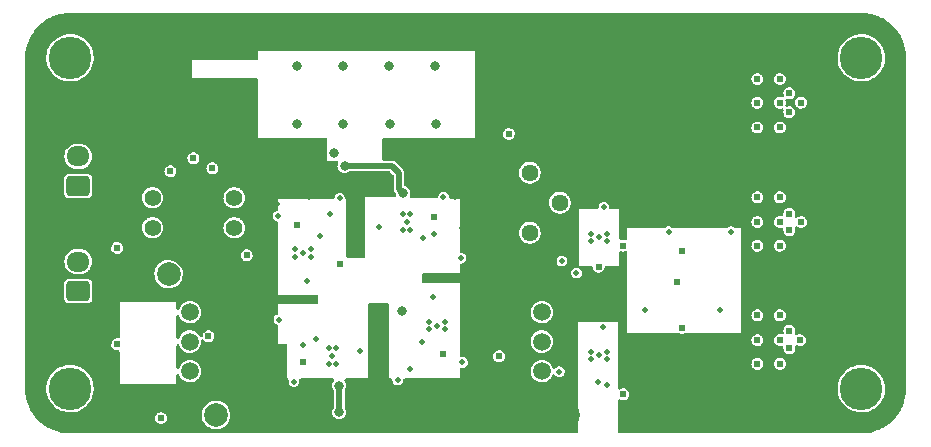
<source format=gbr>
%TF.GenerationSoftware,KiCad,Pcbnew,(6.0.5)*%
%TF.CreationDate,2023-02-17T00:10:57+08:00*%
%TF.ProjectId,EmoeNAP,456d6f65-4e41-4502-9e6b-696361645f70,rev?*%
%TF.SameCoordinates,Original*%
%TF.FileFunction,Copper,L2,Inr*%
%TF.FilePolarity,Positive*%
%FSLAX46Y46*%
G04 Gerber Fmt 4.6, Leading zero omitted, Abs format (unit mm)*
G04 Created by KiCad (PCBNEW (6.0.5)) date 2023-02-17 00:10:57*
%MOMM*%
%LPD*%
G01*
G04 APERTURE LIST*
G04 Aperture macros list*
%AMRoundRect*
0 Rectangle with rounded corners*
0 $1 Rounding radius*
0 $2 $3 $4 $5 $6 $7 $8 $9 X,Y pos of 4 corners*
0 Add a 4 corners polygon primitive as box body*
4,1,4,$2,$3,$4,$5,$6,$7,$8,$9,$2,$3,0*
0 Add four circle primitives for the rounded corners*
1,1,$1+$1,$2,$3*
1,1,$1+$1,$4,$5*
1,1,$1+$1,$6,$7*
1,1,$1+$1,$8,$9*
0 Add four rect primitives between the rounded corners*
20,1,$1+$1,$2,$3,$4,$5,0*
20,1,$1+$1,$4,$5,$6,$7,0*
20,1,$1+$1,$6,$7,$8,$9,0*
20,1,$1+$1,$8,$9,$2,$3,0*%
G04 Aperture macros list end*
%TA.AperFunction,ComponentPad*%
%ADD10RoundRect,0.250000X0.725000X-0.600000X0.725000X0.600000X-0.725000X0.600000X-0.725000X-0.600000X0*%
%TD*%
%TA.AperFunction,ComponentPad*%
%ADD11O,1.950000X1.700000*%
%TD*%
%TA.AperFunction,ComponentPad*%
%ADD12C,3.600000*%
%TD*%
%TA.AperFunction,ComponentPad*%
%ADD13C,1.500000*%
%TD*%
%TA.AperFunction,ComponentPad*%
%ADD14C,2.000000*%
%TD*%
%TA.AperFunction,ComponentPad*%
%ADD15C,1.400000*%
%TD*%
%TA.AperFunction,ComponentPad*%
%ADD16C,1.440000*%
%TD*%
%TA.AperFunction,ViaPad*%
%ADD17C,0.603000*%
%TD*%
%TA.AperFunction,ViaPad*%
%ADD18C,0.500000*%
%TD*%
%TA.AperFunction,ViaPad*%
%ADD19C,0.800000*%
%TD*%
%TA.AperFunction,Conductor*%
%ADD20C,0.500000*%
%TD*%
G04 APERTURE END LIST*
D10*
%TO.N,/VBUS_+5V*%
%TO.C,J8*%
X114700000Y-103850000D03*
D11*
%TO.N,VSS*%
X114700000Y-101350000D03*
%TD*%
D10*
%TO.N,/VBAT*%
%TO.C,J1*%
X114700000Y-112750000D03*
D11*
%TO.N,VSS*%
X114700000Y-110250000D03*
%TD*%
D12*
%TO.N,N/C*%
%TO.C,H1*%
X114000000Y-93000000D03*
%TD*%
D13*
%TO.N,VDD*%
%TO.C,U10*%
X124150000Y-114524906D03*
%TO.N,/VBAT*%
X124150000Y-117024906D03*
%TO.N,/VBAT_CHRG*%
X124150000Y-119524906D03*
D14*
%TO.N,VSS*%
X122350000Y-111324906D03*
X126350000Y-123224906D03*
%TD*%
D15*
%TO.N,Net-(J6-Pad1)*%
%TO.C,J7*%
X121000000Y-104850000D03*
%TO.N,Net-(J7-Pad2)*%
X121000000Y-107390000D03*
%TD*%
D13*
%TO.N,Net-(R7-Pad1)*%
%TO.C,U4*%
X153950000Y-114524906D03*
%TO.N,Net-(R25-Pad2)*%
X153950000Y-117024906D03*
%TO.N,Net-(R5-Pad2)*%
X153950000Y-119524906D03*
D14*
%TO.N,GND*%
X152150000Y-111324906D03*
X156150000Y-123224906D03*
%TD*%
D15*
%TO.N,Net-(J6-Pad1)*%
%TO.C,J6*%
X127900000Y-104850001D03*
%TO.N,Net-(J6-Pad2)*%
X127900000Y-107390001D03*
%TD*%
D12*
%TO.N,N/C*%
%TO.C,H3*%
X114000000Y-121000000D03*
%TD*%
D16*
%TO.N,Net-(R1-Pad2)*%
%TO.C,RV1*%
X152925000Y-102724906D03*
%TO.N,Net-(C2-Pad2)*%
X155465000Y-105264906D03*
X152925000Y-107804906D03*
%TD*%
D12*
%TO.N,N/C*%
%TO.C,H4*%
X181000000Y-121000000D03*
%TD*%
%TO.N,N/C*%
%TO.C,H2*%
X181000000Y-93000000D03*
%TD*%
D17*
%TO.N,GND*%
X143100000Y-102250000D03*
X143100000Y-101350000D03*
X135100000Y-101300000D03*
X128900000Y-95450000D03*
%TO.N,Net-(R7-Pad1)*%
X158750000Y-110685560D03*
%TO.N,GND*%
X128900000Y-96450000D03*
X128050000Y-95950000D03*
X127050000Y-95950000D03*
X125850000Y-95950000D03*
X124600000Y-95950000D03*
X123300000Y-95950000D03*
X122050000Y-95950000D03*
X121550000Y-95100000D03*
X121550000Y-93950000D03*
X121550000Y-92800000D03*
X122050000Y-91950000D03*
X123300000Y-91950000D03*
X124600000Y-91950000D03*
X125800000Y-91950000D03*
X127050000Y-91950000D03*
X128300000Y-91950000D03*
X119600000Y-110000000D03*
X121300000Y-109800000D03*
X126300000Y-121500000D03*
X129000000Y-121000000D03*
X127000000Y-119700000D03*
X152400000Y-115300000D03*
X151400000Y-115300000D03*
X160400000Y-114000000D03*
X162650000Y-117600000D03*
X165850000Y-118300000D03*
X167000000Y-118300000D03*
X167000000Y-105450000D03*
X165850000Y-105450000D03*
X162700000Y-105700000D03*
%TO.N,VSS*%
X160850000Y-121500000D03*
X118000000Y-117250000D03*
X165830000Y-115870000D03*
X165400000Y-112000000D03*
X126050000Y-102350000D03*
X122500000Y-102600000D03*
X136900000Y-110450000D03*
%TO.N,GND*%
X146850000Y-122100000D03*
X143850000Y-122100000D03*
%TO.N,VDD*%
X121700000Y-123500000D03*
X125725000Y-116575000D03*
X150330000Y-118270000D03*
X165830000Y-109400000D03*
X160800000Y-108900000D03*
D18*
%TO.N,Net-(C10-Pad2)*%
X158725000Y-120425000D03*
%TO.N,Net-(R25-Pad2)*%
X164675000Y-107725000D03*
X169979999Y-107720001D03*
%TO.N,Net-(C13-Pad2)*%
X169000000Y-114350000D03*
%TO.N,Net-(C32-Pad2)*%
X162650000Y-114350000D03*
%TO.N,Net-(C1-Pad1)*%
X147099999Y-109974906D03*
D17*
X151150000Y-99450000D03*
D18*
X141749999Y-120274906D03*
X131689907Y-115164813D03*
X136849999Y-104899906D03*
%TO.N,Net-(C1-Pad2)*%
X159200001Y-105635560D03*
%TO.N,Net-(C2-Pad2)*%
X155650000Y-110199906D03*
D19*
%TO.N,Net-(C11-Pad1)*%
X144925093Y-93674906D03*
X137125093Y-93674906D03*
X141025094Y-93674906D03*
X133225093Y-93674906D03*
%TO.N,Net-(C11-Pad2)*%
X141050093Y-98599906D03*
X144950093Y-98599906D03*
X137150093Y-98599906D03*
X133250092Y-98599906D03*
D17*
%TO.N,Net-(C10-Pad1)*%
X174100000Y-114800000D03*
X174100000Y-116900000D03*
X175800000Y-116900000D03*
X174900000Y-117600000D03*
X174900000Y-116100000D03*
X174100000Y-118900000D03*
%TO.N,Net-(C10-Pad2)*%
X172200000Y-116900000D03*
X172200000Y-114800000D03*
X172200000Y-118900000D03*
%TO.N,Net-(C13-Pad1)*%
X175900000Y-96800000D03*
X174900000Y-97600000D03*
X174100000Y-96800000D03*
X174900000Y-96000000D03*
X174100000Y-94800000D03*
X174100000Y-98900000D03*
%TO.N,Net-(C13-Pad2)*%
X172200000Y-96800000D03*
X172200000Y-94800000D03*
X172200000Y-98900000D03*
%TO.N,Net-(C32-Pad1)*%
X174100000Y-104800000D03*
X174900000Y-107600000D03*
X175900000Y-106900000D03*
X174900000Y-106200000D03*
X174100000Y-108900000D03*
X174100000Y-106900000D03*
%TO.N,Net-(C32-Pad2)*%
X172200000Y-104800000D03*
X172200000Y-108900000D03*
X172200000Y-106900000D03*
%TO.N,GND*%
X129858230Y-110099906D03*
X141499999Y-91949906D03*
X143858230Y-103099905D03*
X135099999Y-100349906D03*
D19*
X179200000Y-105200000D03*
D17*
X129858230Y-113099906D03*
X148858229Y-107099906D03*
X145858230Y-103099906D03*
X143099999Y-100349906D03*
D19*
X179200000Y-114100000D03*
D17*
X140858230Y-103099906D03*
X147499999Y-91949905D03*
X136699999Y-91949906D03*
X131858230Y-103099906D03*
X138858230Y-122099906D03*
X130858230Y-103099906D03*
D19*
X179100000Y-99500000D03*
D17*
X148858230Y-106099906D03*
X129858230Y-115099906D03*
D19*
X140299999Y-114849906D03*
D18*
X144579905Y-111559812D03*
D17*
X129858230Y-105099906D03*
X146858230Y-103099906D03*
X129858230Y-108099905D03*
D19*
X182300000Y-108100000D03*
D17*
X148858230Y-118099906D03*
X160200000Y-103200000D03*
D18*
X134189906Y-113599906D03*
D17*
X142849999Y-122099906D03*
X128899999Y-97349906D03*
X149299999Y-99549906D03*
X148858230Y-114099906D03*
D18*
X137799999Y-106900000D03*
D17*
X129858230Y-111099906D03*
D19*
X179200000Y-108100000D03*
D18*
X131999999Y-120349906D03*
D17*
X148858230Y-115099906D03*
X129858230Y-116099907D03*
X129858231Y-112099906D03*
X146299999Y-91949905D03*
X147858230Y-122099906D03*
X148858230Y-113099906D03*
D18*
X146579999Y-104780094D03*
D17*
X128899999Y-100349906D03*
X133899999Y-100349906D03*
D18*
X134200000Y-104789999D03*
D17*
X142858230Y-103099906D03*
X149299999Y-93149906D03*
X131499999Y-100349906D03*
X149299999Y-96949906D03*
X148858230Y-120099906D03*
X137858230Y-122099906D03*
D18*
X157130969Y-112467891D03*
D17*
X129858230Y-104099906D03*
X134299999Y-91949906D03*
X134858229Y-103099906D03*
X144299999Y-100349906D03*
D19*
X177100000Y-109500000D03*
D17*
X148858230Y-116099907D03*
X156150000Y-118300000D03*
D19*
X177100000Y-119500000D03*
D17*
X128899998Y-98749906D03*
X145858230Y-122099906D03*
X149299999Y-94549906D03*
X148858230Y-110099906D03*
D19*
X182300000Y-105200000D03*
D17*
X132858230Y-122099906D03*
X148699999Y-91949906D03*
X146699999Y-100349906D03*
X148858230Y-122099906D03*
X147858231Y-103099906D03*
X141858230Y-122099906D03*
X133858230Y-103099906D03*
X147899999Y-100349906D03*
X142699999Y-91949906D03*
D19*
X182400000Y-114100000D03*
D17*
X136858230Y-103099906D03*
X129858231Y-103099906D03*
X135858230Y-103099906D03*
X158150000Y-103250000D03*
X148858229Y-121099906D03*
D19*
X175900000Y-120500000D03*
D17*
X149299999Y-98149906D03*
X143899999Y-91949906D03*
D18*
X147239905Y-119749812D03*
D17*
X148858229Y-117099906D03*
X129858230Y-117099905D03*
X140300000Y-91950000D03*
X144858230Y-103099906D03*
X137858230Y-103099906D03*
X148858229Y-112099906D03*
D19*
X177100000Y-94200000D03*
D18*
X131547407Y-105417408D03*
D17*
X129850000Y-121100000D03*
D18*
X147169906Y-107400001D03*
D17*
X148858230Y-109099906D03*
D19*
X182300000Y-99500000D03*
X175900000Y-93200000D03*
D17*
X129858230Y-122099906D03*
X145499999Y-100349906D03*
X132699999Y-100349906D03*
X133099999Y-91949906D03*
D19*
X182400000Y-111100000D03*
D17*
X140858230Y-122099906D03*
D19*
X175900000Y-110500000D03*
D17*
X129858230Y-114099906D03*
X139100000Y-91950000D03*
D19*
X182300000Y-102400000D03*
D17*
X149299999Y-95749906D03*
X131899999Y-91949906D03*
X129858230Y-120099906D03*
X144858230Y-122099906D03*
X129858230Y-107099907D03*
X130299999Y-100349906D03*
X133858230Y-122099906D03*
X130858230Y-122099906D03*
D19*
X137999999Y-109349906D03*
D17*
X139858229Y-103099906D03*
X137900000Y-91950000D03*
X135499999Y-91949906D03*
X134858230Y-122099906D03*
X129858230Y-119099906D03*
D19*
X179100000Y-102400000D03*
X179200000Y-111100000D03*
D17*
X132858230Y-103099906D03*
X130699999Y-91949905D03*
D18*
X160460000Y-112290000D03*
D17*
X140300000Y-117778044D03*
X145099999Y-91949906D03*
X131858230Y-122099906D03*
X129858230Y-109099906D03*
X129499999Y-91949905D03*
X129858230Y-118099906D03*
X135858230Y-122099906D03*
X139858230Y-122099906D03*
X148858230Y-105099906D03*
X148858229Y-103099906D03*
D18*
X144599998Y-120349906D03*
D17*
X148858230Y-111099906D03*
X148858230Y-119099906D03*
X148858230Y-108099905D03*
D18*
%TO.N,Net-(R7-Pad1)*%
X159150000Y-115799906D03*
D19*
%TO.N,VDD*%
X142200000Y-104450000D03*
D17*
X118000000Y-109100000D03*
D18*
X132959906Y-120409813D03*
D19*
X136800000Y-120750000D03*
D17*
X128962453Y-109712453D03*
D18*
X145619999Y-104800094D03*
D19*
X136800000Y-123000000D03*
D18*
X131609906Y-106379906D03*
D19*
X137250000Y-102150000D03*
D18*
X147229905Y-118789812D03*
X156880000Y-111220000D03*
X155430000Y-119570000D03*
%TO.N,VSS*%
X142824999Y-107574906D03*
X159425000Y-118500000D03*
X144424999Y-115974906D03*
X159425000Y-107900000D03*
X159425000Y-108500000D03*
X145774999Y-115374906D03*
X158075000Y-108500000D03*
X135899999Y-117599906D03*
X135899999Y-118949906D03*
X136499999Y-118949906D03*
X158075000Y-117900000D03*
X158075000Y-118500000D03*
D19*
X142150000Y-114450000D03*
D18*
X134374999Y-109824907D03*
X144424999Y-115374906D03*
X142824999Y-106224906D03*
X133024998Y-109824906D03*
X158750000Y-108200000D03*
X142524999Y-106899906D03*
X159425000Y-117900000D03*
X134375000Y-109224906D03*
X158750000Y-118200000D03*
X145774999Y-115974906D03*
X133699999Y-109524907D03*
X136499999Y-117599906D03*
X142224999Y-107574906D03*
X136199999Y-118274906D03*
X142224999Y-106224906D03*
X145099999Y-115674906D03*
X158075000Y-107900000D03*
X133024998Y-109224906D03*
%TO.N,Net-(RISO3-Pad2)*%
X138590000Y-117809813D03*
X140149999Y-107300000D03*
D19*
X136344413Y-101031332D03*
D18*
X144700000Y-113269812D03*
X134810000Y-116799813D03*
X134099999Y-111879906D03*
X143819999Y-117059812D03*
X135140000Y-108129906D03*
X143889999Y-108250000D03*
%TO.N,Net-(R25-Pad2)*%
X159500000Y-120699906D03*
D17*
%TO.N,Net-(J6-Pad1)*%
X124450000Y-101500000D03*
D18*
%TO.N,Net-(R12-Pad1)*%
X144850000Y-107899906D03*
D17*
X144850000Y-106500000D03*
%TO.N,Net-(R18-Pad1)*%
X145599999Y-118119812D03*
D18*
X142824999Y-119374906D03*
%TO.N,Net-(R30-Pad1)*%
X133740000Y-117309905D03*
D17*
X133740000Y-118759813D03*
D18*
%TO.N,Net-(R41-Pad1)*%
X136024999Y-106249906D03*
D17*
X133250000Y-107129906D03*
%TD*%
D20*
%TO.N,VDD*%
X136800000Y-120750000D02*
X136800000Y-123000000D01*
X141850000Y-104100000D02*
X141850000Y-102750000D01*
X142200000Y-104450000D02*
X141850000Y-104100000D01*
X141850000Y-102750000D02*
X141250000Y-102150000D01*
X141250000Y-102150000D02*
X137250000Y-102150000D01*
%TD*%
%TA.AperFunction,Conductor*%
%TO.N,GND*%
G36*
X180980242Y-89202466D02*
G01*
X180985811Y-89202476D01*
X180999641Y-89205656D01*
X181013480Y-89202524D01*
X181027671Y-89202549D01*
X181027670Y-89202942D01*
X181035627Y-89202250D01*
X181366240Y-89218493D01*
X181378534Y-89219704D01*
X181735122Y-89272598D01*
X181747244Y-89275008D01*
X181923077Y-89319052D01*
X182096940Y-89362603D01*
X182108772Y-89366193D01*
X182448169Y-89487632D01*
X182459593Y-89492363D01*
X182686444Y-89599655D01*
X182785482Y-89646496D01*
X182796383Y-89652323D01*
X183105583Y-89837651D01*
X183115864Y-89844521D01*
X183405411Y-90059264D01*
X183414948Y-90067089D01*
X183682071Y-90309196D01*
X183690804Y-90317929D01*
X183932911Y-90585052D01*
X183940736Y-90594589D01*
X184078942Y-90780938D01*
X184155479Y-90884136D01*
X184162349Y-90894417D01*
X184337986Y-91187448D01*
X184347677Y-91203617D01*
X184353506Y-91214522D01*
X184507637Y-91540407D01*
X184512368Y-91551831D01*
X184633807Y-91891228D01*
X184637397Y-91903060D01*
X184724991Y-92252753D01*
X184727402Y-92264878D01*
X184778895Y-92612013D01*
X184780296Y-92621461D01*
X184781507Y-92633760D01*
X184785403Y-92713049D01*
X184797722Y-92963806D01*
X184797029Y-92971622D01*
X184797549Y-92971623D01*
X184797524Y-92985812D01*
X184794344Y-92999641D01*
X184797475Y-93013480D01*
X184797467Y-93018311D01*
X184799500Y-93036504D01*
X184799500Y-120962920D01*
X184797534Y-120980242D01*
X184797524Y-120985811D01*
X184794344Y-120999641D01*
X184797476Y-121013480D01*
X184797451Y-121027671D01*
X184797058Y-121027670D01*
X184797750Y-121035627D01*
X184782331Y-121349488D01*
X184781508Y-121366234D01*
X184780296Y-121378534D01*
X184727403Y-121735119D01*
X184724992Y-121747244D01*
X184718915Y-121771503D01*
X184637397Y-122096940D01*
X184633807Y-122108772D01*
X184512368Y-122448169D01*
X184507637Y-122459593D01*
X184448446Y-122584743D01*
X184361279Y-122769044D01*
X184353506Y-122785478D01*
X184347677Y-122796383D01*
X184162349Y-123105583D01*
X184155479Y-123115864D01*
X184093738Y-123199112D01*
X183940736Y-123405411D01*
X183932911Y-123414948D01*
X183708750Y-123662271D01*
X183690809Y-123682066D01*
X183682071Y-123690804D01*
X183414948Y-123932911D01*
X183405411Y-123940736D01*
X183309411Y-124011935D01*
X183115864Y-124155479D01*
X183105583Y-124162349D01*
X182950163Y-124255505D01*
X182828922Y-124328174D01*
X182796383Y-124347677D01*
X182785482Y-124353504D01*
X182747346Y-124371541D01*
X182459593Y-124507637D01*
X182448169Y-124512368D01*
X182108772Y-124633807D01*
X182096940Y-124637397D01*
X181952810Y-124673500D01*
X181747244Y-124724992D01*
X181735122Y-124727402D01*
X181378534Y-124780296D01*
X181366240Y-124781507D01*
X181073290Y-124795900D01*
X181036194Y-124797722D01*
X181028378Y-124797029D01*
X181028377Y-124797549D01*
X181014188Y-124797524D01*
X181000359Y-124794344D01*
X180986520Y-124797475D01*
X180981689Y-124797467D01*
X180963496Y-124799500D01*
X160526000Y-124799500D01*
X160457879Y-124779498D01*
X160411386Y-124725842D01*
X160400000Y-124673500D01*
X160400000Y-122038785D01*
X160420002Y-121970664D01*
X160473658Y-121924171D01*
X160543932Y-121914067D01*
X160595820Y-121933899D01*
X160599797Y-121936547D01*
X160624186Y-121952782D01*
X160624190Y-121952784D01*
X160631661Y-121957757D01*
X160768914Y-122000638D01*
X160912686Y-122003273D01*
X160955507Y-121991599D01*
X161042756Y-121967812D01*
X161042759Y-121967811D01*
X161051418Y-121965450D01*
X161059068Y-121960753D01*
X161059070Y-121960752D01*
X161135104Y-121914067D01*
X161173959Y-121890210D01*
X161270456Y-121783601D01*
X161333154Y-121654194D01*
X161357011Y-121512391D01*
X161357162Y-121500000D01*
X161336777Y-121357657D01*
X161277260Y-121226756D01*
X161238365Y-121181616D01*
X161189254Y-121124619D01*
X161189252Y-121124617D01*
X161183396Y-121117821D01*
X161062730Y-121039610D01*
X160924963Y-120998409D01*
X160915987Y-120998354D01*
X160915986Y-120998354D01*
X160856021Y-120997988D01*
X160781170Y-120997530D01*
X160642910Y-121037045D01*
X160595034Y-121067253D01*
X160593235Y-121068388D01*
X160524951Y-121087822D01*
X160456999Y-121067253D01*
X160410954Y-121013212D01*
X160400000Y-120961826D01*
X160400000Y-120937002D01*
X178995380Y-120937002D01*
X178995555Y-120941454D01*
X179004991Y-121181616D01*
X179006502Y-121220084D01*
X179057400Y-121498775D01*
X179147058Y-121767514D01*
X179149050Y-121771501D01*
X179149051Y-121771503D01*
X179263680Y-122000911D01*
X179273687Y-122020939D01*
X179365479Y-122153751D01*
X179431670Y-122249520D01*
X179434761Y-122253993D01*
X179627065Y-122462027D01*
X179630519Y-122464839D01*
X179843307Y-122638075D01*
X179843311Y-122638078D01*
X179846764Y-122640889D01*
X179940228Y-122697159D01*
X180041965Y-122758410D01*
X180089472Y-122787012D01*
X180093567Y-122788746D01*
X180093569Y-122788747D01*
X180346247Y-122895742D01*
X180346254Y-122895744D01*
X180350348Y-122897478D01*
X180450492Y-122924031D01*
X180619889Y-122968946D01*
X180619893Y-122968947D01*
X180624186Y-122970085D01*
X180628595Y-122970607D01*
X180628601Y-122970608D01*
X180785954Y-122989232D01*
X180905523Y-123003384D01*
X181188745Y-122996709D01*
X181218166Y-122991812D01*
X181463810Y-122950926D01*
X181463814Y-122950925D01*
X181468200Y-122950195D01*
X181472441Y-122948854D01*
X181472444Y-122948853D01*
X181734068Y-122866112D01*
X181734070Y-122866111D01*
X181738314Y-122864769D01*
X181742325Y-122862843D01*
X181742330Y-122862841D01*
X181989678Y-122744066D01*
X181989679Y-122744065D01*
X181993697Y-122742136D01*
X182061010Y-122697159D01*
X182225545Y-122587221D01*
X182225549Y-122587218D01*
X182229253Y-122584743D01*
X182440281Y-122395730D01*
X182622573Y-122178868D01*
X182641494Y-122148530D01*
X182689813Y-122071052D01*
X182772489Y-121938485D01*
X182774517Y-121933899D01*
X182838021Y-121790254D01*
X182887040Y-121679376D01*
X182963939Y-121406712D01*
X182967723Y-121378539D01*
X183001225Y-121129115D01*
X183001226Y-121129107D01*
X183001652Y-121125933D01*
X183003496Y-121067253D01*
X183005509Y-121003222D01*
X183005509Y-121003217D01*
X183005610Y-121000000D01*
X182985601Y-120717407D01*
X182975605Y-120670974D01*
X182926911Y-120444800D01*
X182926911Y-120444798D01*
X182925975Y-120440453D01*
X182827920Y-120174663D01*
X182693393Y-119925340D01*
X182525078Y-119697460D01*
X182478554Y-119650199D01*
X182348134Y-119517715D01*
X182326334Y-119495570D01*
X182322794Y-119492869D01*
X182322788Y-119492863D01*
X182104667Y-119326398D01*
X182104663Y-119326395D01*
X182101126Y-119323696D01*
X181984597Y-119258437D01*
X181857837Y-119187448D01*
X181857832Y-119187445D01*
X181853947Y-119185270D01*
X181849789Y-119183662D01*
X181849784Y-119183659D01*
X181593885Y-119084659D01*
X181593879Y-119084657D01*
X181589730Y-119083052D01*
X181585398Y-119082048D01*
X181585395Y-119082047D01*
X181465229Y-119054194D01*
X181313747Y-119019082D01*
X181031503Y-118994637D01*
X181027068Y-118994881D01*
X181027064Y-118994881D01*
X180753073Y-119009960D01*
X180753066Y-119009961D01*
X180748630Y-119010205D01*
X180661748Y-119027487D01*
X180475146Y-119064604D01*
X180475141Y-119064605D01*
X180470774Y-119065474D01*
X180466571Y-119066950D01*
X180207684Y-119157864D01*
X180207681Y-119157865D01*
X180203476Y-119159342D01*
X180199523Y-119161395D01*
X180199517Y-119161398D01*
X180089384Y-119218608D01*
X179952072Y-119289936D01*
X179948457Y-119292519D01*
X179948451Y-119292523D01*
X179843095Y-119367812D01*
X179721576Y-119454651D01*
X179718349Y-119457729D01*
X179718347Y-119457731D01*
X179589002Y-119581120D01*
X179516588Y-119650199D01*
X179341199Y-119872680D01*
X179310880Y-119924878D01*
X179201141Y-120113807D01*
X179201138Y-120113813D01*
X179198907Y-120117654D01*
X179197237Y-120121777D01*
X179116253Y-120321718D01*
X179092552Y-120380232D01*
X179091481Y-120384545D01*
X179091479Y-120384550D01*
X179025328Y-120650856D01*
X179024255Y-120655177D01*
X179023801Y-120659605D01*
X179023801Y-120659607D01*
X179003362Y-120859094D01*
X178995380Y-120937002D01*
X160400000Y-120937002D01*
X160400000Y-118893804D01*
X171692876Y-118893804D01*
X171694040Y-118902706D01*
X171694040Y-118902709D01*
X171710357Y-119027487D01*
X171711521Y-119036386D01*
X171769434Y-119168004D01*
X171775211Y-119174877D01*
X171775212Y-119174878D01*
X171829327Y-119239255D01*
X171861960Y-119278077D01*
X171887245Y-119294908D01*
X171943642Y-119332449D01*
X171981661Y-119357757D01*
X172118914Y-119400638D01*
X172262686Y-119403273D01*
X172305507Y-119391599D01*
X172392756Y-119367812D01*
X172392759Y-119367811D01*
X172401418Y-119365450D01*
X172409068Y-119360753D01*
X172409070Y-119360752D01*
X172465021Y-119326398D01*
X172523959Y-119290210D01*
X172570228Y-119239093D01*
X172614434Y-119190254D01*
X172620456Y-119183601D01*
X172677689Y-119065474D01*
X172679241Y-119062271D01*
X172679242Y-119062269D01*
X172683154Y-119054194D01*
X172694744Y-118985307D01*
X172706205Y-118917184D01*
X172706205Y-118917179D01*
X172707011Y-118912391D01*
X172707162Y-118900000D01*
X172706275Y-118893804D01*
X173592876Y-118893804D01*
X173594040Y-118902706D01*
X173594040Y-118902709D01*
X173610357Y-119027487D01*
X173611521Y-119036386D01*
X173669434Y-119168004D01*
X173675211Y-119174877D01*
X173675212Y-119174878D01*
X173729327Y-119239255D01*
X173761960Y-119278077D01*
X173787245Y-119294908D01*
X173843642Y-119332449D01*
X173881661Y-119357757D01*
X174018914Y-119400638D01*
X174162686Y-119403273D01*
X174205507Y-119391599D01*
X174292756Y-119367812D01*
X174292759Y-119367811D01*
X174301418Y-119365450D01*
X174309068Y-119360753D01*
X174309070Y-119360752D01*
X174365021Y-119326398D01*
X174423959Y-119290210D01*
X174470228Y-119239093D01*
X174514434Y-119190254D01*
X174520456Y-119183601D01*
X174577689Y-119065474D01*
X174579241Y-119062271D01*
X174579242Y-119062269D01*
X174583154Y-119054194D01*
X174594744Y-118985307D01*
X174606205Y-118917184D01*
X174606205Y-118917179D01*
X174607011Y-118912391D01*
X174607162Y-118900000D01*
X174600275Y-118851911D01*
X174588050Y-118766543D01*
X174588049Y-118766540D01*
X174586777Y-118757657D01*
X174575609Y-118733093D01*
X174547357Y-118670957D01*
X174527260Y-118626756D01*
X174478210Y-118569830D01*
X174439254Y-118524619D01*
X174439252Y-118524617D01*
X174433396Y-118517821D01*
X174312730Y-118439610D01*
X174174963Y-118398409D01*
X174165987Y-118398354D01*
X174165986Y-118398354D01*
X174106021Y-118397988D01*
X174031170Y-118397530D01*
X173892910Y-118437045D01*
X173771298Y-118513777D01*
X173765355Y-118520506D01*
X173704585Y-118589315D01*
X173676110Y-118621556D01*
X173672296Y-118629679D01*
X173672295Y-118629681D01*
X173621529Y-118737812D01*
X173614999Y-118751720D01*
X173613618Y-118760589D01*
X173600011Y-118847982D01*
X173592876Y-118893804D01*
X172706275Y-118893804D01*
X172700275Y-118851911D01*
X172688050Y-118766543D01*
X172688049Y-118766540D01*
X172686777Y-118757657D01*
X172675609Y-118733093D01*
X172647357Y-118670957D01*
X172627260Y-118626756D01*
X172578210Y-118569830D01*
X172539254Y-118524619D01*
X172539252Y-118524617D01*
X172533396Y-118517821D01*
X172412730Y-118439610D01*
X172274963Y-118398409D01*
X172265987Y-118398354D01*
X172265986Y-118398354D01*
X172206021Y-118397988D01*
X172131170Y-118397530D01*
X171992910Y-118437045D01*
X171871298Y-118513777D01*
X171865355Y-118520506D01*
X171804585Y-118589315D01*
X171776110Y-118621556D01*
X171772296Y-118629679D01*
X171772295Y-118629681D01*
X171721529Y-118737812D01*
X171714999Y-118751720D01*
X171713618Y-118760589D01*
X171700011Y-118847982D01*
X171692876Y-118893804D01*
X160400000Y-118893804D01*
X160400000Y-116893804D01*
X171692876Y-116893804D01*
X171694040Y-116902706D01*
X171694040Y-116902709D01*
X171710357Y-117027487D01*
X171711521Y-117036386D01*
X171769434Y-117168004D01*
X171775211Y-117174877D01*
X171775212Y-117174878D01*
X171834006Y-117244822D01*
X171861960Y-117278077D01*
X171981661Y-117357757D01*
X172118914Y-117400638D01*
X172262686Y-117403273D01*
X172305507Y-117391599D01*
X172392756Y-117367812D01*
X172392759Y-117367811D01*
X172401418Y-117365450D01*
X172409068Y-117360753D01*
X172409070Y-117360752D01*
X172472907Y-117321556D01*
X172523959Y-117290210D01*
X172542336Y-117269908D01*
X172614434Y-117190254D01*
X172620456Y-117183601D01*
X172651855Y-117118794D01*
X172679241Y-117062271D01*
X172679242Y-117062269D01*
X172683154Y-117054194D01*
X172687647Y-117027487D01*
X172706205Y-116917184D01*
X172706205Y-116917179D01*
X172707011Y-116912391D01*
X172707162Y-116900000D01*
X172706275Y-116893804D01*
X173592876Y-116893804D01*
X173594040Y-116902706D01*
X173594040Y-116902709D01*
X173610357Y-117027487D01*
X173611521Y-117036386D01*
X173669434Y-117168004D01*
X173675211Y-117174877D01*
X173675212Y-117174878D01*
X173734006Y-117244822D01*
X173761960Y-117278077D01*
X173881661Y-117357757D01*
X174018914Y-117400638D01*
X174162686Y-117403273D01*
X174246513Y-117380419D01*
X174317496Y-117381799D01*
X174376465Y-117421336D01*
X174404697Y-117486477D01*
X174404155Y-117521365D01*
X174392876Y-117593804D01*
X174394040Y-117602706D01*
X174394040Y-117602709D01*
X174409425Y-117720360D01*
X174411521Y-117736386D01*
X174469434Y-117868004D01*
X174475211Y-117874877D01*
X174475212Y-117874878D01*
X174510639Y-117917023D01*
X174561960Y-117978077D01*
X174681661Y-118057757D01*
X174818914Y-118100638D01*
X174962686Y-118103273D01*
X175005507Y-118091599D01*
X175092756Y-118067812D01*
X175092759Y-118067811D01*
X175101418Y-118065450D01*
X175109068Y-118060753D01*
X175109070Y-118060752D01*
X175199985Y-118004930D01*
X175223959Y-117990210D01*
X175233813Y-117979324D01*
X175314434Y-117890254D01*
X175320456Y-117883601D01*
X175351805Y-117818897D01*
X175379241Y-117762271D01*
X175379242Y-117762269D01*
X175383154Y-117754194D01*
X175391804Y-117702782D01*
X175406205Y-117617184D01*
X175406205Y-117617179D01*
X175407011Y-117612391D01*
X175407162Y-117600000D01*
X175390264Y-117482007D01*
X175400406Y-117411740D01*
X175446929Y-117358110D01*
X175515061Y-117338146D01*
X175569235Y-117350420D01*
X175574187Y-117352782D01*
X175581661Y-117357757D01*
X175718914Y-117400638D01*
X175862686Y-117403273D01*
X175905507Y-117391599D01*
X175992756Y-117367812D01*
X175992759Y-117367811D01*
X176001418Y-117365450D01*
X176009068Y-117360753D01*
X176009070Y-117360752D01*
X176072907Y-117321556D01*
X176123959Y-117290210D01*
X176142336Y-117269908D01*
X176214434Y-117190254D01*
X176220456Y-117183601D01*
X176251855Y-117118794D01*
X176279241Y-117062271D01*
X176279242Y-117062269D01*
X176283154Y-117054194D01*
X176287647Y-117027487D01*
X176306205Y-116917184D01*
X176306205Y-116917179D01*
X176307011Y-116912391D01*
X176307162Y-116900000D01*
X176299000Y-116843004D01*
X176288050Y-116766543D01*
X176288049Y-116766540D01*
X176286777Y-116757657D01*
X176283062Y-116749485D01*
X176254707Y-116687123D01*
X176227260Y-116626756D01*
X176182687Y-116575026D01*
X176139254Y-116524619D01*
X176139252Y-116524617D01*
X176133396Y-116517821D01*
X176012730Y-116439610D01*
X175874963Y-116398409D01*
X175865987Y-116398354D01*
X175865986Y-116398354D01*
X175806021Y-116397988D01*
X175731170Y-116397530D01*
X175592910Y-116437045D01*
X175536056Y-116472918D01*
X175467773Y-116492351D01*
X175399821Y-116471782D01*
X175353776Y-116417741D01*
X175344258Y-116347385D01*
X175355430Y-116311417D01*
X175379240Y-116262274D01*
X175379242Y-116262269D01*
X175383154Y-116254194D01*
X175393028Y-116195506D01*
X175406205Y-116117184D01*
X175406205Y-116117179D01*
X175407011Y-116112391D01*
X175407162Y-116100000D01*
X175386777Y-115957657D01*
X175327260Y-115826756D01*
X175233396Y-115717821D01*
X175112730Y-115639610D01*
X174974963Y-115598409D01*
X174965987Y-115598354D01*
X174965986Y-115598354D01*
X174906021Y-115597988D01*
X174831170Y-115597530D01*
X174692910Y-115637045D01*
X174571298Y-115713777D01*
X174565355Y-115720506D01*
X174561723Y-115724619D01*
X174476110Y-115821556D01*
X174414999Y-115951720D01*
X174413618Y-115960589D01*
X174396052Y-116073409D01*
X174392876Y-116093804D01*
X174394040Y-116102706D01*
X174394040Y-116102709D01*
X174405186Y-116187941D01*
X174411521Y-116236386D01*
X174415136Y-116244601D01*
X174419638Y-116254834D01*
X174428764Y-116325242D01*
X174398376Y-116389406D01*
X174338122Y-116426956D01*
X174268208Y-116426295D01*
X174174963Y-116398409D01*
X174165987Y-116398354D01*
X174165986Y-116398354D01*
X174106021Y-116397988D01*
X174031170Y-116397530D01*
X173892910Y-116437045D01*
X173771298Y-116513777D01*
X173765355Y-116520506D01*
X173696949Y-116597961D01*
X173676110Y-116621556D01*
X173672296Y-116629679D01*
X173672295Y-116629681D01*
X173618814Y-116743594D01*
X173614999Y-116751720D01*
X173613618Y-116760589D01*
X173595788Y-116875103D01*
X173592876Y-116893804D01*
X172706275Y-116893804D01*
X172699000Y-116843004D01*
X172688050Y-116766543D01*
X172688049Y-116766540D01*
X172686777Y-116757657D01*
X172683062Y-116749485D01*
X172654707Y-116687123D01*
X172627260Y-116626756D01*
X172582687Y-116575026D01*
X172539254Y-116524619D01*
X172539252Y-116524617D01*
X172533396Y-116517821D01*
X172412730Y-116439610D01*
X172274963Y-116398409D01*
X172265987Y-116398354D01*
X172265986Y-116398354D01*
X172206021Y-116397988D01*
X172131170Y-116397530D01*
X171992910Y-116437045D01*
X171871298Y-116513777D01*
X171865355Y-116520506D01*
X171796949Y-116597961D01*
X171776110Y-116621556D01*
X171772296Y-116629679D01*
X171772295Y-116629681D01*
X171718814Y-116743594D01*
X171714999Y-116751720D01*
X171713618Y-116760589D01*
X171695788Y-116875103D01*
X171692876Y-116893804D01*
X160400000Y-116893804D01*
X160400000Y-115400000D01*
X159394258Y-115400000D01*
X159344461Y-115389051D01*
X159340906Y-115386747D01*
X159332311Y-115384177D01*
X159332310Y-115384176D01*
X159225874Y-115352344D01*
X159225872Y-115352344D01*
X159217273Y-115349772D01*
X159208298Y-115349717D01*
X159208297Y-115349717D01*
X159153641Y-115349383D01*
X159088231Y-115348984D01*
X158964155Y-115384445D01*
X158956837Y-115389062D01*
X158905602Y-115400000D01*
X157000000Y-115400000D01*
X157000000Y-124673500D01*
X156979998Y-124741621D01*
X156926342Y-124788114D01*
X156874000Y-124799500D01*
X114037080Y-124799500D01*
X114019758Y-124797534D01*
X114014189Y-124797524D01*
X114000359Y-124794344D01*
X113986520Y-124797476D01*
X113972329Y-124797451D01*
X113972330Y-124797058D01*
X113964373Y-124797750D01*
X113633760Y-124781507D01*
X113621466Y-124780296D01*
X113264878Y-124727402D01*
X113252756Y-124724992D01*
X113047190Y-124673500D01*
X112903060Y-124637397D01*
X112891228Y-124633807D01*
X112551831Y-124512368D01*
X112540407Y-124507637D01*
X112252654Y-124371541D01*
X112214518Y-124353504D01*
X112203617Y-124347677D01*
X112171079Y-124328174D01*
X112049837Y-124255505D01*
X111894417Y-124162349D01*
X111884136Y-124155479D01*
X111690589Y-124011935D01*
X111594589Y-123940736D01*
X111585052Y-123932911D01*
X111317929Y-123690804D01*
X111309191Y-123682066D01*
X111291250Y-123662271D01*
X111138560Y-123493804D01*
X121192876Y-123493804D01*
X121194040Y-123502706D01*
X121194040Y-123502709D01*
X121210340Y-123627358D01*
X121211521Y-123636386D01*
X121269434Y-123768004D01*
X121275211Y-123774877D01*
X121275212Y-123774878D01*
X121323969Y-123832881D01*
X121361960Y-123878077D01*
X121380187Y-123890210D01*
X121444315Y-123932897D01*
X121481661Y-123957757D01*
X121618914Y-124000638D01*
X121762686Y-124003273D01*
X121805507Y-123991599D01*
X121892756Y-123967812D01*
X121892759Y-123967811D01*
X121901418Y-123965450D01*
X121909068Y-123960753D01*
X121909070Y-123960752D01*
X121995327Y-123907790D01*
X122023959Y-123890210D01*
X122120456Y-123783601D01*
X122153555Y-123715285D01*
X122179241Y-123662271D01*
X122179242Y-123662269D01*
X122183154Y-123654194D01*
X122191497Y-123604604D01*
X122206205Y-123517184D01*
X122206205Y-123517179D01*
X122207011Y-123512391D01*
X122207162Y-123500000D01*
X122186777Y-123357657D01*
X122127260Y-123226756D01*
X122098472Y-123193346D01*
X125144770Y-123193346D01*
X125159200Y-123413510D01*
X125160621Y-123419106D01*
X125160622Y-123419111D01*
X125203038Y-123586122D01*
X125213511Y-123627358D01*
X125215928Y-123632600D01*
X125215928Y-123632601D01*
X125254046Y-123715285D01*
X125305883Y-123827727D01*
X125433222Y-124007908D01*
X125591264Y-124161867D01*
X125596060Y-124165072D01*
X125596063Y-124165074D01*
X125680261Y-124221333D01*
X125774717Y-124284446D01*
X125780020Y-124286724D01*
X125780023Y-124286726D01*
X125935458Y-124353506D01*
X125977436Y-124371541D01*
X126057088Y-124389564D01*
X126186995Y-124418960D01*
X126187001Y-124418961D01*
X126192632Y-124420235D01*
X126198403Y-124420462D01*
X126198405Y-124420462D01*
X126266211Y-124423126D01*
X126413098Y-124428897D01*
X126522275Y-124413067D01*
X126625738Y-124398066D01*
X126625743Y-124398065D01*
X126631452Y-124397237D01*
X126636916Y-124395382D01*
X126636921Y-124395381D01*
X126834907Y-124328174D01*
X126834912Y-124328172D01*
X126840379Y-124326316D01*
X127032884Y-124218508D01*
X127100408Y-124162349D01*
X127198086Y-124081110D01*
X127202518Y-124077424D01*
X127293682Y-123967812D01*
X127339908Y-123912232D01*
X127339910Y-123912229D01*
X127343602Y-123907790D01*
X127451410Y-123715285D01*
X127453266Y-123709818D01*
X127453268Y-123709813D01*
X127520475Y-123511827D01*
X127520476Y-123511822D01*
X127522331Y-123506358D01*
X127523159Y-123500649D01*
X127523160Y-123500644D01*
X127550890Y-123309392D01*
X127553991Y-123288004D01*
X127555643Y-123224906D01*
X127535454Y-123005195D01*
X127533091Y-122996814D01*
X127495850Y-122864769D01*
X127475565Y-122792842D01*
X127377980Y-122594959D01*
X127358136Y-122568384D01*
X127249420Y-122422797D01*
X127249420Y-122422796D01*
X127245967Y-122418173D01*
X127083949Y-122268405D01*
X126897350Y-122150670D01*
X126692421Y-122068912D01*
X126686761Y-122067786D01*
X126686757Y-122067785D01*
X126481691Y-122026995D01*
X126481688Y-122026995D01*
X126476024Y-122025868D01*
X126470249Y-122025792D01*
X126470245Y-122025792D01*
X126359504Y-122024343D01*
X126255406Y-122022980D01*
X126249709Y-122023959D01*
X126249708Y-122023959D01*
X126043654Y-122059365D01*
X126043653Y-122059365D01*
X126037957Y-122060344D01*
X125830957Y-122136710D01*
X125825996Y-122139662D01*
X125825995Y-122139662D01*
X125807360Y-122150749D01*
X125641341Y-122249520D01*
X125475457Y-122394996D01*
X125338863Y-122568266D01*
X125236131Y-122763526D01*
X125170703Y-122974239D01*
X125144770Y-123193346D01*
X122098472Y-123193346D01*
X122066950Y-123156762D01*
X122039254Y-123124619D01*
X122039252Y-123124617D01*
X122033396Y-123117821D01*
X121912730Y-123039610D01*
X121774963Y-122998409D01*
X121765987Y-122998354D01*
X121765986Y-122998354D01*
X121706021Y-122997988D01*
X121631170Y-122997530D01*
X121492910Y-123037045D01*
X121417372Y-123084707D01*
X121384285Y-123105583D01*
X121371298Y-123113777D01*
X121365355Y-123120506D01*
X121333335Y-123156762D01*
X121276110Y-123221556D01*
X121272296Y-123229679D01*
X121272295Y-123229681D01*
X121218814Y-123343594D01*
X121214999Y-123351720D01*
X121213618Y-123360589D01*
X121205152Y-123414964D01*
X121192876Y-123493804D01*
X111138560Y-123493804D01*
X111067089Y-123414948D01*
X111059264Y-123405411D01*
X110906262Y-123199112D01*
X110844521Y-123115864D01*
X110837651Y-123105583D01*
X110652323Y-122796383D01*
X110646494Y-122785478D01*
X110638722Y-122769044D01*
X110551554Y-122584743D01*
X110492363Y-122459593D01*
X110487632Y-122448169D01*
X110366193Y-122108772D01*
X110362603Y-122096940D01*
X110281085Y-121771503D01*
X110275008Y-121747244D01*
X110272597Y-121735119D01*
X110219704Y-121378534D01*
X110218492Y-121366234D01*
X110217670Y-121349488D01*
X110202292Y-121036473D01*
X110204229Y-121014876D01*
X110203227Y-121014761D01*
X110204042Y-121007677D01*
X110205655Y-121000718D01*
X110205656Y-121000000D01*
X110203654Y-120991225D01*
X110200500Y-120963210D01*
X110200500Y-120937002D01*
X111995380Y-120937002D01*
X111995555Y-120941454D01*
X112004991Y-121181616D01*
X112006502Y-121220084D01*
X112057400Y-121498775D01*
X112147058Y-121767514D01*
X112149050Y-121771501D01*
X112149051Y-121771503D01*
X112263680Y-122000911D01*
X112273687Y-122020939D01*
X112365479Y-122153751D01*
X112431670Y-122249520D01*
X112434761Y-122253993D01*
X112627065Y-122462027D01*
X112630519Y-122464839D01*
X112843307Y-122638075D01*
X112843311Y-122638078D01*
X112846764Y-122640889D01*
X112940228Y-122697159D01*
X113041965Y-122758410D01*
X113089472Y-122787012D01*
X113093567Y-122788746D01*
X113093569Y-122788747D01*
X113346247Y-122895742D01*
X113346254Y-122895744D01*
X113350348Y-122897478D01*
X113450492Y-122924031D01*
X113619889Y-122968946D01*
X113619893Y-122968947D01*
X113624186Y-122970085D01*
X113628595Y-122970607D01*
X113628601Y-122970608D01*
X113785954Y-122989232D01*
X113905523Y-123003384D01*
X114188745Y-122996709D01*
X114218166Y-122991812D01*
X114463810Y-122950926D01*
X114463814Y-122950925D01*
X114468200Y-122950195D01*
X114472441Y-122948854D01*
X114472444Y-122948853D01*
X114734068Y-122866112D01*
X114734070Y-122866111D01*
X114738314Y-122864769D01*
X114742325Y-122862843D01*
X114742330Y-122862841D01*
X114989678Y-122744066D01*
X114989679Y-122744065D01*
X114993697Y-122742136D01*
X115061010Y-122697159D01*
X115225545Y-122587221D01*
X115225549Y-122587218D01*
X115229253Y-122584743D01*
X115440281Y-122395730D01*
X115622573Y-122178868D01*
X115641494Y-122148530D01*
X115689813Y-122071052D01*
X115772489Y-121938485D01*
X115774517Y-121933899D01*
X115838021Y-121790254D01*
X115887040Y-121679376D01*
X115963939Y-121406712D01*
X115967723Y-121378539D01*
X116001225Y-121129115D01*
X116001226Y-121129107D01*
X116001652Y-121125933D01*
X116003496Y-121067253D01*
X116005509Y-121003222D01*
X116005509Y-121003217D01*
X116005610Y-121000000D01*
X115985601Y-120717407D01*
X115975605Y-120670974D01*
X115926911Y-120444800D01*
X115926911Y-120444798D01*
X115925975Y-120440453D01*
X115827920Y-120174663D01*
X115693393Y-119925340D01*
X115525078Y-119697460D01*
X115478554Y-119650199D01*
X115348134Y-119517715D01*
X115326334Y-119495570D01*
X115322794Y-119492869D01*
X115322788Y-119492863D01*
X115104667Y-119326398D01*
X115104663Y-119326395D01*
X115101126Y-119323696D01*
X114984597Y-119258437D01*
X114857837Y-119187448D01*
X114857832Y-119187445D01*
X114853947Y-119185270D01*
X114849789Y-119183662D01*
X114849784Y-119183659D01*
X114593885Y-119084659D01*
X114593879Y-119084657D01*
X114589730Y-119083052D01*
X114585398Y-119082048D01*
X114585395Y-119082047D01*
X114465229Y-119054194D01*
X114313747Y-119019082D01*
X114031503Y-118994637D01*
X114027068Y-118994881D01*
X114027064Y-118994881D01*
X113753073Y-119009960D01*
X113753066Y-119009961D01*
X113748630Y-119010205D01*
X113661748Y-119027487D01*
X113475146Y-119064604D01*
X113475141Y-119064605D01*
X113470774Y-119065474D01*
X113466571Y-119066950D01*
X113207684Y-119157864D01*
X113207681Y-119157865D01*
X113203476Y-119159342D01*
X113199523Y-119161395D01*
X113199517Y-119161398D01*
X113089384Y-119218608D01*
X112952072Y-119289936D01*
X112948457Y-119292519D01*
X112948451Y-119292523D01*
X112843095Y-119367812D01*
X112721576Y-119454651D01*
X112718349Y-119457729D01*
X112718347Y-119457731D01*
X112589002Y-119581120D01*
X112516588Y-119650199D01*
X112341199Y-119872680D01*
X112310880Y-119924878D01*
X112201141Y-120113807D01*
X112201138Y-120113813D01*
X112198907Y-120117654D01*
X112197237Y-120121777D01*
X112116253Y-120321718D01*
X112092552Y-120380232D01*
X112091481Y-120384545D01*
X112091479Y-120384550D01*
X112025328Y-120650856D01*
X112024255Y-120655177D01*
X112023801Y-120659605D01*
X112023801Y-120659607D01*
X112003362Y-120859094D01*
X111995380Y-120937002D01*
X110200500Y-120937002D01*
X110200500Y-117243804D01*
X117492876Y-117243804D01*
X117494040Y-117252706D01*
X117494040Y-117252709D01*
X117510228Y-117376501D01*
X117511521Y-117386386D01*
X117569434Y-117518004D01*
X117575211Y-117524877D01*
X117575212Y-117524878D01*
X117652803Y-117617184D01*
X117661960Y-117628077D01*
X117781661Y-117707757D01*
X117918914Y-117750638D01*
X118062686Y-117753273D01*
X118062817Y-117753237D01*
X118128496Y-117763949D01*
X118181264Y-117811446D01*
X118200000Y-117877555D01*
X118200000Y-120600000D01*
X123000000Y-120600000D01*
X123000000Y-119859436D01*
X123020002Y-119791315D01*
X123073658Y-119744822D01*
X123143932Y-119734718D01*
X123208512Y-119764212D01*
X123247119Y-119824706D01*
X123259873Y-119869184D01*
X123261971Y-119876501D01*
X123264790Y-119881986D01*
X123336480Y-120021478D01*
X123347176Y-120042291D01*
X123462959Y-120188374D01*
X123604912Y-120309185D01*
X123767627Y-120400123D01*
X123944907Y-120457725D01*
X124129998Y-120479796D01*
X124136133Y-120479324D01*
X124136135Y-120479324D01*
X124309710Y-120465968D01*
X124309715Y-120465967D01*
X124315851Y-120465495D01*
X124321781Y-120463839D01*
X124321783Y-120463839D01*
X124489459Y-120417023D01*
X124489458Y-120417023D01*
X124495387Y-120415368D01*
X124661768Y-120331323D01*
X124686255Y-120312192D01*
X124803794Y-120220360D01*
X124803795Y-120220359D01*
X124808655Y-120216562D01*
X124930454Y-120075456D01*
X125022526Y-119913380D01*
X125081364Y-119736507D01*
X125091826Y-119653695D01*
X125104285Y-119555076D01*
X125104286Y-119555069D01*
X125104727Y-119551574D01*
X125105099Y-119524906D01*
X125086909Y-119339393D01*
X125085128Y-119333494D01*
X125085127Y-119333489D01*
X125034814Y-119166845D01*
X125033033Y-119160946D01*
X124981807Y-119064604D01*
X124948416Y-119001804D01*
X124948414Y-119001801D01*
X124945522Y-118996362D01*
X124941632Y-118991592D01*
X124941629Y-118991588D01*
X124831605Y-118856686D01*
X124831602Y-118856683D01*
X124827710Y-118851911D01*
X124822056Y-118847233D01*
X124724519Y-118766543D01*
X124684085Y-118733093D01*
X124520116Y-118644435D01*
X124424473Y-118614829D01*
X124347936Y-118591137D01*
X124347933Y-118591136D01*
X124342049Y-118589315D01*
X124335924Y-118588671D01*
X124335923Y-118588671D01*
X124162796Y-118570474D01*
X124162795Y-118570474D01*
X124156668Y-118569830D01*
X124078549Y-118576939D01*
X123977171Y-118586165D01*
X123977168Y-118586166D01*
X123971032Y-118586724D01*
X123965122Y-118588463D01*
X123965119Y-118588464D01*
X123825079Y-118629681D01*
X123792214Y-118639354D01*
X123627023Y-118725713D01*
X123622223Y-118729573D01*
X123622222Y-118729573D01*
X123597453Y-118749488D01*
X123481752Y-118842514D01*
X123361935Y-118985307D01*
X123358971Y-118990699D01*
X123358968Y-118990703D01*
X123288363Y-119119133D01*
X123272135Y-119148652D01*
X123270274Y-119154519D01*
X123270273Y-119154521D01*
X123246102Y-119230718D01*
X123206438Y-119289602D01*
X123141236Y-119317694D01*
X123071197Y-119306076D01*
X123018557Y-119258437D01*
X123000000Y-119192619D01*
X123000000Y-117359436D01*
X123020002Y-117291315D01*
X123073658Y-117244822D01*
X123143932Y-117234718D01*
X123208512Y-117264212D01*
X123247119Y-117324706D01*
X123257364Y-117360434D01*
X123261971Y-117376501D01*
X123280924Y-117413380D01*
X123330470Y-117509784D01*
X123347176Y-117542291D01*
X123462959Y-117688374D01*
X123604912Y-117809185D01*
X123610290Y-117812191D01*
X123610292Y-117812192D01*
X123637731Y-117827527D01*
X123767627Y-117900123D01*
X123944907Y-117957725D01*
X124129998Y-117979796D01*
X124136133Y-117979324D01*
X124136135Y-117979324D01*
X124309710Y-117965968D01*
X124309715Y-117965967D01*
X124315851Y-117965495D01*
X124321781Y-117963839D01*
X124321783Y-117963839D01*
X124489459Y-117917023D01*
X124489458Y-117917023D01*
X124495387Y-117915368D01*
X124661768Y-117831323D01*
X124686255Y-117812192D01*
X124803794Y-117720360D01*
X124803795Y-117720359D01*
X124808655Y-117716562D01*
X124913424Y-117595185D01*
X124926430Y-117580118D01*
X124926431Y-117580117D01*
X124930454Y-117575456D01*
X125022526Y-117413380D01*
X125081364Y-117236507D01*
X125098610Y-117099997D01*
X125104285Y-117055076D01*
X125104286Y-117055069D01*
X125104727Y-117051574D01*
X125105099Y-117024906D01*
X125104146Y-117015188D01*
X125099566Y-116968473D01*
X125112826Y-116898726D01*
X125161689Y-116847219D01*
X125230641Y-116830306D01*
X125297792Y-116853356D01*
X125321416Y-116875103D01*
X125386960Y-116953077D01*
X125446207Y-116992515D01*
X125494867Y-117024906D01*
X125506661Y-117032757D01*
X125643914Y-117075638D01*
X125787686Y-117078273D01*
X125846380Y-117062271D01*
X125917756Y-117042812D01*
X125917759Y-117042811D01*
X125926418Y-117040450D01*
X125934068Y-117035753D01*
X125934070Y-117035752D01*
X125987689Y-117002830D01*
X126048959Y-116965210D01*
X126145456Y-116858601D01*
X126198323Y-116749485D01*
X126204241Y-116737271D01*
X126204242Y-116737269D01*
X126208154Y-116729194D01*
X126211150Y-116711386D01*
X126231205Y-116592184D01*
X126231205Y-116592179D01*
X126232011Y-116587391D01*
X126232162Y-116575000D01*
X126219317Y-116485307D01*
X126213050Y-116441543D01*
X126213049Y-116441540D01*
X126211777Y-116432657D01*
X126152260Y-116301756D01*
X126095934Y-116236386D01*
X126064254Y-116199619D01*
X126064252Y-116199617D01*
X126058396Y-116192821D01*
X125937730Y-116114610D01*
X125799963Y-116073409D01*
X125790987Y-116073354D01*
X125790986Y-116073354D01*
X125731021Y-116072988D01*
X125656170Y-116072530D01*
X125599694Y-116088671D01*
X125533701Y-116107532D01*
X125517910Y-116112045D01*
X125396298Y-116188777D01*
X125390355Y-116195506D01*
X125310034Y-116286452D01*
X125301110Y-116296556D01*
X125297296Y-116304679D01*
X125297295Y-116304681D01*
X125243814Y-116418594D01*
X125239999Y-116426720D01*
X125238618Y-116435589D01*
X125223099Y-116535258D01*
X125192854Y-116599491D01*
X125132685Y-116637175D01*
X125061693Y-116636347D01*
X125002418Y-116597269D01*
X124987354Y-116575036D01*
X124945522Y-116496362D01*
X124941632Y-116491592D01*
X124941629Y-116491588D01*
X124831605Y-116356686D01*
X124831602Y-116356683D01*
X124827710Y-116351911D01*
X124822056Y-116347233D01*
X124698894Y-116245344D01*
X124684085Y-116233093D01*
X124520116Y-116144435D01*
X124415479Y-116112045D01*
X124347936Y-116091137D01*
X124347933Y-116091136D01*
X124342049Y-116089315D01*
X124335924Y-116088671D01*
X124335923Y-116088671D01*
X124162796Y-116070474D01*
X124162795Y-116070474D01*
X124156668Y-116069830D01*
X124099892Y-116074997D01*
X123977171Y-116086165D01*
X123977168Y-116086166D01*
X123971032Y-116086724D01*
X123965122Y-116088463D01*
X123965119Y-116088464D01*
X123798129Y-116137613D01*
X123792214Y-116139354D01*
X123627023Y-116225713D01*
X123481752Y-116342514D01*
X123361935Y-116485307D01*
X123358971Y-116490699D01*
X123358968Y-116490703D01*
X123298531Y-116600638D01*
X123272135Y-116648652D01*
X123270274Y-116654519D01*
X123270273Y-116654521D01*
X123246102Y-116730718D01*
X123206438Y-116789602D01*
X123141236Y-116817694D01*
X123071197Y-116806076D01*
X123018557Y-116758437D01*
X123000000Y-116692619D01*
X123000000Y-114859436D01*
X123020002Y-114791315D01*
X123073658Y-114744822D01*
X123143932Y-114734718D01*
X123208512Y-114764212D01*
X123247119Y-114824706D01*
X123257078Y-114859436D01*
X123261971Y-114876501D01*
X123347176Y-115042291D01*
X123462959Y-115188374D01*
X123604912Y-115309185D01*
X123767627Y-115400123D01*
X123944907Y-115457725D01*
X124129998Y-115479796D01*
X124136133Y-115479324D01*
X124136135Y-115479324D01*
X124309710Y-115465968D01*
X124309715Y-115465967D01*
X124315851Y-115465495D01*
X124321781Y-115463839D01*
X124321783Y-115463839D01*
X124489459Y-115417023D01*
X124489458Y-115417023D01*
X124495387Y-115415368D01*
X124661768Y-115331323D01*
X124686255Y-115312192D01*
X124803794Y-115220360D01*
X124803795Y-115220359D01*
X124808655Y-115216562D01*
X124917681Y-115090254D01*
X124926430Y-115080118D01*
X124926431Y-115080117D01*
X124930454Y-115075456D01*
X124934688Y-115068004D01*
X125004790Y-114944601D01*
X125022526Y-114913380D01*
X125081364Y-114736507D01*
X125104727Y-114551574D01*
X125105099Y-114524906D01*
X125086909Y-114339393D01*
X125085128Y-114333494D01*
X125085127Y-114333489D01*
X125034814Y-114166845D01*
X125033033Y-114160946D01*
X124945522Y-113996362D01*
X124941632Y-113991592D01*
X124941629Y-113991588D01*
X124831605Y-113856686D01*
X124831602Y-113856683D01*
X124827710Y-113851911D01*
X124822056Y-113847233D01*
X124688834Y-113737022D01*
X124684085Y-113733093D01*
X124520116Y-113644435D01*
X124431083Y-113616875D01*
X124347936Y-113591137D01*
X124347933Y-113591136D01*
X124342049Y-113589315D01*
X124335924Y-113588671D01*
X124335923Y-113588671D01*
X124162796Y-113570474D01*
X124162795Y-113570474D01*
X124156668Y-113569830D01*
X124078549Y-113576939D01*
X123977171Y-113586165D01*
X123977168Y-113586166D01*
X123971032Y-113586724D01*
X123965122Y-113588463D01*
X123965119Y-113588464D01*
X123798129Y-113637613D01*
X123792214Y-113639354D01*
X123627023Y-113725713D01*
X123481752Y-113842514D01*
X123361935Y-113985307D01*
X123358971Y-113990699D01*
X123358968Y-113990703D01*
X123284256Y-114126605D01*
X123272135Y-114148652D01*
X123270274Y-114154519D01*
X123270273Y-114154521D01*
X123246102Y-114230718D01*
X123206438Y-114289602D01*
X123141236Y-114317694D01*
X123071197Y-114306076D01*
X123018557Y-114258437D01*
X123000000Y-114192619D01*
X123000000Y-113700000D01*
X118200000Y-113700000D01*
X118200000Y-116622400D01*
X118179998Y-116690521D01*
X118126342Y-116737014D01*
X118073230Y-116748398D01*
X117973567Y-116747789D01*
X117931170Y-116747530D01*
X117792910Y-116787045D01*
X117724346Y-116830306D01*
X117692303Y-116850524D01*
X117671298Y-116863777D01*
X117665355Y-116870506D01*
X117632655Y-116907532D01*
X117576110Y-116971556D01*
X117572296Y-116979679D01*
X117572295Y-116979681D01*
X117546120Y-117035434D01*
X117514999Y-117101720D01*
X117513618Y-117110589D01*
X117494291Y-117234718D01*
X117492876Y-117243804D01*
X110200500Y-117243804D01*
X110200500Y-113403834D01*
X113524500Y-113403834D01*
X113527481Y-113435369D01*
X113572366Y-113563184D01*
X113577958Y-113570754D01*
X113577959Y-113570757D01*
X113632379Y-113644435D01*
X113652850Y-113672150D01*
X113660421Y-113677742D01*
X113754243Y-113747041D01*
X113754246Y-113747042D01*
X113761816Y-113752634D01*
X113889631Y-113797519D01*
X113897277Y-113798242D01*
X113897278Y-113798242D01*
X113903248Y-113798806D01*
X113921166Y-113800500D01*
X115478834Y-113800500D01*
X115496752Y-113798806D01*
X115502722Y-113798242D01*
X115502723Y-113798242D01*
X115510369Y-113797519D01*
X115638184Y-113752634D01*
X115645754Y-113747042D01*
X115645757Y-113747041D01*
X115739579Y-113677742D01*
X115747150Y-113672150D01*
X115767621Y-113644435D01*
X115822041Y-113570757D01*
X115822042Y-113570754D01*
X115827634Y-113563184D01*
X115872519Y-113435369D01*
X115875500Y-113403834D01*
X115875500Y-112096166D01*
X115872519Y-112064631D01*
X115827634Y-111936816D01*
X115822042Y-111929246D01*
X115822041Y-111929243D01*
X115752742Y-111835421D01*
X115747150Y-111827850D01*
X115722730Y-111809813D01*
X115645757Y-111752959D01*
X115645754Y-111752958D01*
X115638184Y-111747366D01*
X115510369Y-111702481D01*
X115502723Y-111701758D01*
X115502722Y-111701758D01*
X115496752Y-111701194D01*
X115478834Y-111699500D01*
X113921166Y-111699500D01*
X113903248Y-111701194D01*
X113897278Y-111701758D01*
X113897277Y-111701758D01*
X113889631Y-111702481D01*
X113761816Y-111747366D01*
X113754246Y-111752958D01*
X113754243Y-111752959D01*
X113677270Y-111809813D01*
X113652850Y-111827850D01*
X113647258Y-111835421D01*
X113577959Y-111929243D01*
X113577958Y-111929246D01*
X113572366Y-111936816D01*
X113527481Y-112064631D01*
X113524500Y-112096166D01*
X113524500Y-113403834D01*
X110200500Y-113403834D01*
X110200500Y-110242631D01*
X113519443Y-110242631D01*
X113520455Y-110253751D01*
X113536134Y-110426037D01*
X113538114Y-110447797D01*
X113596280Y-110645428D01*
X113599137Y-110650893D01*
X113610891Y-110673376D01*
X113691726Y-110827998D01*
X113695586Y-110832799D01*
X113695588Y-110832802D01*
X113748335Y-110898406D01*
X113820815Y-110988553D01*
X113978630Y-111120976D01*
X113984028Y-111123944D01*
X113984033Y-111123947D01*
X114132501Y-111205567D01*
X114159162Y-111220224D01*
X114355532Y-111282516D01*
X114361649Y-111283202D01*
X114361653Y-111283203D01*
X114437874Y-111291752D01*
X114515864Y-111300500D01*
X114876841Y-111300500D01*
X114949805Y-111293346D01*
X121144770Y-111293346D01*
X121159200Y-111513510D01*
X121160621Y-111519106D01*
X121160622Y-111519111D01*
X121198760Y-111669278D01*
X121213511Y-111727358D01*
X121215928Y-111732600D01*
X121215928Y-111732601D01*
X121254046Y-111815285D01*
X121305883Y-111927727D01*
X121433222Y-112107908D01*
X121591264Y-112261867D01*
X121596060Y-112265072D01*
X121596063Y-112265074D01*
X121680261Y-112321333D01*
X121774717Y-112384446D01*
X121780020Y-112386724D01*
X121780023Y-112386726D01*
X121972129Y-112469261D01*
X121977436Y-112471541D01*
X122057088Y-112489564D01*
X122186995Y-112518960D01*
X122187001Y-112518961D01*
X122192632Y-112520235D01*
X122198403Y-112520462D01*
X122198405Y-112520462D01*
X122266211Y-112523126D01*
X122413098Y-112528897D01*
X122522275Y-112513067D01*
X122625738Y-112498066D01*
X122625743Y-112498065D01*
X122631452Y-112497237D01*
X122636916Y-112495382D01*
X122636921Y-112495381D01*
X122834907Y-112428174D01*
X122834912Y-112428172D01*
X122840379Y-112426316D01*
X123032884Y-112318508D01*
X123202518Y-112177424D01*
X123302355Y-112057384D01*
X123339908Y-112012232D01*
X123339910Y-112012229D01*
X123343602Y-112007790D01*
X123451410Y-111815285D01*
X123453266Y-111809818D01*
X123453268Y-111809813D01*
X123520475Y-111611827D01*
X123520476Y-111611822D01*
X123522331Y-111606358D01*
X123523159Y-111600649D01*
X123523160Y-111600644D01*
X123553458Y-111391678D01*
X123553991Y-111388004D01*
X123555643Y-111324906D01*
X123535454Y-111105195D01*
X123530304Y-111086932D01*
X123477134Y-110898406D01*
X123475565Y-110892842D01*
X123377980Y-110694959D01*
X123370962Y-110685560D01*
X123249420Y-110522797D01*
X123249420Y-110522796D01*
X123245967Y-110518173D01*
X123144290Y-110424184D01*
X123088189Y-110372324D01*
X123088186Y-110372322D01*
X123083949Y-110368405D01*
X122897350Y-110250670D01*
X122692421Y-110168912D01*
X122686761Y-110167786D01*
X122686757Y-110167785D01*
X122481691Y-110126995D01*
X122481688Y-110126995D01*
X122476024Y-110125868D01*
X122470249Y-110125792D01*
X122470245Y-110125792D01*
X122359504Y-110124343D01*
X122255406Y-110122980D01*
X122249709Y-110123959D01*
X122249708Y-110123959D01*
X122043654Y-110159365D01*
X122043653Y-110159365D01*
X122037957Y-110160344D01*
X121830957Y-110236710D01*
X121825996Y-110239662D01*
X121825995Y-110239662D01*
X121687094Y-110322300D01*
X121641341Y-110349520D01*
X121475457Y-110494996D01*
X121338863Y-110668266D01*
X121236131Y-110863526D01*
X121170703Y-111074239D01*
X121144770Y-111293346D01*
X114949805Y-111293346D01*
X115030030Y-111285480D01*
X115227251Y-111225935D01*
X115409151Y-111129218D01*
X115499098Y-111055859D01*
X115564025Y-111002906D01*
X115564028Y-111002903D01*
X115568800Y-110999011D01*
X115577452Y-110988553D01*
X115696189Y-110845025D01*
X115696191Y-110845021D01*
X115700118Y-110840275D01*
X115798103Y-110659055D01*
X115859023Y-110462254D01*
X115859922Y-110453705D01*
X115879913Y-110263498D01*
X115879913Y-110263496D01*
X115880557Y-110257369D01*
X115871638Y-110159365D01*
X115862445Y-110058342D01*
X115862444Y-110058339D01*
X115861886Y-110052203D01*
X115803720Y-109854572D01*
X115765769Y-109781978D01*
X115726182Y-109706257D01*
X128455329Y-109706257D01*
X128456493Y-109715159D01*
X128456493Y-109715162D01*
X128470740Y-109824111D01*
X128473974Y-109848839D01*
X128531887Y-109980457D01*
X128537664Y-109987330D01*
X128537665Y-109987331D01*
X128611950Y-110075704D01*
X128624413Y-110090530D01*
X128642640Y-110102663D01*
X128732299Y-110162345D01*
X128744114Y-110170210D01*
X128881367Y-110213091D01*
X129025139Y-110215726D01*
X129083166Y-110199906D01*
X129155209Y-110180265D01*
X129155212Y-110180264D01*
X129163871Y-110177903D01*
X129171521Y-110173206D01*
X129171523Y-110173205D01*
X129248619Y-110125868D01*
X129286412Y-110102663D01*
X129321412Y-110063996D01*
X129376887Y-110002707D01*
X129382909Y-109996054D01*
X129414959Y-109929904D01*
X129441694Y-109874724D01*
X129441695Y-109874722D01*
X129445607Y-109866647D01*
X129452798Y-109823906D01*
X129468658Y-109729637D01*
X129468658Y-109729632D01*
X129469464Y-109724844D01*
X129469615Y-109712453D01*
X129461384Y-109654975D01*
X129450503Y-109578996D01*
X129450502Y-109578993D01*
X129449230Y-109570110D01*
X129443614Y-109557757D01*
X129424743Y-109516254D01*
X129389713Y-109439209D01*
X129358607Y-109403108D01*
X129301707Y-109337072D01*
X129301705Y-109337070D01*
X129295849Y-109330274D01*
X129175183Y-109252063D01*
X129037416Y-109210862D01*
X129028440Y-109210807D01*
X129028439Y-109210807D01*
X128968474Y-109210441D01*
X128893623Y-109209983D01*
X128832378Y-109227487D01*
X128769898Y-109245344D01*
X128755363Y-109249498D01*
X128633751Y-109326230D01*
X128627808Y-109332959D01*
X128568036Y-109400638D01*
X128538563Y-109434009D01*
X128534749Y-109442132D01*
X128534748Y-109442134D01*
X128496320Y-109523984D01*
X128477452Y-109564173D01*
X128476071Y-109573042D01*
X128459812Y-109677467D01*
X128455329Y-109706257D01*
X115726182Y-109706257D01*
X115711131Y-109677467D01*
X115708274Y-109672002D01*
X115698404Y-109659725D01*
X115583050Y-109516254D01*
X115583050Y-109516253D01*
X115579185Y-109511447D01*
X115421370Y-109379024D01*
X115415972Y-109376056D01*
X115415967Y-109376053D01*
X115246235Y-109282743D01*
X115240838Y-109279776D01*
X115044468Y-109217484D01*
X115038351Y-109216798D01*
X115038347Y-109216797D01*
X114962126Y-109208248D01*
X114884136Y-109199500D01*
X114523159Y-109199500D01*
X114369970Y-109214520D01*
X114172749Y-109274065D01*
X113990849Y-109370782D01*
X113915291Y-109432406D01*
X113835975Y-109497094D01*
X113835972Y-109497097D01*
X113831200Y-109500989D01*
X113827273Y-109505736D01*
X113827271Y-109505738D01*
X113703811Y-109654975D01*
X113703809Y-109654979D01*
X113699882Y-109659725D01*
X113601897Y-109840945D01*
X113540977Y-110037746D01*
X113540333Y-110043871D01*
X113540333Y-110043872D01*
X113522261Y-110215823D01*
X113519443Y-110242631D01*
X110200500Y-110242631D01*
X110200500Y-109093804D01*
X117492876Y-109093804D01*
X117494040Y-109102706D01*
X117494040Y-109102709D01*
X117508959Y-109216797D01*
X117511521Y-109236386D01*
X117569434Y-109368004D01*
X117575211Y-109374877D01*
X117575212Y-109374878D01*
X117656180Y-109471201D01*
X117661960Y-109478077D01*
X117781661Y-109557757D01*
X117918914Y-109600638D01*
X118062686Y-109603273D01*
X118105507Y-109591599D01*
X118192756Y-109567812D01*
X118192759Y-109567811D01*
X118201418Y-109565450D01*
X118209068Y-109560753D01*
X118209070Y-109560752D01*
X118267669Y-109524772D01*
X118323959Y-109490210D01*
X118343394Y-109468739D01*
X118414434Y-109390254D01*
X118420456Y-109383601D01*
X118469322Y-109282743D01*
X118479241Y-109262271D01*
X118479242Y-109262269D01*
X118483154Y-109254194D01*
X118490444Y-109210862D01*
X118506205Y-109117184D01*
X118506205Y-109117179D01*
X118507011Y-109112391D01*
X118507162Y-109100000D01*
X118498052Y-109036386D01*
X118488050Y-108966543D01*
X118488049Y-108966540D01*
X118486777Y-108957657D01*
X118427260Y-108826756D01*
X118398980Y-108793935D01*
X118339254Y-108724619D01*
X118339252Y-108724617D01*
X118333396Y-108717821D01*
X118212730Y-108639610D01*
X118074963Y-108598409D01*
X118065987Y-108598354D01*
X118065986Y-108598354D01*
X118006021Y-108597988D01*
X117931170Y-108597530D01*
X117792910Y-108637045D01*
X117671298Y-108713777D01*
X117665355Y-108720506D01*
X117637788Y-108751720D01*
X117576110Y-108821556D01*
X117572296Y-108829679D01*
X117572295Y-108829681D01*
X117531213Y-108917184D01*
X117514999Y-108951720D01*
X117513618Y-108960589D01*
X117497786Y-109062271D01*
X117492876Y-109093804D01*
X110200500Y-109093804D01*
X110200500Y-107390000D01*
X120094540Y-107390000D01*
X120114326Y-107578256D01*
X120172821Y-107758284D01*
X120267467Y-107922216D01*
X120271885Y-107927123D01*
X120271886Y-107927124D01*
X120340766Y-108003622D01*
X120394129Y-108062888D01*
X120547270Y-108174151D01*
X120720197Y-108251144D01*
X120818212Y-108271978D01*
X120898897Y-108289128D01*
X120898901Y-108289128D01*
X120905354Y-108290500D01*
X121094646Y-108290500D01*
X121101099Y-108289128D01*
X121101103Y-108289128D01*
X121181788Y-108271978D01*
X121279803Y-108251144D01*
X121452730Y-108174151D01*
X121605871Y-108062888D01*
X121659235Y-108003622D01*
X121728114Y-107927124D01*
X121728115Y-107927123D01*
X121732533Y-107922216D01*
X121827179Y-107758284D01*
X121885674Y-107578256D01*
X121905460Y-107390001D01*
X126994540Y-107390001D01*
X127014326Y-107578257D01*
X127072821Y-107758285D01*
X127076124Y-107764007D01*
X127076125Y-107764008D01*
X127103528Y-107811471D01*
X127167467Y-107922217D01*
X127171885Y-107927124D01*
X127171886Y-107927125D01*
X127285029Y-108052782D01*
X127294129Y-108062889D01*
X127447270Y-108174152D01*
X127620197Y-108251145D01*
X127718212Y-108271979D01*
X127798897Y-108289129D01*
X127798901Y-108289129D01*
X127805354Y-108290501D01*
X127994646Y-108290501D01*
X128001099Y-108289129D01*
X128001103Y-108289129D01*
X128081788Y-108271979D01*
X128179803Y-108251145D01*
X128352730Y-108174152D01*
X128505871Y-108062889D01*
X128514972Y-108052782D01*
X128628114Y-107927125D01*
X128628115Y-107927124D01*
X128632533Y-107922217D01*
X128696472Y-107811471D01*
X128723875Y-107764008D01*
X128723876Y-107764007D01*
X128727179Y-107758285D01*
X128785674Y-107578257D01*
X128805460Y-107390001D01*
X128793697Y-107278077D01*
X128786364Y-107208308D01*
X128786364Y-107208306D01*
X128785674Y-107201745D01*
X128727179Y-107021717D01*
X128723410Y-107015188D01*
X128635836Y-106863506D01*
X128635835Y-106863505D01*
X128632533Y-106857785D01*
X128607818Y-106830336D01*
X128510286Y-106722016D01*
X128510284Y-106722015D01*
X128505871Y-106717113D01*
X128476575Y-106695828D01*
X128358072Y-106609731D01*
X128358071Y-106609730D01*
X128352730Y-106605850D01*
X128179803Y-106528857D01*
X128081788Y-106508023D01*
X128001103Y-106490873D01*
X128001099Y-106490873D01*
X127994646Y-106489501D01*
X127805354Y-106489501D01*
X127798901Y-106490873D01*
X127798897Y-106490873D01*
X127718212Y-106508023D01*
X127620197Y-106528857D01*
X127447270Y-106605850D01*
X127441929Y-106609730D01*
X127441928Y-106609731D01*
X127323425Y-106695828D01*
X127294129Y-106717113D01*
X127289716Y-106722015D01*
X127289714Y-106722016D01*
X127192182Y-106830336D01*
X127167467Y-106857785D01*
X127164165Y-106863505D01*
X127164164Y-106863506D01*
X127076591Y-107015188D01*
X127072821Y-107021717D01*
X127014326Y-107201745D01*
X127013636Y-107208306D01*
X127013636Y-107208308D01*
X127006303Y-107278077D01*
X126994540Y-107390001D01*
X121905460Y-107390001D01*
X121905460Y-107390000D01*
X121898813Y-107326756D01*
X121886364Y-107208307D01*
X121886364Y-107208305D01*
X121885674Y-107201744D01*
X121827179Y-107021716D01*
X121732533Y-106857784D01*
X121707819Y-106830336D01*
X121610286Y-106722015D01*
X121610284Y-106722014D01*
X121605871Y-106717112D01*
X121472143Y-106619953D01*
X121458072Y-106609730D01*
X121458071Y-106609729D01*
X121452730Y-106605849D01*
X121279803Y-106528856D01*
X121181788Y-106508022D01*
X121101103Y-106490872D01*
X121101099Y-106490872D01*
X121094646Y-106489500D01*
X120905354Y-106489500D01*
X120898901Y-106490872D01*
X120898897Y-106490872D01*
X120818212Y-106508022D01*
X120720197Y-106528856D01*
X120547270Y-106605849D01*
X120541929Y-106609729D01*
X120541928Y-106609730D01*
X120527857Y-106619953D01*
X120394129Y-106717112D01*
X120389716Y-106722014D01*
X120389714Y-106722015D01*
X120292181Y-106830336D01*
X120267467Y-106857784D01*
X120172821Y-107021716D01*
X120114326Y-107201744D01*
X120113636Y-107208305D01*
X120113636Y-107208307D01*
X120101187Y-107326756D01*
X120094540Y-107390000D01*
X110200500Y-107390000D01*
X110200500Y-104503834D01*
X113524500Y-104503834D01*
X113527481Y-104535369D01*
X113572366Y-104663184D01*
X113577958Y-104670754D01*
X113577959Y-104670757D01*
X113614974Y-104720870D01*
X113652850Y-104772150D01*
X113660421Y-104777742D01*
X113754243Y-104847041D01*
X113754246Y-104847042D01*
X113761816Y-104852634D01*
X113889631Y-104897519D01*
X113897277Y-104898242D01*
X113897278Y-104898242D01*
X113903248Y-104898806D01*
X113921166Y-104900500D01*
X115478834Y-104900500D01*
X115496752Y-104898806D01*
X115502722Y-104898242D01*
X115502723Y-104898242D01*
X115510369Y-104897519D01*
X115638184Y-104852634D01*
X115641750Y-104850000D01*
X120094540Y-104850000D01*
X120095230Y-104856565D01*
X120105511Y-104954381D01*
X120114326Y-105038256D01*
X120172821Y-105218284D01*
X120267467Y-105382216D01*
X120271885Y-105387123D01*
X120271886Y-105387124D01*
X120388562Y-105516705D01*
X120394129Y-105522888D01*
X120399468Y-105526767D01*
X120541557Y-105630000D01*
X120547270Y-105634151D01*
X120720197Y-105711144D01*
X120818212Y-105731978D01*
X120898897Y-105749128D01*
X120898901Y-105749128D01*
X120905354Y-105750500D01*
X121094646Y-105750500D01*
X121101099Y-105749128D01*
X121101103Y-105749128D01*
X121181788Y-105731978D01*
X121279803Y-105711144D01*
X121452730Y-105634151D01*
X121458444Y-105630000D01*
X121600532Y-105526767D01*
X121605871Y-105522888D01*
X121611439Y-105516705D01*
X121728114Y-105387124D01*
X121728115Y-105387123D01*
X121732533Y-105382216D01*
X121827179Y-105218284D01*
X121885674Y-105038256D01*
X121894490Y-104954381D01*
X121904770Y-104856565D01*
X121905460Y-104850001D01*
X126994540Y-104850001D01*
X126995230Y-104856565D01*
X126995230Y-104856566D01*
X127005657Y-104955771D01*
X127014326Y-105038257D01*
X127072821Y-105218285D01*
X127076124Y-105224007D01*
X127076125Y-105224008D01*
X127115720Y-105292588D01*
X127167467Y-105382217D01*
X127171885Y-105387124D01*
X127171886Y-105387125D01*
X127240765Y-105463622D01*
X127294129Y-105522889D01*
X127299467Y-105526767D01*
X127299468Y-105526768D01*
X127429343Y-105621127D01*
X127447270Y-105634152D01*
X127620197Y-105711145D01*
X127718212Y-105731979D01*
X127798897Y-105749129D01*
X127798901Y-105749129D01*
X127805354Y-105750501D01*
X127994646Y-105750501D01*
X128001099Y-105749129D01*
X128001103Y-105749129D01*
X128081788Y-105731979D01*
X128179803Y-105711145D01*
X128352730Y-105634152D01*
X128370658Y-105621127D01*
X128500532Y-105526768D01*
X128500533Y-105526767D01*
X128505871Y-105522889D01*
X128559236Y-105463622D01*
X128628114Y-105387125D01*
X128628115Y-105387124D01*
X128632533Y-105382217D01*
X128684280Y-105292588D01*
X128723875Y-105224008D01*
X128723876Y-105224007D01*
X128727179Y-105218285D01*
X128785674Y-105038257D01*
X128794344Y-104955771D01*
X128804770Y-104856566D01*
X128804770Y-104856565D01*
X128805460Y-104850001D01*
X128799630Y-104794534D01*
X128786364Y-104668308D01*
X128786364Y-104668306D01*
X128785674Y-104661745D01*
X128727179Y-104481717D01*
X128716569Y-104463339D01*
X128635836Y-104323506D01*
X128635835Y-104323505D01*
X128632533Y-104317785D01*
X128617753Y-104301370D01*
X128510286Y-104182016D01*
X128510284Y-104182015D01*
X128505871Y-104177113D01*
X128419430Y-104114310D01*
X128358072Y-104069731D01*
X128358071Y-104069730D01*
X128352730Y-104065850D01*
X128179803Y-103988857D01*
X128081788Y-103968023D01*
X128001103Y-103950873D01*
X128001099Y-103950873D01*
X127994646Y-103949501D01*
X127805354Y-103949501D01*
X127798901Y-103950873D01*
X127798897Y-103950873D01*
X127718212Y-103968023D01*
X127620197Y-103988857D01*
X127447270Y-104065850D01*
X127441929Y-104069730D01*
X127441928Y-104069731D01*
X127380570Y-104114310D01*
X127294129Y-104177113D01*
X127289716Y-104182015D01*
X127289714Y-104182016D01*
X127182247Y-104301370D01*
X127167467Y-104317785D01*
X127164165Y-104323505D01*
X127164164Y-104323506D01*
X127083432Y-104463339D01*
X127072821Y-104481717D01*
X127014326Y-104661745D01*
X127013636Y-104668306D01*
X127013636Y-104668308D01*
X127000370Y-104794534D01*
X126994540Y-104850001D01*
X121905460Y-104850001D01*
X121905460Y-104850000D01*
X121897866Y-104777742D01*
X121886364Y-104668307D01*
X121886364Y-104668305D01*
X121885674Y-104661744D01*
X121827179Y-104481716D01*
X121816905Y-104463920D01*
X121735836Y-104323505D01*
X121732533Y-104317784D01*
X121728114Y-104312876D01*
X121610286Y-104182015D01*
X121610284Y-104182014D01*
X121605871Y-104177112D01*
X121452730Y-104065849D01*
X121279803Y-103988856D01*
X121181788Y-103968022D01*
X121101103Y-103950872D01*
X121101099Y-103950872D01*
X121094646Y-103949500D01*
X120905354Y-103949500D01*
X120898901Y-103950872D01*
X120898897Y-103950872D01*
X120818212Y-103968022D01*
X120720197Y-103988856D01*
X120547270Y-104065849D01*
X120394129Y-104177112D01*
X120389716Y-104182014D01*
X120389714Y-104182015D01*
X120271886Y-104312876D01*
X120267467Y-104317784D01*
X120264164Y-104323505D01*
X120183096Y-104463920D01*
X120172821Y-104481716D01*
X120114326Y-104661744D01*
X120113636Y-104668305D01*
X120113636Y-104668307D01*
X120102134Y-104777742D01*
X120094540Y-104850000D01*
X115641750Y-104850000D01*
X115645754Y-104847042D01*
X115645757Y-104847041D01*
X115739579Y-104777742D01*
X115747150Y-104772150D01*
X115785026Y-104720870D01*
X115822041Y-104670757D01*
X115822042Y-104670754D01*
X115827634Y-104663184D01*
X115872519Y-104535369D01*
X115875500Y-104503834D01*
X115875500Y-103196166D01*
X115872519Y-103164631D01*
X115827634Y-103036816D01*
X115822042Y-103029246D01*
X115822041Y-103029243D01*
X115752742Y-102935421D01*
X115747150Y-102927850D01*
X115724038Y-102910779D01*
X115645757Y-102852959D01*
X115645754Y-102852958D01*
X115638184Y-102847366D01*
X115510369Y-102802481D01*
X115502723Y-102801758D01*
X115502722Y-102801758D01*
X115496752Y-102801194D01*
X115478834Y-102799500D01*
X113921166Y-102799500D01*
X113903248Y-102801194D01*
X113897278Y-102801758D01*
X113897277Y-102801758D01*
X113889631Y-102802481D01*
X113761816Y-102847366D01*
X113754246Y-102852958D01*
X113754243Y-102852959D01*
X113675962Y-102910779D01*
X113652850Y-102927850D01*
X113647258Y-102935421D01*
X113577959Y-103029243D01*
X113577958Y-103029246D01*
X113572366Y-103036816D01*
X113527481Y-103164631D01*
X113524500Y-103196166D01*
X113524500Y-104503834D01*
X110200500Y-104503834D01*
X110200500Y-102593804D01*
X121992876Y-102593804D01*
X121994040Y-102602706D01*
X121994040Y-102602709D01*
X122010357Y-102727487D01*
X122011521Y-102736386D01*
X122069434Y-102868004D01*
X122075211Y-102874877D01*
X122075212Y-102874878D01*
X122105390Y-102910779D01*
X122161960Y-102978077D01*
X122180187Y-102990210D01*
X122263547Y-103045699D01*
X122281661Y-103057757D01*
X122418914Y-103100638D01*
X122562686Y-103103273D01*
X122605507Y-103091599D01*
X122692756Y-103067812D01*
X122692759Y-103067811D01*
X122701418Y-103065450D01*
X122709068Y-103060753D01*
X122709070Y-103060752D01*
X122762689Y-103027830D01*
X122823959Y-102990210D01*
X122889915Y-102917343D01*
X122914434Y-102890254D01*
X122920456Y-102883601D01*
X122983154Y-102754194D01*
X122986150Y-102736386D01*
X123006205Y-102617184D01*
X123006205Y-102617179D01*
X123007011Y-102612391D01*
X123007162Y-102600000D01*
X122996592Y-102526190D01*
X122988050Y-102466543D01*
X122988049Y-102466540D01*
X122986777Y-102457657D01*
X122977921Y-102438178D01*
X122952925Y-102383203D01*
X122935011Y-102343804D01*
X125542876Y-102343804D01*
X125544040Y-102352706D01*
X125544040Y-102352709D01*
X125558926Y-102466543D01*
X125561521Y-102486386D01*
X125588906Y-102548624D01*
X125613651Y-102604860D01*
X125619434Y-102618004D01*
X125625211Y-102624877D01*
X125625212Y-102624878D01*
X125666954Y-102674536D01*
X125711960Y-102728077D01*
X125730187Y-102740210D01*
X125796301Y-102784219D01*
X125831661Y-102807757D01*
X125968914Y-102850638D01*
X126112686Y-102853273D01*
X126155507Y-102841599D01*
X126242756Y-102817812D01*
X126242759Y-102817811D01*
X126251418Y-102815450D01*
X126259068Y-102810753D01*
X126259070Y-102810752D01*
X126350516Y-102754604D01*
X126373959Y-102740210D01*
X126387812Y-102724906D01*
X126464434Y-102640254D01*
X126470456Y-102633601D01*
X126511628Y-102548624D01*
X126529241Y-102512271D01*
X126529242Y-102512269D01*
X126533154Y-102504194D01*
X126536150Y-102486386D01*
X126556205Y-102367184D01*
X126556205Y-102367179D01*
X126557011Y-102362391D01*
X126557162Y-102350000D01*
X126539307Y-102225322D01*
X126538050Y-102216543D01*
X126538049Y-102216540D01*
X126536777Y-102207657D01*
X126477260Y-102076756D01*
X126439721Y-102033190D01*
X126389254Y-101974619D01*
X126389252Y-101974617D01*
X126383396Y-101967821D01*
X126262730Y-101889610D01*
X126124963Y-101848409D01*
X126115987Y-101848354D01*
X126115986Y-101848354D01*
X126056021Y-101847988D01*
X125981170Y-101847530D01*
X125842910Y-101887045D01*
X125721298Y-101963777D01*
X125715355Y-101970506D01*
X125656565Y-102037073D01*
X125626110Y-102071556D01*
X125622296Y-102079679D01*
X125622295Y-102079681D01*
X125595363Y-102137045D01*
X125564999Y-102201720D01*
X125563618Y-102210589D01*
X125544258Y-102334930D01*
X125542876Y-102343804D01*
X122935011Y-102343804D01*
X122927260Y-102326756D01*
X122845709Y-102232111D01*
X122839254Y-102224619D01*
X122839252Y-102224617D01*
X122833396Y-102217821D01*
X122712730Y-102139610D01*
X122574963Y-102098409D01*
X122565987Y-102098354D01*
X122565986Y-102098354D01*
X122506021Y-102097988D01*
X122431170Y-102097530D01*
X122292910Y-102137045D01*
X122272378Y-102150000D01*
X122180998Y-102207657D01*
X122171298Y-102213777D01*
X122165355Y-102220506D01*
X122161102Y-102225322D01*
X122076110Y-102321556D01*
X122072296Y-102329679D01*
X122072295Y-102329681D01*
X122041876Y-102394473D01*
X122014999Y-102451720D01*
X122013618Y-102460589D01*
X121994511Y-102583305D01*
X121992876Y-102593804D01*
X110200500Y-102593804D01*
X110200500Y-101342631D01*
X113519443Y-101342631D01*
X113521077Y-101360589D01*
X113534450Y-101507532D01*
X113538114Y-101547797D01*
X113596280Y-101745428D01*
X113599137Y-101750893D01*
X113638032Y-101825291D01*
X113691726Y-101927998D01*
X113695586Y-101932799D01*
X113695588Y-101932802D01*
X113752248Y-102003273D01*
X113820815Y-102088553D01*
X113978630Y-102220976D01*
X113984028Y-102223944D01*
X113984033Y-102223947D01*
X114148552Y-102314391D01*
X114159162Y-102320224D01*
X114355532Y-102382516D01*
X114361649Y-102383202D01*
X114361653Y-102383203D01*
X114437874Y-102391752D01*
X114515864Y-102400500D01*
X114876841Y-102400500D01*
X115030030Y-102385480D01*
X115227251Y-102325935D01*
X115409151Y-102229218D01*
X115522166Y-102137045D01*
X115564025Y-102102906D01*
X115564028Y-102102903D01*
X115568800Y-102099011D01*
X115580449Y-102084930D01*
X115696189Y-101945025D01*
X115696191Y-101945021D01*
X115700118Y-101940275D01*
X115798103Y-101759055D01*
X115859023Y-101562254D01*
X115859922Y-101553705D01*
X115866218Y-101493804D01*
X123942876Y-101493804D01*
X123944040Y-101502706D01*
X123944040Y-101502709D01*
X123960142Y-101625842D01*
X123961521Y-101636386D01*
X123998313Y-101720002D01*
X124012815Y-101752960D01*
X124019434Y-101768004D01*
X124025211Y-101774877D01*
X124025212Y-101774878D01*
X124086329Y-101847585D01*
X124111960Y-101878077D01*
X124231661Y-101957757D01*
X124368914Y-102000638D01*
X124512686Y-102003273D01*
X124555507Y-101991599D01*
X124642756Y-101967812D01*
X124642759Y-101967811D01*
X124651418Y-101965450D01*
X124659068Y-101960753D01*
X124659070Y-101960752D01*
X124720003Y-101923339D01*
X124773959Y-101890210D01*
X124815848Y-101843932D01*
X124864434Y-101790254D01*
X124870456Y-101783601D01*
X124911572Y-101698739D01*
X124929241Y-101662271D01*
X124929242Y-101662269D01*
X124933154Y-101654194D01*
X124949653Y-101556128D01*
X124956205Y-101517184D01*
X124956205Y-101517179D01*
X124957011Y-101512391D01*
X124957162Y-101500000D01*
X124936777Y-101357657D01*
X124927159Y-101336502D01*
X124880976Y-101234930D01*
X124877260Y-101226756D01*
X124818311Y-101158342D01*
X124789254Y-101124619D01*
X124789252Y-101124617D01*
X124783396Y-101117821D01*
X124662730Y-101039610D01*
X124524963Y-100998409D01*
X124515987Y-100998354D01*
X124515986Y-100998354D01*
X124456021Y-100997988D01*
X124381170Y-100997530D01*
X124242910Y-101037045D01*
X124121298Y-101113777D01*
X124115355Y-101120506D01*
X124111723Y-101124619D01*
X124026110Y-101221556D01*
X124022296Y-101229679D01*
X124022295Y-101229681D01*
X123984000Y-101311249D01*
X123964999Y-101351720D01*
X123942876Y-101493804D01*
X115866218Y-101493804D01*
X115879913Y-101363498D01*
X115879913Y-101363496D01*
X115880557Y-101357369D01*
X115868671Y-101226756D01*
X115862445Y-101158342D01*
X115862444Y-101158339D01*
X115861886Y-101152203D01*
X115803720Y-100954572D01*
X115708274Y-100772002D01*
X115698404Y-100759725D01*
X115583050Y-100616254D01*
X115583050Y-100616253D01*
X115579185Y-100611447D01*
X115421370Y-100479024D01*
X115415972Y-100476056D01*
X115415967Y-100476053D01*
X115246235Y-100382743D01*
X115240838Y-100379776D01*
X115044468Y-100317484D01*
X115038351Y-100316798D01*
X115038347Y-100316797D01*
X114962126Y-100308248D01*
X114884136Y-100299500D01*
X114523159Y-100299500D01*
X114369970Y-100314520D01*
X114172749Y-100374065D01*
X113990849Y-100470782D01*
X113900902Y-100544141D01*
X113835975Y-100597094D01*
X113835972Y-100597097D01*
X113831200Y-100600989D01*
X113827273Y-100605736D01*
X113827271Y-100605738D01*
X113703811Y-100754975D01*
X113703809Y-100754979D01*
X113699882Y-100759725D01*
X113601897Y-100940945D01*
X113540977Y-101137746D01*
X113540333Y-101143871D01*
X113540333Y-101143872D01*
X113525376Y-101286186D01*
X113519443Y-101342631D01*
X110200500Y-101342631D01*
X110200500Y-93037371D01*
X110203755Y-93008918D01*
X110204043Y-93007676D01*
X110204044Y-93007669D01*
X110205655Y-93000718D01*
X110205656Y-93000000D01*
X110204075Y-92993068D01*
X110203283Y-92985992D01*
X110204180Y-92985892D01*
X110202264Y-92964093D01*
X110203377Y-92941454D01*
X110203596Y-92937002D01*
X111995380Y-92937002D01*
X111995555Y-92941454D01*
X112005266Y-93188614D01*
X112006502Y-93220084D01*
X112057400Y-93498775D01*
X112147058Y-93767514D01*
X112273687Y-94020939D01*
X112434761Y-94253993D01*
X112437783Y-94257262D01*
X112592486Y-94424619D01*
X112627065Y-94462027D01*
X112630519Y-94464839D01*
X112843307Y-94638075D01*
X112843311Y-94638078D01*
X112846764Y-94640889D01*
X113089472Y-94787012D01*
X113093567Y-94788746D01*
X113093569Y-94788747D01*
X113346247Y-94895742D01*
X113346254Y-94895744D01*
X113350348Y-94897478D01*
X113450492Y-94924031D01*
X113619889Y-94968946D01*
X113619893Y-94968947D01*
X113624186Y-94970085D01*
X113628595Y-94970607D01*
X113628601Y-94970608D01*
X113785953Y-94989232D01*
X113905523Y-95003384D01*
X114188745Y-94996709D01*
X114193143Y-94995977D01*
X114463810Y-94950926D01*
X114463814Y-94950925D01*
X114468200Y-94950195D01*
X114472441Y-94948854D01*
X114472444Y-94948853D01*
X114734068Y-94866112D01*
X114734070Y-94866111D01*
X114738314Y-94864769D01*
X114742325Y-94862843D01*
X114742330Y-94862841D01*
X114989678Y-94744066D01*
X114989679Y-94744065D01*
X114993697Y-94742136D01*
X115026823Y-94720002D01*
X115056758Y-94700000D01*
X124300000Y-94700000D01*
X129774000Y-94700000D01*
X129842121Y-94720002D01*
X129888614Y-94773658D01*
X129900000Y-94826000D01*
X129900000Y-99800000D01*
X135674000Y-99800000D01*
X135742121Y-99820002D01*
X135788614Y-99873658D01*
X135800000Y-99926000D01*
X135800000Y-100751415D01*
X135790409Y-100799633D01*
X135759369Y-100874570D01*
X135738731Y-101031332D01*
X135759369Y-101188094D01*
X135762529Y-101195723D01*
X135790409Y-101263031D01*
X135800000Y-101311249D01*
X135800000Y-101700000D01*
X136597847Y-101700000D01*
X136665968Y-101720002D01*
X136712461Y-101773658D01*
X136722565Y-101843932D01*
X136714256Y-101874216D01*
X136664956Y-101993238D01*
X136663878Y-102001426D01*
X136655531Y-102064829D01*
X136644318Y-102150000D01*
X136664956Y-102306762D01*
X136725464Y-102452841D01*
X136821718Y-102578282D01*
X136828264Y-102583305D01*
X136850673Y-102600500D01*
X136947159Y-102674536D01*
X137093238Y-102735044D01*
X137101426Y-102736122D01*
X137132478Y-102740210D01*
X137250000Y-102755682D01*
X137258188Y-102754604D01*
X137261303Y-102754194D01*
X137367522Y-102740210D01*
X137398574Y-102736122D01*
X137406762Y-102735044D01*
X137552841Y-102674536D01*
X137615395Y-102626537D01*
X137681616Y-102600937D01*
X137692099Y-102600500D01*
X141011207Y-102600500D01*
X141079328Y-102620502D01*
X141100302Y-102637405D01*
X141362595Y-102899698D01*
X141396621Y-102962010D01*
X141399500Y-102988793D01*
X141399500Y-104065780D01*
X141398627Y-104080589D01*
X141394636Y-104114310D01*
X141396328Y-104123574D01*
X141396328Y-104123575D01*
X141405172Y-104172001D01*
X141405822Y-104175904D01*
X141414551Y-104233962D01*
X141417679Y-104240475D01*
X141418975Y-104247573D01*
X141446025Y-104299647D01*
X141447768Y-104303137D01*
X141473191Y-104356079D01*
X141478077Y-104361365D01*
X141478110Y-104361413D01*
X141481421Y-104367788D01*
X141485725Y-104372828D01*
X141522952Y-104410055D01*
X141526381Y-104413620D01*
X141558797Y-104448688D01*
X141558798Y-104448689D01*
X141565146Y-104455556D01*
X141564204Y-104456427D01*
X141599437Y-104506860D01*
X141604923Y-104530549D01*
X141614956Y-104606762D01*
X141618115Y-104614389D01*
X141618116Y-104614392D01*
X141628019Y-104638299D01*
X141635608Y-104708889D01*
X141603829Y-104772376D01*
X141542770Y-104808603D01*
X141508458Y-104812478D01*
X139026244Y-104750359D01*
X139026243Y-104750359D01*
X139008136Y-104749906D01*
X139008137Y-107326756D01*
X139008137Y-109823906D01*
X138988135Y-109892027D01*
X138934479Y-109938520D01*
X138882137Y-109949906D01*
X137533931Y-109949906D01*
X137465810Y-109929904D01*
X137419317Y-109876248D01*
X137407931Y-109824111D01*
X137407878Y-109791627D01*
X137399999Y-104949906D01*
X137391949Y-104949906D01*
X137333200Y-104917888D01*
X137299124Y-104855604D01*
X137297496Y-104846584D01*
X137290134Y-104795183D01*
X137286838Y-104772165D01*
X137280723Y-104758715D01*
X137237144Y-104662868D01*
X137237142Y-104662865D01*
X137233427Y-104654694D01*
X137185071Y-104598574D01*
X137155050Y-104563732D01*
X137155048Y-104563730D01*
X137149192Y-104556934D01*
X137040905Y-104486747D01*
X137032310Y-104484177D01*
X137032309Y-104484176D01*
X136925873Y-104452344D01*
X136925871Y-104452344D01*
X136917272Y-104449772D01*
X136908297Y-104449717D01*
X136908296Y-104449717D01*
X136853640Y-104449383D01*
X136788230Y-104448984D01*
X136738003Y-104463339D01*
X136672785Y-104481978D01*
X136672783Y-104481979D01*
X136664154Y-104484445D01*
X136656564Y-104489234D01*
X136563301Y-104548079D01*
X136555018Y-104553305D01*
X136549075Y-104560034D01*
X136549074Y-104560035D01*
X136515038Y-104598574D01*
X136469595Y-104650028D01*
X136465781Y-104658151D01*
X136465780Y-104658153D01*
X136446334Y-104699572D01*
X136414753Y-104766838D01*
X136413373Y-104775702D01*
X136413372Y-104775705D01*
X136402849Y-104843291D01*
X136372605Y-104907523D01*
X136312435Y-104945208D01*
X136278349Y-104949906D01*
X131599999Y-104949906D01*
X131599999Y-105819128D01*
X131579997Y-105887249D01*
X131526341Y-105933742D01*
X131508623Y-105940277D01*
X131432694Y-105961977D01*
X131432690Y-105961979D01*
X131424061Y-105964445D01*
X131314925Y-106033305D01*
X131308982Y-106040034D01*
X131308981Y-106040035D01*
X131241257Y-106116718D01*
X131229502Y-106130028D01*
X131225688Y-106138151D01*
X131225687Y-106138153D01*
X131221746Y-106146547D01*
X131174660Y-106246838D01*
X131173280Y-106255704D01*
X131156188Y-106365473D01*
X131156188Y-106365477D01*
X131154807Y-106374346D01*
X131155971Y-106383248D01*
X131155971Y-106383251D01*
X131170374Y-106493395D01*
X131170375Y-106493399D01*
X131171539Y-106502300D01*
X131188844Y-106541628D01*
X131218810Y-106609731D01*
X131223511Y-106620416D01*
X131229288Y-106627289D01*
X131229289Y-106627290D01*
X131291082Y-106700802D01*
X131306545Y-106719197D01*
X131413966Y-106790702D01*
X131422533Y-106793379D01*
X131422534Y-106793379D01*
X131511574Y-106821197D01*
X131570630Y-106860603D01*
X131599007Y-106925682D01*
X131599999Y-106941464D01*
X131600000Y-109987331D01*
X131600000Y-113050000D01*
X132550000Y-113050000D01*
X133300000Y-113049906D01*
X134873999Y-113049906D01*
X134942120Y-113069908D01*
X134988613Y-113123564D01*
X134999999Y-113175906D01*
X134999999Y-113723906D01*
X134979997Y-113792027D01*
X134926341Y-113838520D01*
X134873999Y-113849906D01*
X131599999Y-113849906D01*
X131599999Y-114626899D01*
X131579997Y-114695020D01*
X131526341Y-114741513D01*
X131517001Y-114744958D01*
X131512692Y-114746886D01*
X131504062Y-114749352D01*
X131496472Y-114754141D01*
X131404152Y-114812391D01*
X131394926Y-114818212D01*
X131309503Y-114914935D01*
X131254661Y-115031745D01*
X131247945Y-115074878D01*
X131236189Y-115150380D01*
X131236189Y-115150384D01*
X131234808Y-115159253D01*
X131235972Y-115168155D01*
X131235972Y-115168158D01*
X131250375Y-115278302D01*
X131250376Y-115278306D01*
X131251540Y-115287207D01*
X131262534Y-115312192D01*
X131294326Y-115384445D01*
X131303512Y-115405323D01*
X131386546Y-115504104D01*
X131493967Y-115575609D01*
X131502537Y-115578286D01*
X131502538Y-115578287D01*
X131511576Y-115581111D01*
X131570632Y-115620518D01*
X131599007Y-115685598D01*
X131599999Y-115701377D01*
X131599999Y-117249906D01*
X132273999Y-117249906D01*
X132342120Y-117269908D01*
X132388613Y-117323564D01*
X132399999Y-117375906D01*
X132399999Y-120149906D01*
X132413547Y-120149906D01*
X132424144Y-120152211D01*
X132486456Y-120186235D01*
X132520482Y-120248547D01*
X132521862Y-120294717D01*
X132507875Y-120384550D01*
X132504807Y-120404253D01*
X132505971Y-120413155D01*
X132505971Y-120413158D01*
X132520374Y-120523302D01*
X132520375Y-120523306D01*
X132521539Y-120532207D01*
X132573511Y-120650323D01*
X132579288Y-120657196D01*
X132579289Y-120657197D01*
X132650415Y-120741812D01*
X132656545Y-120749104D01*
X132763966Y-120820609D01*
X132887139Y-120859091D01*
X132896109Y-120859255D01*
X132896113Y-120859256D01*
X132954848Y-120860332D01*
X133016161Y-120861456D01*
X133078411Y-120844485D01*
X133131998Y-120829875D01*
X133131999Y-120829875D01*
X133140661Y-120827513D01*
X133148311Y-120822816D01*
X133148313Y-120822815D01*
X133242978Y-120764691D01*
X133242981Y-120764688D01*
X133250630Y-120759992D01*
X133256656Y-120753335D01*
X133331206Y-120670974D01*
X133331209Y-120670970D01*
X133337228Y-120664320D01*
X133393494Y-120548188D01*
X133399008Y-120515416D01*
X133414096Y-120425730D01*
X133414903Y-120420933D01*
X133415039Y-120409813D01*
X133398420Y-120293768D01*
X133408562Y-120223500D01*
X133455085Y-120169870D01*
X133523147Y-120149906D01*
X136248051Y-120149906D01*
X136316172Y-120169908D01*
X136362665Y-120223564D01*
X136372769Y-120293838D01*
X136348014Y-120352609D01*
X136275464Y-120447159D01*
X136214956Y-120593238D01*
X136194318Y-120750000D01*
X136214956Y-120906762D01*
X136275464Y-121052841D01*
X136280491Y-121059392D01*
X136323463Y-121115395D01*
X136349063Y-121181616D01*
X136349500Y-121192099D01*
X136349500Y-122557901D01*
X136329498Y-122626022D01*
X136323463Y-122634605D01*
X136318641Y-122640889D01*
X136275464Y-122697159D01*
X136214956Y-122843238D01*
X136194318Y-123000000D01*
X136214956Y-123156762D01*
X136275464Y-123302841D01*
X136371718Y-123428282D01*
X136497159Y-123524536D01*
X136643238Y-123585044D01*
X136800000Y-123605682D01*
X136808188Y-123604604D01*
X136948574Y-123586122D01*
X136956762Y-123585044D01*
X137102841Y-123524536D01*
X137228282Y-123428282D01*
X137324536Y-123302841D01*
X137385044Y-123156762D01*
X137405682Y-123000000D01*
X137385044Y-122843238D01*
X137324536Y-122697159D01*
X137281359Y-122640889D01*
X137276537Y-122634605D01*
X137250937Y-122568384D01*
X137250500Y-122557901D01*
X137250500Y-121192099D01*
X137270502Y-121123978D01*
X137276537Y-121115395D01*
X137319509Y-121059392D01*
X137324536Y-121052841D01*
X137385044Y-120906762D01*
X137405682Y-120750000D01*
X137385044Y-120593238D01*
X137324536Y-120447159D01*
X137251986Y-120352609D01*
X137226386Y-120286390D01*
X137240651Y-120216841D01*
X137290252Y-120166045D01*
X137351949Y-120149906D01*
X139208136Y-120149906D01*
X139208101Y-120121777D01*
X139204713Y-117457657D01*
X139200159Y-113876065D01*
X139220075Y-113807920D01*
X139273671Y-113761359D01*
X139326159Y-113749906D01*
X140874159Y-113749906D01*
X140942280Y-113769908D01*
X140988773Y-113823564D01*
X141000159Y-113875746D01*
X141008136Y-120149906D01*
X141170083Y-120149906D01*
X141238204Y-120169908D01*
X141284697Y-120223564D01*
X141294379Y-120269414D01*
X141294900Y-120269346D01*
X141296064Y-120278248D01*
X141296064Y-120278249D01*
X141310467Y-120388395D01*
X141310468Y-120388399D01*
X141311632Y-120397300D01*
X141363604Y-120515416D01*
X141369381Y-120522289D01*
X141369382Y-120522290D01*
X141434704Y-120600000D01*
X141446638Y-120614197D01*
X141554059Y-120685702D01*
X141677232Y-120724184D01*
X141686202Y-120724348D01*
X141686206Y-120724349D01*
X141744941Y-120725425D01*
X141806254Y-120726549D01*
X141868504Y-120709578D01*
X141922091Y-120694968D01*
X141922092Y-120694968D01*
X141930754Y-120692606D01*
X141938404Y-120687909D01*
X141938406Y-120687908D01*
X142033071Y-120629784D01*
X142033074Y-120629781D01*
X142040723Y-120625085D01*
X142046749Y-120618428D01*
X142121299Y-120536067D01*
X142121302Y-120536063D01*
X142127321Y-120529413D01*
X142183587Y-120413281D01*
X142185481Y-120402027D01*
X142204189Y-120290823D01*
X142204996Y-120286026D01*
X142205132Y-120274906D01*
X142207397Y-120274934D01*
X142220913Y-120214771D01*
X142271455Y-120164911D01*
X142331088Y-120149906D01*
X146999999Y-120149906D01*
X146999999Y-119511571D01*
X152994994Y-119511571D01*
X152995510Y-119517715D01*
X153006929Y-119653695D01*
X153010592Y-119697320D01*
X153012291Y-119703245D01*
X153059873Y-119869184D01*
X153061971Y-119876501D01*
X153064790Y-119881986D01*
X153136480Y-120021478D01*
X153147176Y-120042291D01*
X153262959Y-120188374D01*
X153404912Y-120309185D01*
X153567627Y-120400123D01*
X153744907Y-120457725D01*
X153929998Y-120479796D01*
X153936133Y-120479324D01*
X153936135Y-120479324D01*
X154109710Y-120465968D01*
X154109715Y-120465967D01*
X154115851Y-120465495D01*
X154121781Y-120463839D01*
X154121783Y-120463839D01*
X154289459Y-120417023D01*
X154289458Y-120417023D01*
X154295387Y-120415368D01*
X154461768Y-120331323D01*
X154486255Y-120312192D01*
X154603794Y-120220360D01*
X154603795Y-120220359D01*
X154608655Y-120216562D01*
X154730454Y-120075456D01*
X154822526Y-119913380D01*
X154838638Y-119864947D01*
X154879118Y-119806624D01*
X154944706Y-119779444D01*
X155014577Y-119792038D01*
X155054646Y-119823645D01*
X155092926Y-119869184D01*
X155126639Y-119909291D01*
X155234060Y-119980796D01*
X155357233Y-120019278D01*
X155366203Y-120019442D01*
X155366207Y-120019443D01*
X155424942Y-120020519D01*
X155486255Y-120021643D01*
X155548505Y-120004672D01*
X155602092Y-119990062D01*
X155602093Y-119990062D01*
X155610755Y-119987700D01*
X155618405Y-119983003D01*
X155618407Y-119983002D01*
X155713072Y-119924878D01*
X155713075Y-119924875D01*
X155720724Y-119920179D01*
X155726750Y-119913522D01*
X155801300Y-119831161D01*
X155801303Y-119831157D01*
X155807322Y-119824507D01*
X155863588Y-119708375D01*
X155865425Y-119697460D01*
X155884190Y-119585917D01*
X155884997Y-119581120D01*
X155885133Y-119570000D01*
X155868614Y-119454651D01*
X155868112Y-119451145D01*
X155868111Y-119451142D01*
X155866839Y-119442259D01*
X155829780Y-119360752D01*
X155817145Y-119332962D01*
X155817143Y-119332959D01*
X155813428Y-119324788D01*
X155777468Y-119283054D01*
X155735051Y-119233826D01*
X155735049Y-119233824D01*
X155729193Y-119227028D01*
X155620906Y-119156841D01*
X155612311Y-119154271D01*
X155612310Y-119154270D01*
X155505874Y-119122438D01*
X155505872Y-119122438D01*
X155497273Y-119119866D01*
X155488298Y-119119811D01*
X155488297Y-119119811D01*
X155433641Y-119119477D01*
X155368231Y-119119078D01*
X155356475Y-119122438D01*
X155252786Y-119152072D01*
X155252784Y-119152073D01*
X155244155Y-119154539D01*
X155236565Y-119159328D01*
X155195450Y-119185270D01*
X155135019Y-119223399D01*
X155129076Y-119230128D01*
X155129075Y-119230129D01*
X155121015Y-119239255D01*
X155076014Y-119290210D01*
X155073720Y-119292807D01*
X155013635Y-119330625D01*
X154942641Y-119329955D01*
X154883280Y-119291009D01*
X154858657Y-119245817D01*
X154834814Y-119166845D01*
X154833033Y-119160946D01*
X154781807Y-119064604D01*
X154748416Y-119001804D01*
X154748414Y-119001801D01*
X154745522Y-118996362D01*
X154741632Y-118991592D01*
X154741629Y-118991588D01*
X154631605Y-118856686D01*
X154631602Y-118856683D01*
X154627710Y-118851911D01*
X154622056Y-118847233D01*
X154524519Y-118766543D01*
X154484085Y-118733093D01*
X154320116Y-118644435D01*
X154224473Y-118614829D01*
X154147936Y-118591137D01*
X154147933Y-118591136D01*
X154142049Y-118589315D01*
X154135924Y-118588671D01*
X154135923Y-118588671D01*
X153962796Y-118570474D01*
X153962795Y-118570474D01*
X153956668Y-118569830D01*
X153878549Y-118576939D01*
X153777171Y-118586165D01*
X153777168Y-118586166D01*
X153771032Y-118586724D01*
X153765122Y-118588463D01*
X153765119Y-118588464D01*
X153625079Y-118629681D01*
X153592214Y-118639354D01*
X153427023Y-118725713D01*
X153422223Y-118729573D01*
X153422222Y-118729573D01*
X153397453Y-118749488D01*
X153281752Y-118842514D01*
X153161935Y-118985307D01*
X153158971Y-118990699D01*
X153158968Y-118990703D01*
X153088363Y-119119133D01*
X153072135Y-119148652D01*
X153070274Y-119154519D01*
X153070273Y-119154521D01*
X153018419Y-119317985D01*
X153015772Y-119326330D01*
X152994994Y-119511571D01*
X146999999Y-119511571D01*
X146999999Y-119360399D01*
X147020001Y-119292278D01*
X147073657Y-119245785D01*
X147146146Y-119236020D01*
X147148567Y-119236412D01*
X147157138Y-119239090D01*
X147166111Y-119239254D01*
X147166114Y-119239255D01*
X147222758Y-119240293D01*
X147286160Y-119241455D01*
X147352388Y-119223399D01*
X147401997Y-119209874D01*
X147401998Y-119209874D01*
X147410660Y-119207512D01*
X147418310Y-119202815D01*
X147418312Y-119202814D01*
X147512977Y-119144690D01*
X147512980Y-119144687D01*
X147520629Y-119139991D01*
X147526655Y-119133334D01*
X147601205Y-119050973D01*
X147601208Y-119050969D01*
X147607227Y-119044319D01*
X147663493Y-118928187D01*
X147666151Y-118912391D01*
X147684095Y-118805729D01*
X147684902Y-118800932D01*
X147685038Y-118789812D01*
X147666744Y-118662071D01*
X147662644Y-118653054D01*
X147617050Y-118552774D01*
X147617048Y-118552771D01*
X147613333Y-118544600D01*
X147529098Y-118446840D01*
X147420811Y-118376653D01*
X147412216Y-118374083D01*
X147412215Y-118374082D01*
X147305779Y-118342250D01*
X147305777Y-118342250D01*
X147297178Y-118339678D01*
X147288203Y-118339623D01*
X147288202Y-118339623D01*
X147233546Y-118339289D01*
X147168136Y-118338890D01*
X147159504Y-118341357D01*
X147150613Y-118342575D01*
X147150392Y-118340963D01*
X147089630Y-118340525D01*
X147030182Y-118301712D01*
X147013199Y-118263804D01*
X149822876Y-118263804D01*
X149824040Y-118272706D01*
X149824040Y-118272709D01*
X149837332Y-118374351D01*
X149841521Y-118406386D01*
X149899434Y-118538004D01*
X149905211Y-118544877D01*
X149905212Y-118544878D01*
X149986180Y-118641201D01*
X149991960Y-118648077D01*
X150111661Y-118727757D01*
X150248914Y-118770638D01*
X150392686Y-118773273D01*
X150439210Y-118760589D01*
X150522756Y-118737812D01*
X150522759Y-118737811D01*
X150531418Y-118735450D01*
X150539068Y-118730753D01*
X150539070Y-118730752D01*
X150592689Y-118697830D01*
X150653959Y-118660210D01*
X150750456Y-118553601D01*
X150781805Y-118488897D01*
X150809241Y-118432271D01*
X150809242Y-118432269D01*
X150813154Y-118424194D01*
X150826886Y-118342575D01*
X150836205Y-118287184D01*
X150836205Y-118287179D01*
X150837011Y-118282391D01*
X150837162Y-118270000D01*
X150816777Y-118127657D01*
X150757260Y-117996756D01*
X150673996Y-117900123D01*
X150669254Y-117894619D01*
X150669252Y-117894617D01*
X150663396Y-117887821D01*
X150542730Y-117809610D01*
X150404963Y-117768409D01*
X150395987Y-117768354D01*
X150395986Y-117768354D01*
X150336021Y-117767988D01*
X150261170Y-117767530D01*
X150122910Y-117807045D01*
X150090448Y-117827527D01*
X150026297Y-117868004D01*
X150001298Y-117883777D01*
X149995355Y-117890506D01*
X149973398Y-117915368D01*
X149906110Y-117991556D01*
X149844999Y-118121720D01*
X149822876Y-118263804D01*
X147013199Y-118263804D01*
X147001155Y-118236920D01*
X146999999Y-118219888D01*
X146999999Y-117011571D01*
X152994994Y-117011571D01*
X152995510Y-117017715D01*
X153009999Y-117190254D01*
X153010592Y-117197320D01*
X153012291Y-117203245D01*
X153057364Y-117360434D01*
X153061971Y-117376501D01*
X153080924Y-117413380D01*
X153130470Y-117509784D01*
X153147176Y-117542291D01*
X153262959Y-117688374D01*
X153404912Y-117809185D01*
X153410290Y-117812191D01*
X153410292Y-117812192D01*
X153437731Y-117827527D01*
X153567627Y-117900123D01*
X153744907Y-117957725D01*
X153929998Y-117979796D01*
X153936133Y-117979324D01*
X153936135Y-117979324D01*
X154109710Y-117965968D01*
X154109715Y-117965967D01*
X154115851Y-117965495D01*
X154121781Y-117963839D01*
X154121783Y-117963839D01*
X154289459Y-117917023D01*
X154289458Y-117917023D01*
X154295387Y-117915368D01*
X154461768Y-117831323D01*
X154486255Y-117812192D01*
X154603794Y-117720360D01*
X154603795Y-117720359D01*
X154608655Y-117716562D01*
X154713424Y-117595185D01*
X154726430Y-117580118D01*
X154726431Y-117580117D01*
X154730454Y-117575456D01*
X154822526Y-117413380D01*
X154881364Y-117236507D01*
X154898610Y-117099997D01*
X154904285Y-117055076D01*
X154904286Y-117055069D01*
X154904727Y-117051574D01*
X154905099Y-117024906D01*
X154886909Y-116839393D01*
X154885128Y-116833494D01*
X154885127Y-116833489D01*
X154834814Y-116666845D01*
X154833033Y-116660946D01*
X154778166Y-116557757D01*
X154748416Y-116501804D01*
X154748414Y-116501801D01*
X154745522Y-116496362D01*
X154741632Y-116491592D01*
X154741629Y-116491588D01*
X154631605Y-116356686D01*
X154631602Y-116356683D01*
X154627710Y-116351911D01*
X154622056Y-116347233D01*
X154498894Y-116245344D01*
X154484085Y-116233093D01*
X154320116Y-116144435D01*
X154215479Y-116112045D01*
X154147936Y-116091137D01*
X154147933Y-116091136D01*
X154142049Y-116089315D01*
X154135924Y-116088671D01*
X154135923Y-116088671D01*
X153962796Y-116070474D01*
X153962795Y-116070474D01*
X153956668Y-116069830D01*
X153899892Y-116074997D01*
X153777171Y-116086165D01*
X153777168Y-116086166D01*
X153771032Y-116086724D01*
X153765122Y-116088463D01*
X153765119Y-116088464D01*
X153598129Y-116137613D01*
X153592214Y-116139354D01*
X153427023Y-116225713D01*
X153281752Y-116342514D01*
X153161935Y-116485307D01*
X153158971Y-116490699D01*
X153158968Y-116490703D01*
X153098531Y-116600638D01*
X153072135Y-116648652D01*
X153070274Y-116654519D01*
X153070273Y-116654521D01*
X153017634Y-116820460D01*
X153015772Y-116826330D01*
X152994994Y-117011571D01*
X146999999Y-117011571D01*
X146999999Y-114511571D01*
X152994994Y-114511571D01*
X152996114Y-114524906D01*
X153008008Y-114666543D01*
X153010592Y-114697320D01*
X153012291Y-114703245D01*
X153057078Y-114859436D01*
X153061971Y-114876501D01*
X153147176Y-115042291D01*
X153262959Y-115188374D01*
X153404912Y-115309185D01*
X153567627Y-115400123D01*
X153744907Y-115457725D01*
X153929998Y-115479796D01*
X153936133Y-115479324D01*
X153936135Y-115479324D01*
X154109710Y-115465968D01*
X154109715Y-115465967D01*
X154115851Y-115465495D01*
X154121781Y-115463839D01*
X154121783Y-115463839D01*
X154289459Y-115417023D01*
X154289458Y-115417023D01*
X154295387Y-115415368D01*
X154461768Y-115331323D01*
X154486255Y-115312192D01*
X154603794Y-115220360D01*
X154603795Y-115220359D01*
X154608655Y-115216562D01*
X154717681Y-115090254D01*
X154726430Y-115080118D01*
X154726431Y-115080117D01*
X154730454Y-115075456D01*
X154734688Y-115068004D01*
X154804790Y-114944601D01*
X154822526Y-114913380D01*
X154881364Y-114736507D01*
X154904727Y-114551574D01*
X154905099Y-114524906D01*
X154886909Y-114339393D01*
X154885128Y-114333494D01*
X154885127Y-114333489D01*
X154834814Y-114166845D01*
X154833033Y-114160946D01*
X154745522Y-113996362D01*
X154741632Y-113991592D01*
X154741629Y-113991588D01*
X154631605Y-113856686D01*
X154631602Y-113856683D01*
X154627710Y-113851911D01*
X154622056Y-113847233D01*
X154488834Y-113737022D01*
X154484085Y-113733093D01*
X154320116Y-113644435D01*
X154231083Y-113616875D01*
X154147936Y-113591137D01*
X154147933Y-113591136D01*
X154142049Y-113589315D01*
X154135924Y-113588671D01*
X154135923Y-113588671D01*
X153962796Y-113570474D01*
X153962795Y-113570474D01*
X153956668Y-113569830D01*
X153878549Y-113576939D01*
X153777171Y-113586165D01*
X153777168Y-113586166D01*
X153771032Y-113586724D01*
X153765122Y-113588463D01*
X153765119Y-113588464D01*
X153598129Y-113637613D01*
X153592214Y-113639354D01*
X153427023Y-113725713D01*
X153281752Y-113842514D01*
X153161935Y-113985307D01*
X153158971Y-113990699D01*
X153158968Y-113990703D01*
X153084256Y-114126605D01*
X153072135Y-114148652D01*
X153070274Y-114154519D01*
X153070273Y-114154521D01*
X153017634Y-114320460D01*
X153015772Y-114326330D01*
X152994994Y-114511571D01*
X146999999Y-114511571D01*
X146999999Y-112049906D01*
X143925999Y-112049906D01*
X143857878Y-112029904D01*
X143811385Y-111976248D01*
X143799999Y-111923906D01*
X143799999Y-111375906D01*
X143820001Y-111307785D01*
X143873657Y-111261292D01*
X143925999Y-111249906D01*
X146999999Y-111249906D01*
X146999999Y-111214440D01*
X156424901Y-111214440D01*
X156426065Y-111223342D01*
X156426065Y-111223345D01*
X156440468Y-111333489D01*
X156440469Y-111333493D01*
X156441633Y-111342394D01*
X156493605Y-111460510D01*
X156576639Y-111559291D01*
X156684060Y-111630796D01*
X156807233Y-111669278D01*
X156816203Y-111669442D01*
X156816207Y-111669443D01*
X156874942Y-111670519D01*
X156936255Y-111671643D01*
X156998505Y-111654671D01*
X157052092Y-111640062D01*
X157052093Y-111640062D01*
X157060755Y-111637700D01*
X157068405Y-111633003D01*
X157068407Y-111633002D01*
X157163072Y-111574878D01*
X157163075Y-111574875D01*
X157170724Y-111570179D01*
X157176750Y-111563522D01*
X157251300Y-111481161D01*
X157251303Y-111481157D01*
X157257322Y-111474507D01*
X157313588Y-111358375D01*
X157319841Y-111321211D01*
X157334190Y-111235917D01*
X157334997Y-111231120D01*
X157335133Y-111220000D01*
X157324580Y-111146312D01*
X157318112Y-111101145D01*
X157318111Y-111101142D01*
X157316839Y-111092259D01*
X157306316Y-111069115D01*
X157267145Y-110982962D01*
X157267143Y-110982959D01*
X157263428Y-110974788D01*
X157237625Y-110944842D01*
X157185051Y-110883826D01*
X157185049Y-110883824D01*
X157179193Y-110877028D01*
X157171666Y-110872149D01*
X157171661Y-110872145D01*
X157109311Y-110831733D01*
X157063026Y-110777897D01*
X157059342Y-110751550D01*
X157006850Y-110775523D01*
X156964952Y-110772423D01*
X156964751Y-110773765D01*
X156955873Y-110772438D01*
X156947273Y-110769866D01*
X156938298Y-110769811D01*
X156938297Y-110769811D01*
X156883641Y-110769477D01*
X156818231Y-110769078D01*
X156787374Y-110777897D01*
X156702786Y-110802072D01*
X156702784Y-110802073D01*
X156694155Y-110804539D01*
X156686565Y-110809328D01*
X156600667Y-110863526D01*
X156585019Y-110873399D01*
X156579076Y-110880128D01*
X156579075Y-110880129D01*
X156521479Y-110945344D01*
X156499596Y-110970122D01*
X156495782Y-110978245D01*
X156495781Y-110978247D01*
X156484204Y-111002906D01*
X156444754Y-111086932D01*
X156435975Y-111143317D01*
X156426282Y-111205567D01*
X156426282Y-111205571D01*
X156424901Y-111214440D01*
X146999999Y-111214440D01*
X146999999Y-110552016D01*
X147020001Y-110483895D01*
X147073657Y-110437402D01*
X147128307Y-110426037D01*
X147147277Y-110426385D01*
X147147281Y-110426385D01*
X147156254Y-110426549D01*
X147218504Y-110409578D01*
X147272091Y-110394968D01*
X147272092Y-110394968D01*
X147280754Y-110392606D01*
X147288404Y-110387909D01*
X147288406Y-110387908D01*
X147383071Y-110329784D01*
X147383074Y-110329781D01*
X147390723Y-110325085D01*
X147396749Y-110318428D01*
X147471299Y-110236067D01*
X147471302Y-110236063D01*
X147477321Y-110229413D01*
X147494311Y-110194346D01*
X155194901Y-110194346D01*
X155196065Y-110203248D01*
X155196065Y-110203251D01*
X155210468Y-110313395D01*
X155210469Y-110313399D01*
X155211633Y-110322300D01*
X155231920Y-110368405D01*
X155243608Y-110394968D01*
X155263605Y-110440416D01*
X155269382Y-110447289D01*
X155269383Y-110447290D01*
X155332853Y-110522797D01*
X155346639Y-110539197D01*
X155354116Y-110544174D01*
X155437983Y-110600000D01*
X155454060Y-110610702D01*
X155503007Y-110625994D01*
X155565211Y-110645428D01*
X155577233Y-110649184D01*
X155586203Y-110649348D01*
X155586207Y-110649349D01*
X155644942Y-110650425D01*
X155706255Y-110651549D01*
X155821967Y-110620002D01*
X155822092Y-110619968D01*
X155822093Y-110619968D01*
X155830755Y-110617606D01*
X155838405Y-110612909D01*
X155838407Y-110612908D01*
X155859430Y-110600000D01*
X157100000Y-110600000D01*
X157105319Y-110600000D01*
X157109814Y-110615308D01*
X157109814Y-110625994D01*
X157142813Y-110604967D01*
X157177842Y-110600000D01*
X158121902Y-110600000D01*
X158190023Y-110620002D01*
X158236516Y-110673658D01*
X158246838Y-110709662D01*
X158259546Y-110806841D01*
X158261521Y-110821946D01*
X158319434Y-110953564D01*
X158325211Y-110960437D01*
X158325212Y-110960438D01*
X158348845Y-110988553D01*
X158411960Y-111063637D01*
X158454958Y-111092259D01*
X158514827Y-111132111D01*
X158531661Y-111143317D01*
X158668914Y-111186198D01*
X158812686Y-111188833D01*
X158855507Y-111177159D01*
X158942756Y-111153372D01*
X158942759Y-111153371D01*
X158951418Y-111151010D01*
X158959068Y-111146313D01*
X158959070Y-111146312D01*
X159026035Y-111105195D01*
X159073959Y-111075770D01*
X159080339Y-111068722D01*
X159164434Y-110975814D01*
X159170456Y-110969161D01*
X159216853Y-110873399D01*
X159229241Y-110847831D01*
X159229242Y-110847829D01*
X159233154Y-110839754D01*
X159255809Y-110705096D01*
X159286836Y-110641237D01*
X159347461Y-110604291D01*
X159380063Y-110600000D01*
X160500000Y-110600000D01*
X160500000Y-109503616D01*
X160520002Y-109435495D01*
X160573658Y-109389002D01*
X160643932Y-109378898D01*
X160663573Y-109383349D01*
X160710343Y-109397961D01*
X160710348Y-109397962D01*
X160718914Y-109400638D01*
X160862686Y-109403273D01*
X160915031Y-109389002D01*
X160992756Y-109367812D01*
X160992759Y-109367811D01*
X161001418Y-109365450D01*
X161009069Y-109360752D01*
X161017305Y-109357188D01*
X161017952Y-109358683D01*
X161076583Y-109342765D01*
X161144279Y-109364160D01*
X161189662Y-109418757D01*
X161200000Y-109468739D01*
X161200000Y-116300000D01*
X165531862Y-116300000D01*
X165595879Y-116319359D01*
X165596089Y-116318919D01*
X165598970Y-116320293D01*
X165601679Y-116321112D01*
X165611661Y-116327757D01*
X165620228Y-116330433D01*
X165620231Y-116330435D01*
X165712759Y-116359342D01*
X165748914Y-116370638D01*
X165892686Y-116373273D01*
X165953526Y-116356686D01*
X166022759Y-116337811D01*
X166022761Y-116337810D01*
X166031418Y-116335450D01*
X166058820Y-116318625D01*
X166124749Y-116300000D01*
X170800000Y-116300000D01*
X170800000Y-114793804D01*
X171692876Y-114793804D01*
X171694040Y-114802706D01*
X171694040Y-114802709D01*
X171708716Y-114914935D01*
X171711521Y-114936386D01*
X171769434Y-115068004D01*
X171775211Y-115074877D01*
X171775212Y-115074878D01*
X171788137Y-115090254D01*
X171861960Y-115178077D01*
X171981661Y-115257757D01*
X172118914Y-115300638D01*
X172262686Y-115303273D01*
X172321615Y-115287207D01*
X172392756Y-115267812D01*
X172392759Y-115267811D01*
X172401418Y-115265450D01*
X172409068Y-115260753D01*
X172409070Y-115260752D01*
X172481040Y-115216562D01*
X172523959Y-115190210D01*
X172543920Y-115168158D01*
X172614434Y-115090254D01*
X172620456Y-115083601D01*
X172683154Y-114954194D01*
X172691005Y-114907527D01*
X172706205Y-114817184D01*
X172706205Y-114817179D01*
X172707011Y-114812391D01*
X172707162Y-114800000D01*
X172706275Y-114793804D01*
X173592876Y-114793804D01*
X173594040Y-114802706D01*
X173594040Y-114802709D01*
X173608716Y-114914935D01*
X173611521Y-114936386D01*
X173669434Y-115068004D01*
X173675211Y-115074877D01*
X173675212Y-115074878D01*
X173688137Y-115090254D01*
X173761960Y-115178077D01*
X173881661Y-115257757D01*
X174018914Y-115300638D01*
X174162686Y-115303273D01*
X174221615Y-115287207D01*
X174292756Y-115267812D01*
X174292759Y-115267811D01*
X174301418Y-115265450D01*
X174309068Y-115260753D01*
X174309070Y-115260752D01*
X174381040Y-115216562D01*
X174423959Y-115190210D01*
X174443920Y-115168158D01*
X174514434Y-115090254D01*
X174520456Y-115083601D01*
X174583154Y-114954194D01*
X174591005Y-114907527D01*
X174606205Y-114817184D01*
X174606205Y-114817179D01*
X174607011Y-114812391D01*
X174607162Y-114800000D01*
X174586777Y-114657657D01*
X174527260Y-114526756D01*
X174433396Y-114417821D01*
X174312730Y-114339610D01*
X174174963Y-114298409D01*
X174165987Y-114298354D01*
X174165986Y-114298354D01*
X174106021Y-114297988D01*
X174031170Y-114297530D01*
X173892910Y-114337045D01*
X173771298Y-114413777D01*
X173765355Y-114420506D01*
X173684929Y-114511571D01*
X173676110Y-114521556D01*
X173672296Y-114529679D01*
X173672295Y-114529681D01*
X173626652Y-114626899D01*
X173614999Y-114651720D01*
X173613618Y-114660589D01*
X173597484Y-114764212D01*
X173592876Y-114793804D01*
X172706275Y-114793804D01*
X172686777Y-114657657D01*
X172627260Y-114526756D01*
X172533396Y-114417821D01*
X172412730Y-114339610D01*
X172274963Y-114298409D01*
X172265987Y-114298354D01*
X172265986Y-114298354D01*
X172206021Y-114297988D01*
X172131170Y-114297530D01*
X171992910Y-114337045D01*
X171871298Y-114413777D01*
X171865355Y-114420506D01*
X171784929Y-114511571D01*
X171776110Y-114521556D01*
X171772296Y-114529679D01*
X171772295Y-114529681D01*
X171726652Y-114626899D01*
X171714999Y-114651720D01*
X171713618Y-114660589D01*
X171697484Y-114764212D01*
X171692876Y-114793804D01*
X170800000Y-114793804D01*
X170800000Y-108893804D01*
X171692876Y-108893804D01*
X171694040Y-108902706D01*
X171694040Y-108902709D01*
X171710357Y-109027487D01*
X171711521Y-109036386D01*
X171769434Y-109168004D01*
X171775211Y-109174877D01*
X171775212Y-109174878D01*
X171808535Y-109214520D01*
X171861960Y-109278077D01*
X171880187Y-109290210D01*
X171950587Y-109337072D01*
X171981661Y-109357757D01*
X172118914Y-109400638D01*
X172262686Y-109403273D01*
X172315031Y-109389002D01*
X172392756Y-109367812D01*
X172392759Y-109367811D01*
X172401418Y-109365450D01*
X172409068Y-109360753D01*
X172409070Y-109360752D01*
X172502478Y-109303399D01*
X172523959Y-109290210D01*
X172533404Y-109279776D01*
X172614434Y-109190254D01*
X172620456Y-109183601D01*
X172663963Y-109093804D01*
X172679241Y-109062271D01*
X172679242Y-109062269D01*
X172683154Y-109054194D01*
X172687647Y-109027487D01*
X172706205Y-108917184D01*
X172706205Y-108917179D01*
X172707011Y-108912391D01*
X172707162Y-108900000D01*
X172706275Y-108893804D01*
X173592876Y-108893804D01*
X173594040Y-108902706D01*
X173594040Y-108902709D01*
X173610357Y-109027487D01*
X173611521Y-109036386D01*
X173669434Y-109168004D01*
X173675211Y-109174877D01*
X173675212Y-109174878D01*
X173708535Y-109214520D01*
X173761960Y-109278077D01*
X173780187Y-109290210D01*
X173850587Y-109337072D01*
X173881661Y-109357757D01*
X174018914Y-109400638D01*
X174162686Y-109403273D01*
X174215031Y-109389002D01*
X174292756Y-109367812D01*
X174292759Y-109367811D01*
X174301418Y-109365450D01*
X174309068Y-109360753D01*
X174309070Y-109360752D01*
X174402478Y-109303399D01*
X174423959Y-109290210D01*
X174433404Y-109279776D01*
X174514434Y-109190254D01*
X174520456Y-109183601D01*
X174563963Y-109093804D01*
X174579241Y-109062271D01*
X174579242Y-109062269D01*
X174583154Y-109054194D01*
X174587647Y-109027487D01*
X174606205Y-108917184D01*
X174606205Y-108917179D01*
X174607011Y-108912391D01*
X174607162Y-108900000D01*
X174595928Y-108821556D01*
X174588050Y-108766543D01*
X174588049Y-108766540D01*
X174586777Y-108757657D01*
X174569886Y-108720506D01*
X174553821Y-108685175D01*
X174527260Y-108626756D01*
X174433396Y-108517821D01*
X174312730Y-108439610D01*
X174174963Y-108398409D01*
X174165987Y-108398354D01*
X174165986Y-108398354D01*
X174106021Y-108397988D01*
X174031170Y-108397530D01*
X173892910Y-108437045D01*
X173771298Y-108513777D01*
X173765355Y-108520506D01*
X173692859Y-108602592D01*
X173676110Y-108621556D01*
X173672296Y-108629679D01*
X173672295Y-108629681D01*
X173647502Y-108682490D01*
X173614999Y-108751720D01*
X173613618Y-108760589D01*
X173603316Y-108826756D01*
X173592876Y-108893804D01*
X172706275Y-108893804D01*
X172695928Y-108821556D01*
X172688050Y-108766543D01*
X172688049Y-108766540D01*
X172686777Y-108757657D01*
X172669886Y-108720506D01*
X172653821Y-108685175D01*
X172627260Y-108626756D01*
X172533396Y-108517821D01*
X172412730Y-108439610D01*
X172274963Y-108398409D01*
X172265987Y-108398354D01*
X172265986Y-108398354D01*
X172206021Y-108397988D01*
X172131170Y-108397530D01*
X171992910Y-108437045D01*
X171871298Y-108513777D01*
X171865355Y-108520506D01*
X171792859Y-108602592D01*
X171776110Y-108621556D01*
X171772296Y-108629679D01*
X171772295Y-108629681D01*
X171747502Y-108682490D01*
X171714999Y-108751720D01*
X171713618Y-108760589D01*
X171703316Y-108826756D01*
X171692876Y-108893804D01*
X170800000Y-108893804D01*
X170800000Y-107400000D01*
X170350824Y-107400000D01*
X170282703Y-107379998D01*
X170280002Y-107377969D01*
X170279192Y-107377029D01*
X170269564Y-107370788D01*
X170241783Y-107352782D01*
X170170905Y-107306842D01*
X170162310Y-107304272D01*
X170162309Y-107304271D01*
X170055873Y-107272439D01*
X170055871Y-107272439D01*
X170047272Y-107269867D01*
X170038297Y-107269812D01*
X170038296Y-107269812D01*
X169983640Y-107269478D01*
X169918230Y-107269079D01*
X169869332Y-107283054D01*
X169802785Y-107302073D01*
X169802783Y-107302074D01*
X169794154Y-107304540D01*
X169786564Y-107309329D01*
X169697618Y-107365450D01*
X169685018Y-107373400D01*
X169684641Y-107372803D01*
X169626192Y-107398872D01*
X169609367Y-107400000D01*
X165039184Y-107400000D01*
X164970652Y-107379733D01*
X164959960Y-107372803D01*
X164865906Y-107311841D01*
X164857311Y-107309271D01*
X164857310Y-107309270D01*
X164750874Y-107277438D01*
X164750872Y-107277438D01*
X164742273Y-107274866D01*
X164733298Y-107274811D01*
X164733297Y-107274811D01*
X164678641Y-107274477D01*
X164613231Y-107274078D01*
X164580072Y-107283555D01*
X164497786Y-107307072D01*
X164497784Y-107307073D01*
X164489155Y-107309539D01*
X164380019Y-107378399D01*
X164378470Y-107375944D01*
X164327077Y-107398870D01*
X164310242Y-107400000D01*
X161200000Y-107400000D01*
X161200000Y-108330522D01*
X161179998Y-108398643D01*
X161126342Y-108445136D01*
X161056068Y-108455240D01*
X161021150Y-108444902D01*
X161020261Y-108444491D01*
X161012730Y-108439610D01*
X161004133Y-108437039D01*
X161004131Y-108437038D01*
X160921089Y-108412204D01*
X160874963Y-108398409D01*
X160865987Y-108398354D01*
X160865986Y-108398354D01*
X160806021Y-108397988D01*
X160731170Y-108397530D01*
X160660625Y-108417692D01*
X160589630Y-108417180D01*
X160530183Y-108378366D01*
X160501156Y-108313574D01*
X160500000Y-108296543D01*
X160500000Y-106893804D01*
X171692876Y-106893804D01*
X171694040Y-106902706D01*
X171694040Y-106902709D01*
X171710357Y-107027487D01*
X171711521Y-107036386D01*
X171749185Y-107121984D01*
X171759089Y-107144492D01*
X171769434Y-107168004D01*
X171775211Y-107174877D01*
X171775212Y-107174878D01*
X171855059Y-107269867D01*
X171861960Y-107278077D01*
X171981661Y-107357757D01*
X172118914Y-107400638D01*
X172262686Y-107403273D01*
X172311367Y-107390001D01*
X172392756Y-107367812D01*
X172392759Y-107367811D01*
X172401418Y-107365450D01*
X172409068Y-107360753D01*
X172409070Y-107360752D01*
X172492820Y-107309329D01*
X172523959Y-107290210D01*
X172537898Y-107274811D01*
X172604034Y-107201744D01*
X172620456Y-107183601D01*
X172670661Y-107079980D01*
X172679241Y-107062271D01*
X172679242Y-107062269D01*
X172683154Y-107054194D01*
X172684768Y-107044601D01*
X172706205Y-106917184D01*
X172706205Y-106917179D01*
X172707011Y-106912391D01*
X172707162Y-106900000D01*
X172706275Y-106893804D01*
X173592876Y-106893804D01*
X173594040Y-106902706D01*
X173594040Y-106902709D01*
X173610357Y-107027487D01*
X173611521Y-107036386D01*
X173649185Y-107121984D01*
X173659089Y-107144492D01*
X173669434Y-107168004D01*
X173675211Y-107174877D01*
X173675212Y-107174878D01*
X173755059Y-107269867D01*
X173761960Y-107278077D01*
X173881661Y-107357757D01*
X174018914Y-107400638D01*
X174162686Y-107403273D01*
X174246513Y-107380419D01*
X174317496Y-107381799D01*
X174376465Y-107421336D01*
X174404697Y-107486477D01*
X174404155Y-107521365D01*
X174392876Y-107593804D01*
X174394040Y-107602706D01*
X174394040Y-107602709D01*
X174395933Y-107617184D01*
X174411521Y-107736386D01*
X174469434Y-107868004D01*
X174475211Y-107874877D01*
X174475212Y-107874878D01*
X174519130Y-107927125D01*
X174561960Y-107978077D01*
X174681661Y-108057757D01*
X174818914Y-108100638D01*
X174962686Y-108103273D01*
X175005507Y-108091599D01*
X175092756Y-108067812D01*
X175092759Y-108067811D01*
X175101418Y-108065450D01*
X175109068Y-108060753D01*
X175109070Y-108060752D01*
X175202115Y-108003622D01*
X175223959Y-107990210D01*
X175320456Y-107883601D01*
X175383154Y-107754194D01*
X175407011Y-107612391D01*
X175407162Y-107600000D01*
X175395901Y-107521368D01*
X175388050Y-107466543D01*
X175388049Y-107466540D01*
X175386777Y-107457657D01*
X175375903Y-107433741D01*
X175365917Y-107363451D01*
X175395517Y-107298919D01*
X175455307Y-107260635D01*
X175526303Y-107260753D01*
X175560724Y-107279933D01*
X175561960Y-107278077D01*
X175601311Y-107304271D01*
X175681661Y-107357757D01*
X175818914Y-107400638D01*
X175962686Y-107403273D01*
X176011367Y-107390001D01*
X176092756Y-107367812D01*
X176092759Y-107367811D01*
X176101418Y-107365450D01*
X176109068Y-107360753D01*
X176109070Y-107360752D01*
X176192820Y-107309329D01*
X176223959Y-107290210D01*
X176237898Y-107274811D01*
X176304034Y-107201744D01*
X176320456Y-107183601D01*
X176370661Y-107079980D01*
X176379241Y-107062271D01*
X176379242Y-107062269D01*
X176383154Y-107054194D01*
X176384768Y-107044601D01*
X176406205Y-106917184D01*
X176406205Y-106917179D01*
X176407011Y-106912391D01*
X176407162Y-106900000D01*
X176401116Y-106857784D01*
X176388050Y-106766543D01*
X176388049Y-106766540D01*
X176386777Y-106757657D01*
X176327260Y-106626756D01*
X176267240Y-106557099D01*
X176239254Y-106524619D01*
X176239252Y-106524617D01*
X176233396Y-106517821D01*
X176112730Y-106439610D01*
X175974963Y-106398409D01*
X175965987Y-106398354D01*
X175965986Y-106398354D01*
X175906021Y-106397988D01*
X175831170Y-106397530D01*
X175692910Y-106437045D01*
X175571298Y-106513777D01*
X175570763Y-106514383D01*
X175509678Y-106541628D01*
X175439497Y-106530901D01*
X175386255Y-106483934D01*
X175366858Y-106415639D01*
X175377293Y-106371074D01*
X175376511Y-106370824D01*
X175379241Y-106362271D01*
X175383154Y-106354194D01*
X175401216Y-106246838D01*
X175406205Y-106217184D01*
X175406205Y-106217179D01*
X175407011Y-106212391D01*
X175407162Y-106200000D01*
X175399507Y-106146547D01*
X175388050Y-106066543D01*
X175388049Y-106066540D01*
X175386777Y-106057657D01*
X175373527Y-106028514D01*
X175367160Y-106014511D01*
X175327260Y-105926756D01*
X175233396Y-105817821D01*
X175112730Y-105739610D01*
X174974963Y-105698409D01*
X174965987Y-105698354D01*
X174965986Y-105698354D01*
X174906021Y-105697988D01*
X174831170Y-105697530D01*
X174692910Y-105737045D01*
X174634443Y-105773935D01*
X174583838Y-105805865D01*
X174571298Y-105813777D01*
X174565355Y-105820506D01*
X174561723Y-105824619D01*
X174476110Y-105921556D01*
X174472296Y-105929679D01*
X174472295Y-105929681D01*
X174425894Y-106028514D01*
X174414999Y-106051720D01*
X174413618Y-106060589D01*
X174400448Y-106145175D01*
X174392876Y-106193804D01*
X174394040Y-106202706D01*
X174394040Y-106202709D01*
X174395933Y-106217184D01*
X174400971Y-106255704D01*
X174404384Y-106281805D01*
X174393384Y-106351944D01*
X174346210Y-106405002D01*
X174277839Y-106424133D01*
X174243347Y-106418860D01*
X174174963Y-106398409D01*
X174165987Y-106398354D01*
X174165986Y-106398354D01*
X174106021Y-106397988D01*
X174031170Y-106397530D01*
X173892910Y-106437045D01*
X173771298Y-106513777D01*
X173765355Y-106520506D01*
X173684377Y-106612196D01*
X173676110Y-106621556D01*
X173672296Y-106629679D01*
X173672295Y-106629681D01*
X173622512Y-106735718D01*
X173614999Y-106751720D01*
X173613618Y-106760589D01*
X173597594Y-106863506D01*
X173592876Y-106893804D01*
X172706275Y-106893804D01*
X172701116Y-106857784D01*
X172688050Y-106766543D01*
X172688049Y-106766540D01*
X172686777Y-106757657D01*
X172627260Y-106626756D01*
X172567240Y-106557099D01*
X172539254Y-106524619D01*
X172539252Y-106524617D01*
X172533396Y-106517821D01*
X172412730Y-106439610D01*
X172274963Y-106398409D01*
X172265987Y-106398354D01*
X172265986Y-106398354D01*
X172206021Y-106397988D01*
X172131170Y-106397530D01*
X171992910Y-106437045D01*
X171871298Y-106513777D01*
X171865355Y-106520506D01*
X171784377Y-106612196D01*
X171776110Y-106621556D01*
X171772296Y-106629679D01*
X171772295Y-106629681D01*
X171722512Y-106735718D01*
X171714999Y-106751720D01*
X171713618Y-106760589D01*
X171697594Y-106863506D01*
X171692876Y-106893804D01*
X160500000Y-106893804D01*
X160500000Y-105800000D01*
X159778173Y-105800000D01*
X159710052Y-105779998D01*
X159663559Y-105726342D01*
X159654349Y-105656379D01*
X159653756Y-105656326D01*
X159653994Y-105653678D01*
X159653918Y-105653104D01*
X159654190Y-105651485D01*
X159654190Y-105651480D01*
X159654998Y-105646680D01*
X159655134Y-105635560D01*
X159639554Y-105526767D01*
X159638113Y-105516705D01*
X159638112Y-105516702D01*
X159636840Y-105507819D01*
X159613890Y-105457343D01*
X159587146Y-105398522D01*
X159587144Y-105398519D01*
X159583429Y-105390348D01*
X159506272Y-105300802D01*
X159505052Y-105299386D01*
X159505050Y-105299384D01*
X159499194Y-105292588D01*
X159390907Y-105222401D01*
X159382312Y-105219831D01*
X159382311Y-105219830D01*
X159275875Y-105187998D01*
X159275873Y-105187998D01*
X159267274Y-105185426D01*
X159258299Y-105185371D01*
X159258298Y-105185371D01*
X159203642Y-105185037D01*
X159138232Y-105184638D01*
X159102298Y-105194908D01*
X159022787Y-105217632D01*
X159022785Y-105217633D01*
X159014156Y-105220099D01*
X159006566Y-105224888D01*
X158943142Y-105264906D01*
X158905020Y-105288959D01*
X158899077Y-105295688D01*
X158899076Y-105295689D01*
X158894464Y-105300911D01*
X158819597Y-105385682D01*
X158815783Y-105393805D01*
X158815782Y-105393807D01*
X158789795Y-105449158D01*
X158764755Y-105502492D01*
X158755627Y-105561118D01*
X158746283Y-105621127D01*
X158746283Y-105621131D01*
X158744902Y-105630000D01*
X158748520Y-105657664D01*
X158737518Y-105727803D01*
X158690343Y-105780860D01*
X158623583Y-105800000D01*
X157100000Y-105800000D01*
X157100000Y-110600000D01*
X155859430Y-110600000D01*
X155933072Y-110554784D01*
X155933075Y-110554781D01*
X155940724Y-110550085D01*
X155946750Y-110543428D01*
X156021300Y-110461067D01*
X156021303Y-110461063D01*
X156027322Y-110454413D01*
X156083588Y-110338281D01*
X156097201Y-110257369D01*
X156104190Y-110215823D01*
X156104997Y-110211026D01*
X156105133Y-110199906D01*
X156093884Y-110121356D01*
X156088112Y-110081051D01*
X156088111Y-110081048D01*
X156086839Y-110072165D01*
X156068514Y-110031861D01*
X156037145Y-109962868D01*
X156037143Y-109962865D01*
X156033428Y-109954694D01*
X155964522Y-109874724D01*
X155955051Y-109863732D01*
X155955049Y-109863730D01*
X155949193Y-109856934D01*
X155840906Y-109786747D01*
X155832311Y-109784177D01*
X155832310Y-109784176D01*
X155725874Y-109752344D01*
X155725872Y-109752344D01*
X155717273Y-109749772D01*
X155708298Y-109749717D01*
X155708297Y-109749717D01*
X155653641Y-109749383D01*
X155588231Y-109748984D01*
X155576475Y-109752344D01*
X155472786Y-109781978D01*
X155472784Y-109781979D01*
X155464155Y-109784445D01*
X155355019Y-109853305D01*
X155349076Y-109860034D01*
X155349075Y-109860035D01*
X155336102Y-109874724D01*
X155269596Y-109950028D01*
X155265782Y-109958151D01*
X155265781Y-109958153D01*
X155254978Y-109981164D01*
X155214754Y-110066838D01*
X155213374Y-110075704D01*
X155196282Y-110185473D01*
X155196282Y-110185477D01*
X155194901Y-110194346D01*
X147494311Y-110194346D01*
X147533587Y-110113281D01*
X147535374Y-110102663D01*
X147554189Y-109990823D01*
X147554996Y-109986026D01*
X147555132Y-109974906D01*
X147539211Y-109863732D01*
X147538111Y-109856051D01*
X147538110Y-109856048D01*
X147536838Y-109847165D01*
X147526263Y-109823906D01*
X147487144Y-109737868D01*
X147487142Y-109737865D01*
X147483427Y-109729694D01*
X147433717Y-109672002D01*
X147405050Y-109638732D01*
X147405048Y-109638730D01*
X147399192Y-109631934D01*
X147290905Y-109561747D01*
X147282310Y-109559177D01*
X147282309Y-109559176D01*
X147175873Y-109527344D01*
X147175871Y-109527344D01*
X147167272Y-109524772D01*
X147158297Y-109524717D01*
X147158296Y-109524717D01*
X147125229Y-109524515D01*
X147057232Y-109504097D01*
X147011068Y-109450158D01*
X146999999Y-109398517D01*
X146999999Y-107804906D01*
X151999430Y-107804906D01*
X152000120Y-107811471D01*
X152011159Y-107916495D01*
X152019656Y-107997343D01*
X152079450Y-108181369D01*
X152176198Y-108348942D01*
X152180616Y-108353849D01*
X152180617Y-108353850D01*
X152262811Y-108445136D01*
X152305673Y-108492739D01*
X152311015Y-108496620D01*
X152311017Y-108496622D01*
X152454657Y-108600982D01*
X152462215Y-108606473D01*
X152468243Y-108609157D01*
X152468245Y-108609158D01*
X152536642Y-108639610D01*
X152638983Y-108685175D01*
X152733618Y-108705291D01*
X152821795Y-108724034D01*
X152821800Y-108724034D01*
X152828252Y-108725406D01*
X153021748Y-108725406D01*
X153028200Y-108724034D01*
X153028205Y-108724034D01*
X153116383Y-108705290D01*
X153211017Y-108685175D01*
X153313358Y-108639610D01*
X153381755Y-108609158D01*
X153381757Y-108609157D01*
X153387785Y-108606473D01*
X153395343Y-108600982D01*
X153538983Y-108496622D01*
X153538985Y-108496620D01*
X153544327Y-108492739D01*
X153587189Y-108445136D01*
X153669383Y-108353850D01*
X153669384Y-108353849D01*
X153673802Y-108348942D01*
X153770550Y-108181369D01*
X153830344Y-107997343D01*
X153838842Y-107916495D01*
X153849880Y-107811471D01*
X153850570Y-107804906D01*
X153830344Y-107612469D01*
X153824728Y-107595183D01*
X153789406Y-107486477D01*
X153770550Y-107428443D01*
X153761951Y-107413548D01*
X153701746Y-107309270D01*
X153673802Y-107260870D01*
X153634952Y-107217722D01*
X153548749Y-107121984D01*
X153548748Y-107121983D01*
X153544327Y-107117073D01*
X153538985Y-107113192D01*
X153538983Y-107113190D01*
X153393127Y-107007220D01*
X153393126Y-107007219D01*
X153387785Y-107003339D01*
X153381757Y-107000655D01*
X153381755Y-107000654D01*
X153217048Y-106927322D01*
X153217047Y-106927322D01*
X153211017Y-106924637D01*
X153116382Y-106904521D01*
X153028205Y-106885778D01*
X153028200Y-106885778D01*
X153021748Y-106884406D01*
X152828252Y-106884406D01*
X152821800Y-106885778D01*
X152821795Y-106885778D01*
X152733618Y-106904521D01*
X152638983Y-106924637D01*
X152632953Y-106927322D01*
X152632952Y-106927322D01*
X152468245Y-107000654D01*
X152468243Y-107000655D01*
X152462215Y-107003339D01*
X152456874Y-107007219D01*
X152456873Y-107007220D01*
X152311017Y-107113190D01*
X152311015Y-107113192D01*
X152305673Y-107117073D01*
X152301252Y-107121983D01*
X152301251Y-107121984D01*
X152215049Y-107217722D01*
X152176198Y-107260870D01*
X152148254Y-107309270D01*
X152088050Y-107413548D01*
X152079450Y-107428443D01*
X152060594Y-107486477D01*
X152025273Y-107595183D01*
X152019656Y-107612469D01*
X151999430Y-107804906D01*
X146999999Y-107804906D01*
X146999999Y-105264906D01*
X154539430Y-105264906D01*
X154540120Y-105271471D01*
X154552615Y-105390348D01*
X154559656Y-105457343D01*
X154561696Y-105463620D01*
X154561696Y-105463622D01*
X154573402Y-105499650D01*
X154619450Y-105641369D01*
X154622753Y-105647091D01*
X154622754Y-105647092D01*
X154628085Y-105656326D01*
X154716198Y-105808942D01*
X154720616Y-105813849D01*
X154720617Y-105813850D01*
X154828568Y-105933742D01*
X154845673Y-105952739D01*
X154851015Y-105956620D01*
X154851017Y-105956622D01*
X154978837Y-106049488D01*
X155002215Y-106066473D01*
X155008243Y-106069157D01*
X155008245Y-106069158D01*
X155144962Y-106130028D01*
X155178983Y-106145175D01*
X155273618Y-106165291D01*
X155361795Y-106184034D01*
X155361800Y-106184034D01*
X155368252Y-106185406D01*
X155561748Y-106185406D01*
X155568200Y-106184034D01*
X155568205Y-106184034D01*
X155656382Y-106165291D01*
X155751017Y-106145175D01*
X155785038Y-106130028D01*
X155921755Y-106069158D01*
X155921757Y-106069157D01*
X155927785Y-106066473D01*
X155951163Y-106049488D01*
X156078983Y-105956622D01*
X156078985Y-105956620D01*
X156084327Y-105952739D01*
X156101432Y-105933742D01*
X156209383Y-105813850D01*
X156209384Y-105813849D01*
X156213802Y-105808942D01*
X156301915Y-105656326D01*
X156307246Y-105647092D01*
X156307247Y-105647091D01*
X156310550Y-105641369D01*
X156356598Y-105499650D01*
X156368304Y-105463622D01*
X156368304Y-105463620D01*
X156370344Y-105457343D01*
X156377386Y-105390348D01*
X156389880Y-105271471D01*
X156390570Y-105264906D01*
X156382139Y-105184693D01*
X156371034Y-105079033D01*
X156371034Y-105079032D01*
X156370344Y-105072469D01*
X156366223Y-105059784D01*
X156316948Y-104908134D01*
X156310550Y-104888443D01*
X156291677Y-104855753D01*
X156266692Y-104812478D01*
X156255911Y-104793804D01*
X171692876Y-104793804D01*
X171694040Y-104802706D01*
X171694040Y-104802709D01*
X171710357Y-104927487D01*
X171711521Y-104936386D01*
X171769434Y-105068004D01*
X171775211Y-105074877D01*
X171775212Y-105074878D01*
X171788137Y-105090254D01*
X171861960Y-105178077D01*
X171981661Y-105257757D01*
X172118914Y-105300638D01*
X172262686Y-105303273D01*
X172315189Y-105288959D01*
X172392756Y-105267812D01*
X172392759Y-105267811D01*
X172401418Y-105265450D01*
X172409068Y-105260753D01*
X172409070Y-105260752D01*
X172468915Y-105224007D01*
X172523959Y-105190210D01*
X172620456Y-105083601D01*
X172683154Y-104954194D01*
X172687647Y-104927487D01*
X172706205Y-104817184D01*
X172706205Y-104817179D01*
X172707011Y-104812391D01*
X172707162Y-104800000D01*
X172706275Y-104793804D01*
X173592876Y-104793804D01*
X173594040Y-104802706D01*
X173594040Y-104802709D01*
X173610357Y-104927487D01*
X173611521Y-104936386D01*
X173669434Y-105068004D01*
X173675211Y-105074877D01*
X173675212Y-105074878D01*
X173688137Y-105090254D01*
X173761960Y-105178077D01*
X173881661Y-105257757D01*
X174018914Y-105300638D01*
X174162686Y-105303273D01*
X174215189Y-105288959D01*
X174292756Y-105267812D01*
X174292759Y-105267811D01*
X174301418Y-105265450D01*
X174309068Y-105260753D01*
X174309070Y-105260752D01*
X174368915Y-105224007D01*
X174423959Y-105190210D01*
X174520456Y-105083601D01*
X174583154Y-104954194D01*
X174587647Y-104927487D01*
X174606205Y-104817184D01*
X174606205Y-104817179D01*
X174607011Y-104812391D01*
X174607162Y-104800000D01*
X174592780Y-104699572D01*
X174588050Y-104666543D01*
X174588049Y-104666540D01*
X174586777Y-104657657D01*
X174577976Y-104638299D01*
X174559914Y-104598574D01*
X174527260Y-104526756D01*
X174469932Y-104460223D01*
X174439254Y-104424619D01*
X174439252Y-104424617D01*
X174433396Y-104417821D01*
X174312730Y-104339610D01*
X174174963Y-104298409D01*
X174165987Y-104298354D01*
X174165986Y-104298354D01*
X174106021Y-104297988D01*
X174031170Y-104297530D01*
X173892910Y-104337045D01*
X173771298Y-104413777D01*
X173765355Y-104420506D01*
X173694379Y-104500871D01*
X173676110Y-104521556D01*
X173672296Y-104529679D01*
X173672295Y-104529681D01*
X173636106Y-104606762D01*
X173614999Y-104651720D01*
X173613618Y-104660589D01*
X173594862Y-104781050D01*
X173592876Y-104793804D01*
X172706275Y-104793804D01*
X172692780Y-104699572D01*
X172688050Y-104666543D01*
X172688049Y-104666540D01*
X172686777Y-104657657D01*
X172677976Y-104638299D01*
X172659914Y-104598574D01*
X172627260Y-104526756D01*
X172569932Y-104460223D01*
X172539254Y-104424619D01*
X172539252Y-104424617D01*
X172533396Y-104417821D01*
X172412730Y-104339610D01*
X172274963Y-104298409D01*
X172265987Y-104298354D01*
X172265986Y-104298354D01*
X172206021Y-104297988D01*
X172131170Y-104297530D01*
X171992910Y-104337045D01*
X171871298Y-104413777D01*
X171865355Y-104420506D01*
X171794379Y-104500871D01*
X171776110Y-104521556D01*
X171772296Y-104529679D01*
X171772295Y-104529681D01*
X171736106Y-104606762D01*
X171714999Y-104651720D01*
X171713618Y-104660589D01*
X171694862Y-104781050D01*
X171692876Y-104793804D01*
X156255911Y-104793804D01*
X156213802Y-104720870D01*
X156161862Y-104663184D01*
X156088749Y-104581984D01*
X156088748Y-104581983D01*
X156084327Y-104577073D01*
X156078985Y-104573192D01*
X156078983Y-104573190D01*
X155933127Y-104467220D01*
X155933126Y-104467219D01*
X155927785Y-104463339D01*
X155921757Y-104460655D01*
X155921755Y-104460654D01*
X155757048Y-104387322D01*
X155757047Y-104387322D01*
X155751017Y-104384637D01*
X155656382Y-104364521D01*
X155568205Y-104345778D01*
X155568200Y-104345778D01*
X155561748Y-104344406D01*
X155368252Y-104344406D01*
X155361800Y-104345778D01*
X155361795Y-104345778D01*
X155273618Y-104364521D01*
X155178983Y-104384637D01*
X155172953Y-104387322D01*
X155172952Y-104387322D01*
X155008245Y-104460654D01*
X155008243Y-104460655D01*
X155002215Y-104463339D01*
X154996874Y-104467219D01*
X154996873Y-104467220D01*
X154851017Y-104573190D01*
X154851015Y-104573192D01*
X154845673Y-104577073D01*
X154841252Y-104581983D01*
X154841251Y-104581984D01*
X154768139Y-104663184D01*
X154716198Y-104720870D01*
X154663308Y-104812478D01*
X154638324Y-104855753D01*
X154619450Y-104888443D01*
X154613052Y-104908134D01*
X154563778Y-105059784D01*
X154559656Y-105072469D01*
X154558966Y-105079032D01*
X154558966Y-105079033D01*
X154547861Y-105184693D01*
X154539430Y-105264906D01*
X146999999Y-105264906D01*
X146999999Y-104949906D01*
X146987253Y-104949587D01*
X146197944Y-104929834D01*
X146130345Y-104908134D01*
X146085209Y-104853332D01*
X146076571Y-104809749D01*
X146075390Y-104809826D01*
X146075073Y-104804954D01*
X146075132Y-104800094D01*
X146063786Y-104720870D01*
X146058111Y-104681239D01*
X146058110Y-104681236D01*
X146056838Y-104672353D01*
X146052669Y-104663184D01*
X146007144Y-104563056D01*
X146007142Y-104563053D01*
X146003427Y-104554882D01*
X145961982Y-104506782D01*
X145925050Y-104463920D01*
X145925048Y-104463918D01*
X145919192Y-104457122D01*
X145810905Y-104386935D01*
X145802310Y-104384365D01*
X145802309Y-104384364D01*
X145695873Y-104352532D01*
X145695871Y-104352532D01*
X145687272Y-104349960D01*
X145678297Y-104349905D01*
X145678296Y-104349905D01*
X145623640Y-104349571D01*
X145558230Y-104349172D01*
X145496192Y-104366903D01*
X145442785Y-104382166D01*
X145442783Y-104382167D01*
X145434154Y-104384633D01*
X145426564Y-104389422D01*
X145332710Y-104448640D01*
X145325018Y-104453493D01*
X145319075Y-104460222D01*
X145319074Y-104460223D01*
X145291339Y-104491627D01*
X145239595Y-104550216D01*
X145235781Y-104558339D01*
X145235780Y-104558341D01*
X145224680Y-104581984D01*
X145184753Y-104667026D01*
X145183373Y-104675888D01*
X145183372Y-104675892D01*
X145164950Y-104794212D01*
X145134706Y-104858444D01*
X145074536Y-104896129D01*
X145037298Y-104900788D01*
X142871113Y-104846579D01*
X142803514Y-104824879D01*
X142758378Y-104770077D01*
X142750035Y-104699572D01*
X142757856Y-104672400D01*
X142781884Y-104614392D01*
X142781885Y-104614389D01*
X142785044Y-104606762D01*
X142805682Y-104450000D01*
X142793317Y-104356079D01*
X142786122Y-104301426D01*
X142785044Y-104293238D01*
X142724536Y-104147159D01*
X142628282Y-104021718D01*
X142502841Y-103925464D01*
X142378282Y-103873870D01*
X142323001Y-103829322D01*
X142300500Y-103757461D01*
X142300500Y-102784219D01*
X142301373Y-102769410D01*
X142304257Y-102745041D01*
X142305364Y-102735689D01*
X142303672Y-102726426D01*
X142303672Y-102726419D01*
X142303396Y-102724906D01*
X151999430Y-102724906D01*
X152000120Y-102731471D01*
X152016110Y-102883601D01*
X152019656Y-102917343D01*
X152021696Y-102923620D01*
X152021696Y-102923622D01*
X152054037Y-103023157D01*
X152079450Y-103101369D01*
X152176198Y-103268942D01*
X152305673Y-103412739D01*
X152311015Y-103416620D01*
X152311017Y-103416622D01*
X152456873Y-103522592D01*
X152462215Y-103526473D01*
X152468243Y-103529157D01*
X152468245Y-103529158D01*
X152632952Y-103602490D01*
X152638983Y-103605175D01*
X152733618Y-103625291D01*
X152821795Y-103644034D01*
X152821800Y-103644034D01*
X152828252Y-103645406D01*
X153021748Y-103645406D01*
X153028200Y-103644034D01*
X153028205Y-103644034D01*
X153116383Y-103625290D01*
X153211017Y-103605175D01*
X153217048Y-103602490D01*
X153381755Y-103529158D01*
X153381757Y-103529157D01*
X153387785Y-103526473D01*
X153393127Y-103522592D01*
X153538983Y-103416622D01*
X153538985Y-103416620D01*
X153544327Y-103412739D01*
X153673802Y-103268942D01*
X153770550Y-103101369D01*
X153795963Y-103023157D01*
X153828304Y-102923622D01*
X153828304Y-102923620D01*
X153830344Y-102917343D01*
X153833891Y-102883601D01*
X153849880Y-102731471D01*
X153850570Y-102724906D01*
X153839248Y-102617184D01*
X153831034Y-102539033D01*
X153831034Y-102539032D01*
X153830344Y-102532469D01*
X153818895Y-102497231D01*
X153795963Y-102426655D01*
X153770550Y-102348443D01*
X153762750Y-102334932D01*
X153703386Y-102232111D01*
X153673802Y-102180870D01*
X153636652Y-102139610D01*
X153548749Y-102041984D01*
X153548748Y-102041983D01*
X153544327Y-102037073D01*
X153538985Y-102033192D01*
X153538983Y-102033190D01*
X153393127Y-101927220D01*
X153393126Y-101927219D01*
X153387785Y-101923339D01*
X153381757Y-101920655D01*
X153381755Y-101920654D01*
X153217048Y-101847322D01*
X153217047Y-101847322D01*
X153211017Y-101844637D01*
X153116382Y-101824521D01*
X153028205Y-101805778D01*
X153028200Y-101805778D01*
X153021748Y-101804406D01*
X152828252Y-101804406D01*
X152821800Y-101805778D01*
X152821795Y-101805778D01*
X152733617Y-101824522D01*
X152638983Y-101844637D01*
X152632953Y-101847322D01*
X152632952Y-101847322D01*
X152468245Y-101920654D01*
X152468243Y-101920655D01*
X152462215Y-101923339D01*
X152456874Y-101927219D01*
X152456873Y-101927220D01*
X152311017Y-102033190D01*
X152311015Y-102033192D01*
X152305673Y-102037073D01*
X152301252Y-102041983D01*
X152301251Y-102041984D01*
X152213349Y-102139610D01*
X152176198Y-102180870D01*
X152146614Y-102232111D01*
X152087251Y-102334932D01*
X152079450Y-102348443D01*
X152054037Y-102426655D01*
X152031106Y-102497231D01*
X152019656Y-102532469D01*
X152018966Y-102539032D01*
X152018966Y-102539033D01*
X152010752Y-102617184D01*
X151999430Y-102724906D01*
X142303396Y-102724906D01*
X142294825Y-102677982D01*
X142294174Y-102674075D01*
X142286850Y-102625356D01*
X142286850Y-102625355D01*
X142285449Y-102616038D01*
X142282321Y-102609525D01*
X142281025Y-102602427D01*
X142253972Y-102550347D01*
X142252223Y-102546845D01*
X142230887Y-102502413D01*
X142230886Y-102502412D01*
X142226809Y-102493921D01*
X142221923Y-102488636D01*
X142221892Y-102488589D01*
X142218579Y-102482211D01*
X142214275Y-102477172D01*
X142177048Y-102439945D01*
X142173618Y-102436379D01*
X142141246Y-102401359D01*
X142134854Y-102394444D01*
X142128495Y-102390751D01*
X142122337Y-102385234D01*
X141592753Y-101855650D01*
X141582899Y-101844561D01*
X141567707Y-101825291D01*
X141567705Y-101825289D01*
X141561872Y-101817890D01*
X141554125Y-101812535D01*
X141554123Y-101812534D01*
X141528614Y-101794904D01*
X141513615Y-101784538D01*
X141510403Y-101782243D01*
X141501307Y-101775524D01*
X141486346Y-101764474D01*
X141470758Y-101752960D01*
X141470757Y-101752959D01*
X141463184Y-101747366D01*
X141456368Y-101744973D01*
X141450431Y-101740869D01*
X141441451Y-101738029D01*
X141441449Y-101738028D01*
X141421283Y-101731650D01*
X141394481Y-101723174D01*
X141390750Y-101721929D01*
X141344263Y-101705604D01*
X141344261Y-101705604D01*
X141335369Y-101702481D01*
X141328181Y-101702199D01*
X141328122Y-101702188D01*
X141321270Y-101700020D01*
X141314663Y-101699500D01*
X141261984Y-101699500D01*
X141257037Y-101699403D01*
X141200006Y-101697162D01*
X141192900Y-101699046D01*
X141184653Y-101699500D01*
X140526000Y-101699500D01*
X140457879Y-101679498D01*
X140411386Y-101625842D01*
X140400000Y-101573500D01*
X140400000Y-99926000D01*
X140420002Y-99857879D01*
X140473658Y-99811386D01*
X140526000Y-99800000D01*
X148300000Y-99800000D01*
X148300000Y-99443804D01*
X150642876Y-99443804D01*
X150644040Y-99452706D01*
X150644040Y-99452709D01*
X150645933Y-99467184D01*
X150661521Y-99586386D01*
X150719434Y-99718004D01*
X150725211Y-99724877D01*
X150725212Y-99724878D01*
X150783429Y-99794135D01*
X150811960Y-99828077D01*
X150931661Y-99907757D01*
X151068914Y-99950638D01*
X151212686Y-99953273D01*
X151255507Y-99941599D01*
X151342756Y-99917812D01*
X151342759Y-99917811D01*
X151351418Y-99915450D01*
X151359068Y-99910753D01*
X151359070Y-99910752D01*
X151445182Y-99857879D01*
X151473959Y-99840210D01*
X151570456Y-99733601D01*
X151633154Y-99604194D01*
X151657011Y-99462391D01*
X151657162Y-99450000D01*
X151650093Y-99400638D01*
X151638050Y-99316543D01*
X151638049Y-99316540D01*
X151636777Y-99307657D01*
X151630981Y-99294908D01*
X151580976Y-99184930D01*
X151577260Y-99176756D01*
X151483396Y-99067821D01*
X151362730Y-98989610D01*
X151224963Y-98948409D01*
X151215987Y-98948354D01*
X151215986Y-98948354D01*
X151156021Y-98947988D01*
X151081170Y-98947530D01*
X150942910Y-98987045D01*
X150821298Y-99063777D01*
X150815355Y-99070506D01*
X150811723Y-99074619D01*
X150726110Y-99171556D01*
X150722296Y-99179679D01*
X150722295Y-99179681D01*
X150673527Y-99283555D01*
X150664999Y-99301720D01*
X150663618Y-99310589D01*
X150649213Y-99403108D01*
X150642876Y-99443804D01*
X148300000Y-99443804D01*
X148300000Y-98893804D01*
X171692876Y-98893804D01*
X171694040Y-98902706D01*
X171694040Y-98902709D01*
X171710357Y-99027487D01*
X171711521Y-99036386D01*
X171769434Y-99168004D01*
X171775211Y-99174877D01*
X171775212Y-99174878D01*
X171783662Y-99184930D01*
X171861960Y-99278077D01*
X171981661Y-99357757D01*
X172118914Y-99400638D01*
X172262686Y-99403273D01*
X172305507Y-99391599D01*
X172392756Y-99367812D01*
X172392759Y-99367811D01*
X172401418Y-99365450D01*
X172409068Y-99360753D01*
X172409070Y-99360752D01*
X172490768Y-99310589D01*
X172523959Y-99290210D01*
X172620456Y-99183601D01*
X172683154Y-99054194D01*
X172694451Y-98987045D01*
X172706205Y-98917184D01*
X172706205Y-98917179D01*
X172707011Y-98912391D01*
X172707162Y-98900000D01*
X172706275Y-98893804D01*
X173592876Y-98893804D01*
X173594040Y-98902706D01*
X173594040Y-98902709D01*
X173610357Y-99027487D01*
X173611521Y-99036386D01*
X173669434Y-99168004D01*
X173675211Y-99174877D01*
X173675212Y-99174878D01*
X173683662Y-99184930D01*
X173761960Y-99278077D01*
X173881661Y-99357757D01*
X174018914Y-99400638D01*
X174162686Y-99403273D01*
X174205507Y-99391599D01*
X174292756Y-99367812D01*
X174292759Y-99367811D01*
X174301418Y-99365450D01*
X174309068Y-99360753D01*
X174309070Y-99360752D01*
X174390768Y-99310589D01*
X174423959Y-99290210D01*
X174520456Y-99183601D01*
X174583154Y-99054194D01*
X174594451Y-98987045D01*
X174606205Y-98917184D01*
X174606205Y-98917179D01*
X174607011Y-98912391D01*
X174607162Y-98900000D01*
X174586777Y-98757657D01*
X174527260Y-98626756D01*
X174433396Y-98517821D01*
X174312730Y-98439610D01*
X174174963Y-98398409D01*
X174165987Y-98398354D01*
X174165986Y-98398354D01*
X174106021Y-98397988D01*
X174031170Y-98397530D01*
X173892910Y-98437045D01*
X173771298Y-98513777D01*
X173765355Y-98520506D01*
X173761723Y-98524619D01*
X173676110Y-98621556D01*
X173614999Y-98751720D01*
X173592876Y-98893804D01*
X172706275Y-98893804D01*
X172686777Y-98757657D01*
X172627260Y-98626756D01*
X172533396Y-98517821D01*
X172412730Y-98439610D01*
X172274963Y-98398409D01*
X172265987Y-98398354D01*
X172265986Y-98398354D01*
X172206021Y-98397988D01*
X172131170Y-98397530D01*
X171992910Y-98437045D01*
X171871298Y-98513777D01*
X171865355Y-98520506D01*
X171861723Y-98524619D01*
X171776110Y-98621556D01*
X171714999Y-98751720D01*
X171692876Y-98893804D01*
X148300000Y-98893804D01*
X148300000Y-96793804D01*
X171692876Y-96793804D01*
X171694040Y-96802706D01*
X171694040Y-96802709D01*
X171695933Y-96817184D01*
X171711521Y-96936386D01*
X171769434Y-97068004D01*
X171775211Y-97074877D01*
X171775212Y-97074878D01*
X171817925Y-97125691D01*
X171861960Y-97178077D01*
X171981661Y-97257757D01*
X172118914Y-97300638D01*
X172262686Y-97303273D01*
X172305507Y-97291599D01*
X172392756Y-97267812D01*
X172392759Y-97267811D01*
X172401418Y-97265450D01*
X172409068Y-97260753D01*
X172409070Y-97260752D01*
X172486938Y-97212941D01*
X172523959Y-97190210D01*
X172620456Y-97083601D01*
X172683154Y-96954194D01*
X172707011Y-96812391D01*
X172707162Y-96800000D01*
X172706275Y-96793804D01*
X173592876Y-96793804D01*
X173594040Y-96802706D01*
X173594040Y-96802709D01*
X173595933Y-96817184D01*
X173611521Y-96936386D01*
X173669434Y-97068004D01*
X173675211Y-97074877D01*
X173675212Y-97074878D01*
X173717925Y-97125691D01*
X173761960Y-97178077D01*
X173881661Y-97257757D01*
X174018914Y-97300638D01*
X174162686Y-97303273D01*
X174268876Y-97274322D01*
X174339859Y-97275702D01*
X174398828Y-97315239D01*
X174427060Y-97380380D01*
X174418508Y-97434116D01*
X174421438Y-97435012D01*
X174418814Y-97443594D01*
X174414999Y-97451720D01*
X174392876Y-97593804D01*
X174394040Y-97602706D01*
X174394040Y-97602709D01*
X174395933Y-97617184D01*
X174411521Y-97736386D01*
X174469434Y-97868004D01*
X174475211Y-97874877D01*
X174475212Y-97874878D01*
X174488137Y-97890254D01*
X174561960Y-97978077D01*
X174681661Y-98057757D01*
X174818914Y-98100638D01*
X174962686Y-98103273D01*
X175005507Y-98091599D01*
X175092756Y-98067812D01*
X175092759Y-98067811D01*
X175101418Y-98065450D01*
X175109068Y-98060753D01*
X175109070Y-98060752D01*
X175162688Y-98027830D01*
X175223959Y-97990210D01*
X175320456Y-97883601D01*
X175383154Y-97754194D01*
X175407011Y-97612391D01*
X175407162Y-97600000D01*
X175386777Y-97457657D01*
X175327260Y-97326756D01*
X175233396Y-97217821D01*
X175112730Y-97139610D01*
X174974963Y-97098409D01*
X174965987Y-97098354D01*
X174965986Y-97098354D01*
X174906021Y-97097988D01*
X174831170Y-97097530D01*
X174822540Y-97099996D01*
X174822536Y-97099997D01*
X174732635Y-97125691D01*
X174661641Y-97125179D01*
X174602193Y-97086365D01*
X174573167Y-97021573D01*
X174577976Y-96966232D01*
X174579239Y-96962274D01*
X174583154Y-96954194D01*
X174607011Y-96812391D01*
X174607162Y-96800000D01*
X174606275Y-96793804D01*
X175392876Y-96793804D01*
X175394040Y-96802706D01*
X175394040Y-96802709D01*
X175395933Y-96817184D01*
X175411521Y-96936386D01*
X175469434Y-97068004D01*
X175475211Y-97074877D01*
X175475212Y-97074878D01*
X175517925Y-97125691D01*
X175561960Y-97178077D01*
X175681661Y-97257757D01*
X175818914Y-97300638D01*
X175962686Y-97303273D01*
X176005507Y-97291599D01*
X176092756Y-97267812D01*
X176092759Y-97267811D01*
X176101418Y-97265450D01*
X176109068Y-97260753D01*
X176109070Y-97260752D01*
X176186938Y-97212941D01*
X176223959Y-97190210D01*
X176320456Y-97083601D01*
X176383154Y-96954194D01*
X176407011Y-96812391D01*
X176407162Y-96800000D01*
X176386777Y-96657657D01*
X176383062Y-96649485D01*
X176367160Y-96614511D01*
X176327260Y-96526756D01*
X176233396Y-96417821D01*
X176112730Y-96339610D01*
X175974963Y-96298409D01*
X175965987Y-96298354D01*
X175965986Y-96298354D01*
X175906021Y-96297988D01*
X175831170Y-96297530D01*
X175692910Y-96337045D01*
X175571298Y-96413777D01*
X175565355Y-96420506D01*
X175496949Y-96497961D01*
X175476110Y-96521556D01*
X175472296Y-96529679D01*
X175472295Y-96529681D01*
X175418814Y-96643594D01*
X175414999Y-96651720D01*
X175392876Y-96793804D01*
X174606275Y-96793804D01*
X174586777Y-96657657D01*
X174583063Y-96649488D01*
X174583062Y-96649485D01*
X174581716Y-96646525D01*
X174581262Y-96643329D01*
X174580542Y-96640867D01*
X174580897Y-96640763D01*
X174571728Y-96576235D01*
X174601328Y-96511703D01*
X174661118Y-96473418D01*
X174733990Y-96474106D01*
X174810345Y-96497961D01*
X174818914Y-96500638D01*
X174962686Y-96503273D01*
X175005507Y-96491599D01*
X175092756Y-96467812D01*
X175092759Y-96467811D01*
X175101418Y-96465450D01*
X175109068Y-96460753D01*
X175109070Y-96460752D01*
X175193379Y-96408986D01*
X175223959Y-96390210D01*
X175320456Y-96283601D01*
X175383154Y-96154194D01*
X175407011Y-96012391D01*
X175407162Y-96000000D01*
X175386777Y-95857657D01*
X175327260Y-95726756D01*
X175233396Y-95617821D01*
X175112730Y-95539610D01*
X174974963Y-95498409D01*
X174965987Y-95498354D01*
X174965986Y-95498354D01*
X174906021Y-95497988D01*
X174831170Y-95497530D01*
X174692910Y-95537045D01*
X174571298Y-95613777D01*
X174565355Y-95620506D01*
X174561723Y-95624619D01*
X174476110Y-95721556D01*
X174414999Y-95851720D01*
X174392876Y-95993804D01*
X174394040Y-96002706D01*
X174394040Y-96002709D01*
X174395933Y-96017184D01*
X174411521Y-96136386D01*
X174415136Y-96144601D01*
X174419638Y-96154834D01*
X174428764Y-96225242D01*
X174398376Y-96289406D01*
X174338122Y-96326956D01*
X174268208Y-96326295D01*
X174174963Y-96298409D01*
X174165987Y-96298354D01*
X174165986Y-96298354D01*
X174106021Y-96297988D01*
X174031170Y-96297530D01*
X173892910Y-96337045D01*
X173771298Y-96413777D01*
X173765355Y-96420506D01*
X173696949Y-96497961D01*
X173676110Y-96521556D01*
X173672296Y-96529679D01*
X173672295Y-96529681D01*
X173618814Y-96643594D01*
X173614999Y-96651720D01*
X173592876Y-96793804D01*
X172706275Y-96793804D01*
X172686777Y-96657657D01*
X172683062Y-96649485D01*
X172667160Y-96614511D01*
X172627260Y-96526756D01*
X172533396Y-96417821D01*
X172412730Y-96339610D01*
X172274963Y-96298409D01*
X172265987Y-96298354D01*
X172265986Y-96298354D01*
X172206021Y-96297988D01*
X172131170Y-96297530D01*
X171992910Y-96337045D01*
X171871298Y-96413777D01*
X171865355Y-96420506D01*
X171796949Y-96497961D01*
X171776110Y-96521556D01*
X171772296Y-96529679D01*
X171772295Y-96529681D01*
X171718814Y-96643594D01*
X171714999Y-96651720D01*
X171692876Y-96793804D01*
X148300000Y-96793804D01*
X148300000Y-94793804D01*
X171692876Y-94793804D01*
X171694040Y-94802706D01*
X171694040Y-94802709D01*
X171702331Y-94866112D01*
X171711521Y-94936386D01*
X171769434Y-95068004D01*
X171775211Y-95074877D01*
X171775212Y-95074878D01*
X171788137Y-95090254D01*
X171861960Y-95178077D01*
X171981661Y-95257757D01*
X172118914Y-95300638D01*
X172262686Y-95303273D01*
X172305507Y-95291599D01*
X172392756Y-95267812D01*
X172392759Y-95267811D01*
X172401418Y-95265450D01*
X172409068Y-95260753D01*
X172409070Y-95260752D01*
X172462689Y-95227830D01*
X172523959Y-95190210D01*
X172620456Y-95083601D01*
X172662505Y-94996814D01*
X172679241Y-94962271D01*
X172679242Y-94962269D01*
X172683154Y-94954194D01*
X172698199Y-94864769D01*
X172706205Y-94817184D01*
X172706205Y-94817179D01*
X172707011Y-94812391D01*
X172707162Y-94800000D01*
X172706275Y-94793804D01*
X173592876Y-94793804D01*
X173594040Y-94802706D01*
X173594040Y-94802709D01*
X173602331Y-94866112D01*
X173611521Y-94936386D01*
X173669434Y-95068004D01*
X173675211Y-95074877D01*
X173675212Y-95074878D01*
X173688137Y-95090254D01*
X173761960Y-95178077D01*
X173881661Y-95257757D01*
X174018914Y-95300638D01*
X174162686Y-95303273D01*
X174205507Y-95291599D01*
X174292756Y-95267812D01*
X174292759Y-95267811D01*
X174301418Y-95265450D01*
X174309068Y-95260753D01*
X174309070Y-95260752D01*
X174362689Y-95227830D01*
X174423959Y-95190210D01*
X174520456Y-95083601D01*
X174562505Y-94996814D01*
X174579241Y-94962271D01*
X174579242Y-94962269D01*
X174583154Y-94954194D01*
X174598199Y-94864769D01*
X174606205Y-94817184D01*
X174606205Y-94817179D01*
X174607011Y-94812391D01*
X174607162Y-94800000D01*
X174598521Y-94739660D01*
X174588050Y-94666543D01*
X174588049Y-94666540D01*
X174586777Y-94657657D01*
X174527260Y-94526756D01*
X174471486Y-94462027D01*
X174439254Y-94424619D01*
X174439252Y-94424617D01*
X174433396Y-94417821D01*
X174312730Y-94339610D01*
X174174963Y-94298409D01*
X174165987Y-94298354D01*
X174165986Y-94298354D01*
X174106021Y-94297988D01*
X174031170Y-94297530D01*
X173892910Y-94337045D01*
X173817372Y-94384707D01*
X173799901Y-94395730D01*
X173771298Y-94413777D01*
X173765355Y-94420506D01*
X173761723Y-94424619D01*
X173676110Y-94521556D01*
X173614999Y-94651720D01*
X173613618Y-94660589D01*
X173596013Y-94773658D01*
X173592876Y-94793804D01*
X172706275Y-94793804D01*
X172698521Y-94739660D01*
X172688050Y-94666543D01*
X172688049Y-94666540D01*
X172686777Y-94657657D01*
X172627260Y-94526756D01*
X172571486Y-94462027D01*
X172539254Y-94424619D01*
X172539252Y-94424617D01*
X172533396Y-94417821D01*
X172412730Y-94339610D01*
X172274963Y-94298409D01*
X172265987Y-94298354D01*
X172265986Y-94298354D01*
X172206021Y-94297988D01*
X172131170Y-94297530D01*
X171992910Y-94337045D01*
X171917372Y-94384707D01*
X171899901Y-94395730D01*
X171871298Y-94413777D01*
X171865355Y-94420506D01*
X171861723Y-94424619D01*
X171776110Y-94521556D01*
X171714999Y-94651720D01*
X171713618Y-94660589D01*
X171696013Y-94773658D01*
X171692876Y-94793804D01*
X148300000Y-94793804D01*
X148300000Y-92937002D01*
X178995380Y-92937002D01*
X178995555Y-92941454D01*
X179005266Y-93188614D01*
X179006502Y-93220084D01*
X179057400Y-93498775D01*
X179147058Y-93767514D01*
X179273687Y-94020939D01*
X179434761Y-94253993D01*
X179437783Y-94257262D01*
X179592486Y-94424619D01*
X179627065Y-94462027D01*
X179630519Y-94464839D01*
X179843307Y-94638075D01*
X179843311Y-94638078D01*
X179846764Y-94640889D01*
X180089472Y-94787012D01*
X180093567Y-94788746D01*
X180093569Y-94788747D01*
X180346247Y-94895742D01*
X180346254Y-94895744D01*
X180350348Y-94897478D01*
X180450492Y-94924031D01*
X180619889Y-94968946D01*
X180619893Y-94968947D01*
X180624186Y-94970085D01*
X180628595Y-94970607D01*
X180628601Y-94970608D01*
X180785953Y-94989232D01*
X180905523Y-95003384D01*
X181188745Y-94996709D01*
X181193143Y-94995977D01*
X181463810Y-94950926D01*
X181463814Y-94950925D01*
X181468200Y-94950195D01*
X181472441Y-94948854D01*
X181472444Y-94948853D01*
X181734068Y-94866112D01*
X181734070Y-94866111D01*
X181738314Y-94864769D01*
X181742325Y-94862843D01*
X181742330Y-94862841D01*
X181989678Y-94744066D01*
X181989679Y-94744065D01*
X181993697Y-94742136D01*
X182026823Y-94720002D01*
X182225545Y-94587221D01*
X182225549Y-94587218D01*
X182229253Y-94584743D01*
X182440281Y-94395730D01*
X182622573Y-94178868D01*
X182772489Y-93938485D01*
X182887040Y-93679376D01*
X182963939Y-93406712D01*
X183001652Y-93125933D01*
X183003284Y-93074000D01*
X183005509Y-93003222D01*
X183005509Y-93003217D01*
X183005610Y-93000000D01*
X182985601Y-92717407D01*
X182972204Y-92655177D01*
X182926911Y-92444800D01*
X182926911Y-92444798D01*
X182925975Y-92440453D01*
X182827920Y-92174663D01*
X182693393Y-91925340D01*
X182525078Y-91697460D01*
X182478554Y-91650199D01*
X182329465Y-91498751D01*
X182326334Y-91495570D01*
X182322794Y-91492869D01*
X182322788Y-91492863D01*
X182104667Y-91326398D01*
X182104663Y-91326395D01*
X182101126Y-91323696D01*
X181896192Y-91208928D01*
X181857837Y-91187448D01*
X181857832Y-91187445D01*
X181853947Y-91185270D01*
X181849789Y-91183662D01*
X181849784Y-91183659D01*
X181593885Y-91084659D01*
X181593879Y-91084657D01*
X181589730Y-91083052D01*
X181585398Y-91082048D01*
X181585395Y-91082047D01*
X181510141Y-91064604D01*
X181313747Y-91019082D01*
X181031503Y-90994637D01*
X181027068Y-90994881D01*
X181027064Y-90994881D01*
X180753073Y-91009960D01*
X180753066Y-91009961D01*
X180748630Y-91010205D01*
X180610743Y-91037632D01*
X180475146Y-91064604D01*
X180475141Y-91064605D01*
X180470774Y-91065474D01*
X180466571Y-91066950D01*
X180207684Y-91157864D01*
X180207681Y-91157865D01*
X180203476Y-91159342D01*
X180199523Y-91161395D01*
X180199517Y-91161398D01*
X180118243Y-91203617D01*
X179952072Y-91289936D01*
X179948457Y-91292519D01*
X179948451Y-91292523D01*
X179901048Y-91326398D01*
X179721576Y-91454651D01*
X179718349Y-91457729D01*
X179718347Y-91457731D01*
X179619705Y-91551831D01*
X179516588Y-91650199D01*
X179341199Y-91872680D01*
X179310612Y-91925340D01*
X179201141Y-92113807D01*
X179201138Y-92113813D01*
X179198907Y-92117654D01*
X179092552Y-92380232D01*
X179091481Y-92384545D01*
X179091479Y-92384550D01*
X179025328Y-92650856D01*
X179024255Y-92655177D01*
X179023801Y-92659605D01*
X179023801Y-92659607D01*
X179017879Y-92717407D01*
X178995380Y-92937002D01*
X148300000Y-92937002D01*
X148300000Y-92400000D01*
X129900000Y-92400000D01*
X129900000Y-93074000D01*
X129879998Y-93142121D01*
X129826342Y-93188614D01*
X129774000Y-93200000D01*
X124300000Y-93200000D01*
X124300000Y-94700000D01*
X115056758Y-94700000D01*
X115225545Y-94587221D01*
X115225549Y-94587218D01*
X115229253Y-94584743D01*
X115440281Y-94395730D01*
X115622573Y-94178868D01*
X115772489Y-93938485D01*
X115887040Y-93679376D01*
X115963939Y-93406712D01*
X116001652Y-93125933D01*
X116003284Y-93074000D01*
X116005509Y-93003222D01*
X116005509Y-93003217D01*
X116005610Y-93000000D01*
X115985601Y-92717407D01*
X115972204Y-92655177D01*
X115926911Y-92444800D01*
X115926911Y-92444798D01*
X115925975Y-92440453D01*
X115827920Y-92174663D01*
X115693393Y-91925340D01*
X115525078Y-91697460D01*
X115478554Y-91650199D01*
X115329465Y-91498751D01*
X115326334Y-91495570D01*
X115322794Y-91492869D01*
X115322788Y-91492863D01*
X115104667Y-91326398D01*
X115104663Y-91326395D01*
X115101126Y-91323696D01*
X114896192Y-91208928D01*
X114857837Y-91187448D01*
X114857832Y-91187445D01*
X114853947Y-91185270D01*
X114849789Y-91183662D01*
X114849784Y-91183659D01*
X114593885Y-91084659D01*
X114593879Y-91084657D01*
X114589730Y-91083052D01*
X114585398Y-91082048D01*
X114585395Y-91082047D01*
X114510141Y-91064604D01*
X114313747Y-91019082D01*
X114031503Y-90994637D01*
X114027068Y-90994881D01*
X114027064Y-90994881D01*
X113753073Y-91009960D01*
X113753066Y-91009961D01*
X113748630Y-91010205D01*
X113610743Y-91037632D01*
X113475146Y-91064604D01*
X113475141Y-91064605D01*
X113470774Y-91065474D01*
X113466571Y-91066950D01*
X113207684Y-91157864D01*
X113207681Y-91157865D01*
X113203476Y-91159342D01*
X113199523Y-91161395D01*
X113199517Y-91161398D01*
X113118243Y-91203617D01*
X112952072Y-91289936D01*
X112948457Y-91292519D01*
X112948451Y-91292523D01*
X112901048Y-91326398D01*
X112721576Y-91454651D01*
X112718349Y-91457729D01*
X112718347Y-91457731D01*
X112619705Y-91551831D01*
X112516588Y-91650199D01*
X112341199Y-91872680D01*
X112310612Y-91925340D01*
X112201141Y-92113807D01*
X112201138Y-92113813D01*
X112198907Y-92117654D01*
X112092552Y-92380232D01*
X112091481Y-92384545D01*
X112091479Y-92384550D01*
X112025328Y-92650856D01*
X112024255Y-92655177D01*
X112023801Y-92659605D01*
X112023801Y-92659607D01*
X112017879Y-92717407D01*
X111995380Y-92937002D01*
X110203596Y-92937002D01*
X110218493Y-92633760D01*
X110219704Y-92621461D01*
X110221106Y-92612013D01*
X110272598Y-92264878D01*
X110275009Y-92252753D01*
X110362603Y-91903060D01*
X110366193Y-91891228D01*
X110487632Y-91551831D01*
X110492363Y-91540407D01*
X110646494Y-91214522D01*
X110652323Y-91203617D01*
X110662015Y-91187448D01*
X110837651Y-90894417D01*
X110844521Y-90884136D01*
X110921058Y-90780938D01*
X111059264Y-90594589D01*
X111067089Y-90585052D01*
X111309196Y-90317929D01*
X111317929Y-90309196D01*
X111585052Y-90067089D01*
X111594589Y-90059264D01*
X111884136Y-89844521D01*
X111894417Y-89837651D01*
X112203617Y-89652323D01*
X112214518Y-89646496D01*
X112313556Y-89599655D01*
X112540407Y-89492363D01*
X112551831Y-89487632D01*
X112891228Y-89366193D01*
X112903060Y-89362603D01*
X113076923Y-89319052D01*
X113252756Y-89275008D01*
X113264878Y-89272598D01*
X113621466Y-89219704D01*
X113633760Y-89218493D01*
X113926710Y-89204100D01*
X113963806Y-89202278D01*
X113971622Y-89202971D01*
X113971623Y-89202451D01*
X113985812Y-89202476D01*
X113999641Y-89205656D01*
X114013480Y-89202525D01*
X114018311Y-89202533D01*
X114036504Y-89200500D01*
X180962920Y-89200500D01*
X180980242Y-89202466D01*
G37*
%TD.AperFunction*%
%TD*%
M02*

</source>
